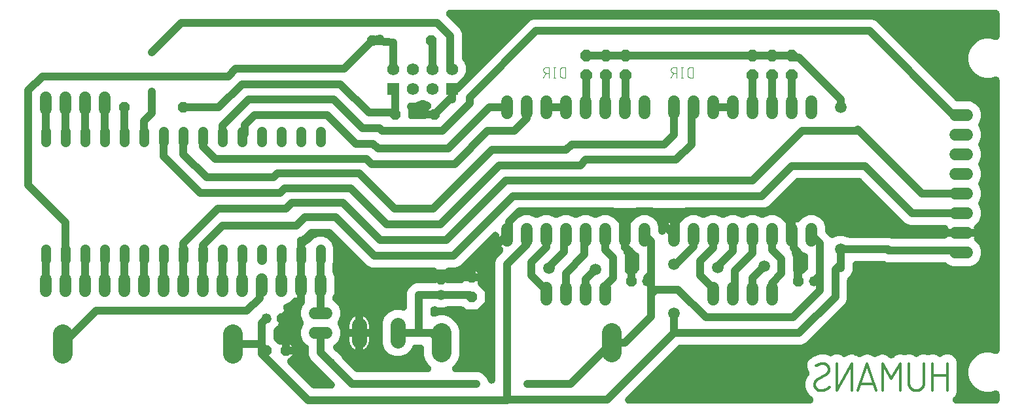
<source format=gbr>
G04 EAGLE Gerber RS-274X export*
G75*
%MOMM*%
%FSLAX34Y34*%
%LPD*%
%INBottom Copper*%
%IPPOS*%
%AMOC8*
5,1,8,0,0,1.08239X$1,22.5*%
G01*
%ADD10C,0.101600*%
%ADD11C,0.304800*%
%ADD12C,1.524000*%
%ADD13C,1.308000*%
%ADD14C,1.981200*%
%ADD15P,1.649562X8X202.500000*%
%ADD16R,1.575000X1.575000*%
%ADD17C,1.575000*%
%ADD18P,1.429621X8X22.500000*%
%ADD19P,1.429621X8X202.500000*%
%ADD20C,1.320800*%
%ADD21P,1.429621X8X112.500000*%
%ADD22C,2.540000*%
%ADD23C,1.000000*%
%ADD24C,1.500000*%
%ADD25C,0.756400*%

G36*
X1039151Y264161D02*
X1039151Y264161D01*
X1039162Y264161D01*
X1039469Y264182D01*
X1039771Y264201D01*
X1039782Y264203D01*
X1039793Y264203D01*
X1040091Y264262D01*
X1040392Y264320D01*
X1040403Y264323D01*
X1040413Y264325D01*
X1040700Y264421D01*
X1040993Y264517D01*
X1041003Y264521D01*
X1041013Y264525D01*
X1041285Y264655D01*
X1041564Y264787D01*
X1041573Y264793D01*
X1041583Y264798D01*
X1041835Y264961D01*
X1042096Y265128D01*
X1042105Y265135D01*
X1042114Y265141D01*
X1042345Y265336D01*
X1042582Y265533D01*
X1042589Y265541D01*
X1042597Y265548D01*
X1042804Y265772D01*
X1043012Y265997D01*
X1043018Y266005D01*
X1043025Y266013D01*
X1043203Y266263D01*
X1043380Y266510D01*
X1043385Y266520D01*
X1043391Y266529D01*
X1043536Y266800D01*
X1043680Y267066D01*
X1043684Y267076D01*
X1043689Y267086D01*
X1043799Y267372D01*
X1043908Y267656D01*
X1043911Y267666D01*
X1043915Y267676D01*
X1043987Y267973D01*
X1044060Y268270D01*
X1044061Y268280D01*
X1044064Y268291D01*
X1044098Y268596D01*
X1044133Y268897D01*
X1044133Y268908D01*
X1044134Y268919D01*
X1044129Y269227D01*
X1044126Y269530D01*
X1044125Y269540D01*
X1044125Y269551D01*
X1044081Y269855D01*
X1044040Y270156D01*
X1044037Y270166D01*
X1044035Y270177D01*
X1043954Y270472D01*
X1043875Y270766D01*
X1043871Y270776D01*
X1043868Y270786D01*
X1043750Y271069D01*
X1043634Y271350D01*
X1043629Y271360D01*
X1043625Y271370D01*
X1043473Y271635D01*
X1043322Y271900D01*
X1043316Y271909D01*
X1043310Y271918D01*
X1043127Y272161D01*
X1042943Y272406D01*
X1042935Y272413D01*
X1042929Y272422D01*
X1042717Y272639D01*
X1042503Y272860D01*
X1042495Y272866D01*
X1042487Y272874D01*
X1042079Y273204D01*
X1039765Y274886D01*
X1036169Y279836D01*
X1034278Y285654D01*
X1034278Y292111D01*
X1036583Y298502D01*
X1038096Y300328D01*
X1038231Y300513D01*
X1038373Y300694D01*
X1038417Y300769D01*
X1038468Y300839D01*
X1038578Y301040D01*
X1038696Y301238D01*
X1038731Y301317D01*
X1038772Y301393D01*
X1038857Y301606D01*
X1038948Y301817D01*
X1038973Y301900D01*
X1039004Y301981D01*
X1039061Y302204D01*
X1039125Y302424D01*
X1039139Y302509D01*
X1039160Y302593D01*
X1039189Y302822D01*
X1039225Y303048D01*
X1039227Y303135D01*
X1039238Y303221D01*
X1039237Y303451D01*
X1039244Y303680D01*
X1039236Y303766D01*
X1039236Y303853D01*
X1039206Y304081D01*
X1039184Y304309D01*
X1039165Y304393D01*
X1039153Y304479D01*
X1039095Y304702D01*
X1039045Y304926D01*
X1039015Y305007D01*
X1038993Y305091D01*
X1038907Y305304D01*
X1038829Y305520D01*
X1038789Y305597D01*
X1038757Y305677D01*
X1038644Y305878D01*
X1038539Y306082D01*
X1038485Y306163D01*
X1038448Y306229D01*
X1038368Y306337D01*
X1038247Y306518D01*
X1037155Y307974D01*
X1036017Y312415D01*
X1036665Y316954D01*
X1039001Y320899D01*
X1040835Y322275D01*
X1044227Y324819D01*
X1052273Y327501D01*
X1059572Y327501D01*
X1064830Y325792D01*
X1065062Y325733D01*
X1065292Y325666D01*
X1065368Y325654D01*
X1065443Y325635D01*
X1065680Y325606D01*
X1065916Y325569D01*
X1065993Y325566D01*
X1066070Y325557D01*
X1066309Y325557D01*
X1066548Y325550D01*
X1066625Y325558D01*
X1066702Y325558D01*
X1066940Y325589D01*
X1067177Y325612D01*
X1067252Y325629D01*
X1067329Y325639D01*
X1067561Y325700D01*
X1067794Y325753D01*
X1067875Y325782D01*
X1067941Y325799D01*
X1068068Y325850D01*
X1068288Y325928D01*
X1072085Y327501D01*
X1076670Y327501D01*
X1080989Y325712D01*
X1081054Y325655D01*
X1081207Y325551D01*
X1081354Y325439D01*
X1081468Y325374D01*
X1081577Y325300D01*
X1081742Y325216D01*
X1081902Y325124D01*
X1082023Y325074D01*
X1082141Y325015D01*
X1082315Y324952D01*
X1082486Y324881D01*
X1082612Y324846D01*
X1082736Y324802D01*
X1082917Y324763D01*
X1083095Y324713D01*
X1083225Y324695D01*
X1083353Y324667D01*
X1083538Y324650D01*
X1083721Y324624D01*
X1083852Y324622D01*
X1083983Y324610D01*
X1084168Y324617D01*
X1084353Y324614D01*
X1084484Y324629D01*
X1084615Y324634D01*
X1084797Y324664D01*
X1084981Y324684D01*
X1085109Y324715D01*
X1085238Y324737D01*
X1085415Y324789D01*
X1085596Y324833D01*
X1085718Y324880D01*
X1085844Y324917D01*
X1086013Y324992D01*
X1086186Y325058D01*
X1086302Y325120D01*
X1086422Y325173D01*
X1086581Y325269D01*
X1086744Y325356D01*
X1086851Y325432D01*
X1086963Y325500D01*
X1087108Y325615D01*
X1087253Y325717D01*
X1087302Y325738D01*
X1087408Y325789D01*
X1087516Y325832D01*
X1087691Y325928D01*
X1087870Y326016D01*
X1087968Y326080D01*
X1088070Y326137D01*
X1088281Y326287D01*
X1088398Y326364D01*
X1088440Y326400D01*
X1088477Y326427D01*
X1089775Y326797D01*
X1089797Y326805D01*
X1089820Y326810D01*
X1090315Y326986D01*
X1091563Y327502D01*
X1091653Y327508D01*
X1091770Y327506D01*
X1091968Y327528D01*
X1092168Y327541D01*
X1092282Y327563D01*
X1092398Y327576D01*
X1092650Y327633D01*
X1092788Y327660D01*
X1092842Y327677D01*
X1092886Y327687D01*
X1094227Y327533D01*
X1094250Y327532D01*
X1094273Y327528D01*
X1094797Y327501D01*
X1096148Y327501D01*
X1096234Y327471D01*
X1096341Y327425D01*
X1096532Y327369D01*
X1096721Y327305D01*
X1096836Y327281D01*
X1096948Y327248D01*
X1097203Y327205D01*
X1097340Y327177D01*
X1097396Y327173D01*
X1097441Y327165D01*
X1098621Y326510D01*
X1098642Y326500D01*
X1098662Y326487D01*
X1099136Y326261D01*
X1100431Y325725D01*
X1100650Y325532D01*
X1100661Y325525D01*
X1100671Y325516D01*
X1100920Y325349D01*
X1101173Y325177D01*
X1101185Y325171D01*
X1101196Y325164D01*
X1101464Y325030D01*
X1101737Y324892D01*
X1101750Y324887D01*
X1101761Y324881D01*
X1102047Y324781D01*
X1102332Y324679D01*
X1102345Y324676D01*
X1102358Y324672D01*
X1102657Y324608D01*
X1102950Y324544D01*
X1102963Y324543D01*
X1102976Y324540D01*
X1103280Y324514D01*
X1103579Y324487D01*
X1103593Y324488D01*
X1103606Y324487D01*
X1103908Y324499D01*
X1104211Y324511D01*
X1104224Y324513D01*
X1104237Y324513D01*
X1104536Y324564D01*
X1104835Y324614D01*
X1104847Y324617D01*
X1104860Y324620D01*
X1105151Y324708D01*
X1105440Y324794D01*
X1105452Y324800D01*
X1105465Y324803D01*
X1105946Y325013D01*
X1106625Y325352D01*
X1106666Y325377D01*
X1106710Y325396D01*
X1106940Y325536D01*
X1107171Y325670D01*
X1107209Y325699D01*
X1107250Y325725D01*
X1107665Y326047D01*
X1107823Y326184D01*
X1108883Y326538D01*
X1108969Y326573D01*
X1109057Y326599D01*
X1109346Y326725D01*
X1109469Y326775D01*
X1109499Y326792D01*
X1109538Y326809D01*
X1110538Y327309D01*
X1110747Y327324D01*
X1110795Y327331D01*
X1110843Y327332D01*
X1111107Y327373D01*
X1111373Y327409D01*
X1111420Y327421D01*
X1111468Y327428D01*
X1111974Y327568D01*
X1112172Y327634D01*
X1113287Y327555D01*
X1113379Y327554D01*
X1113471Y327545D01*
X1113787Y327551D01*
X1113919Y327550D01*
X1113954Y327554D01*
X1113996Y327555D01*
X1115111Y327634D01*
X1115310Y327568D01*
X1115357Y327556D01*
X1115402Y327539D01*
X1115662Y327475D01*
X1115921Y327406D01*
X1115969Y327400D01*
X1116016Y327389D01*
X1116537Y327324D01*
X1116745Y327309D01*
X1117745Y326809D01*
X1117830Y326773D01*
X1117912Y326730D01*
X1118206Y326614D01*
X1118328Y326563D01*
X1118361Y326554D01*
X1118400Y326538D01*
X1119461Y326184D01*
X1119619Y326047D01*
X1119658Y326018D01*
X1119692Y325985D01*
X1119908Y325827D01*
X1120122Y325664D01*
X1120163Y325640D01*
X1120202Y325612D01*
X1120659Y325352D01*
X1121309Y325027D01*
X1121321Y325022D01*
X1121333Y325016D01*
X1121613Y324899D01*
X1121891Y324781D01*
X1121904Y324777D01*
X1121916Y324772D01*
X1122209Y324692D01*
X1122500Y324610D01*
X1122513Y324608D01*
X1122526Y324605D01*
X1122825Y324562D01*
X1123125Y324517D01*
X1123138Y324517D01*
X1123151Y324515D01*
X1123454Y324510D01*
X1123757Y324504D01*
X1123770Y324506D01*
X1123783Y324505D01*
X1124087Y324539D01*
X1124385Y324571D01*
X1124398Y324574D01*
X1124412Y324575D01*
X1124706Y324647D01*
X1125000Y324716D01*
X1125013Y324721D01*
X1125026Y324724D01*
X1125306Y324831D01*
X1125592Y324938D01*
X1125604Y324944D01*
X1125617Y324949D01*
X1125883Y325091D01*
X1126151Y325233D01*
X1126162Y325241D01*
X1126174Y325247D01*
X1126421Y325422D01*
X1126669Y325596D01*
X1126679Y325605D01*
X1126690Y325613D01*
X1126817Y325728D01*
X1127850Y326156D01*
X1127946Y326202D01*
X1128046Y326241D01*
X1128293Y326373D01*
X1128418Y326434D01*
X1128457Y326460D01*
X1128509Y326487D01*
X1129427Y327038D01*
X1129682Y327076D01*
X1129715Y327083D01*
X1129748Y327086D01*
X1130023Y327149D01*
X1130300Y327208D01*
X1130332Y327219D01*
X1130365Y327227D01*
X1130859Y327402D01*
X1131098Y327501D01*
X1132168Y327501D01*
X1132274Y327507D01*
X1132381Y327505D01*
X1132660Y327532D01*
X1132798Y327541D01*
X1132844Y327550D01*
X1132903Y327555D01*
X1133962Y327713D01*
X1134212Y327650D01*
X1134245Y327644D01*
X1134277Y327634D01*
X1134555Y327587D01*
X1134834Y327536D01*
X1134867Y327534D01*
X1134900Y327528D01*
X1135425Y327501D01*
X1135683Y327501D01*
X1136671Y327091D01*
X1136772Y327057D01*
X1136870Y327014D01*
X1137137Y326932D01*
X1137269Y326887D01*
X1137315Y326877D01*
X1137372Y326860D01*
X1138409Y326601D01*
X1138617Y326447D01*
X1138645Y326429D01*
X1138671Y326407D01*
X1138910Y326257D01*
X1139148Y326103D01*
X1139178Y326089D01*
X1139206Y326071D01*
X1139680Y325845D01*
X1139919Y325746D01*
X1140675Y324990D01*
X1140755Y324919D01*
X1140829Y324842D01*
X1141045Y324664D01*
X1141149Y324572D01*
X1141188Y324546D01*
X1141234Y324508D01*
X1142098Y323868D01*
X1142165Y323825D01*
X1142226Y323776D01*
X1142430Y323653D01*
X1142629Y323524D01*
X1142700Y323490D01*
X1142768Y323449D01*
X1142985Y323353D01*
X1143199Y323250D01*
X1143274Y323225D01*
X1143346Y323193D01*
X1143573Y323126D01*
X1143798Y323051D01*
X1143876Y323035D01*
X1143952Y323013D01*
X1144186Y322974D01*
X1144418Y322928D01*
X1144497Y322923D01*
X1144575Y322910D01*
X1144813Y322901D01*
X1145049Y322885D01*
X1145128Y322890D01*
X1145207Y322887D01*
X1145443Y322908D01*
X1145680Y322922D01*
X1145758Y322936D01*
X1145836Y322944D01*
X1146068Y322994D01*
X1146301Y323038D01*
X1146377Y323062D01*
X1146454Y323079D01*
X1146677Y323159D01*
X1146903Y323232D01*
X1146975Y323265D01*
X1147049Y323292D01*
X1147261Y323399D01*
X1147476Y323500D01*
X1147542Y323542D01*
X1147613Y323578D01*
X1147913Y323776D01*
X1148010Y323838D01*
X1148027Y323852D01*
X1148051Y323868D01*
X1148915Y324508D01*
X1148996Y324577D01*
X1149084Y324639D01*
X1149292Y324826D01*
X1149398Y324916D01*
X1149430Y324950D01*
X1149474Y324990D01*
X1150230Y325746D01*
X1150469Y325845D01*
X1150499Y325860D01*
X1150530Y325871D01*
X1150782Y325999D01*
X1151036Y326123D01*
X1151064Y326142D01*
X1151094Y326157D01*
X1151532Y326447D01*
X1151739Y326601D01*
X1152777Y326860D01*
X1152879Y326892D01*
X1152983Y326916D01*
X1153247Y327010D01*
X1153379Y327052D01*
X1153422Y327072D01*
X1153478Y327091D01*
X1154466Y327501D01*
X1154724Y327501D01*
X1154757Y327503D01*
X1154791Y327501D01*
X1155074Y327523D01*
X1155355Y327541D01*
X1155388Y327547D01*
X1155421Y327550D01*
X1155937Y327650D01*
X1156187Y327713D01*
X1157245Y327555D01*
X1157352Y327546D01*
X1157457Y327528D01*
X1157737Y327514D01*
X1157875Y327502D01*
X1157922Y327504D01*
X1157981Y327501D01*
X1159051Y327501D01*
X1159289Y327402D01*
X1159321Y327391D01*
X1159351Y327377D01*
X1159620Y327289D01*
X1159887Y327197D01*
X1159920Y327191D01*
X1159952Y327180D01*
X1160467Y327076D01*
X1161078Y326985D01*
X1161184Y326946D01*
X1161353Y326908D01*
X1161518Y326860D01*
X1161660Y326838D01*
X1161800Y326806D01*
X1161972Y326789D01*
X1162143Y326762D01*
X1162287Y326758D01*
X1162430Y326744D01*
X1162602Y326749D01*
X1162775Y326744D01*
X1162918Y326758D01*
X1163061Y326762D01*
X1163232Y326789D01*
X1163404Y326806D01*
X1163544Y326838D01*
X1163686Y326860D01*
X1163851Y326908D01*
X1164020Y326946D01*
X1164180Y327003D01*
X1164293Y327036D01*
X1164385Y327076D01*
X1164515Y327121D01*
X1165430Y327501D01*
X1170015Y327501D01*
X1174334Y325712D01*
X1174399Y325655D01*
X1174552Y325551D01*
X1174699Y325439D01*
X1174813Y325374D01*
X1174922Y325300D01*
X1175087Y325216D01*
X1175247Y325124D01*
X1175368Y325074D01*
X1175486Y325015D01*
X1175660Y324952D01*
X1175831Y324881D01*
X1175957Y324846D01*
X1176081Y324802D01*
X1176262Y324763D01*
X1176440Y324713D01*
X1176570Y324695D01*
X1176698Y324667D01*
X1176883Y324650D01*
X1177066Y324624D01*
X1177197Y324622D01*
X1177328Y324610D01*
X1177513Y324617D01*
X1177698Y324614D01*
X1177829Y324629D01*
X1177960Y324634D01*
X1178142Y324664D01*
X1178326Y324684D01*
X1178454Y324715D01*
X1178583Y324737D01*
X1178760Y324789D01*
X1178941Y324833D01*
X1179063Y324880D01*
X1179189Y324917D01*
X1179358Y324992D01*
X1179531Y325058D01*
X1179647Y325120D01*
X1179767Y325173D01*
X1179926Y325269D01*
X1180089Y325356D01*
X1180196Y325432D01*
X1180308Y325500D01*
X1180453Y325615D01*
X1180598Y325717D01*
X1184904Y327501D01*
X1189488Y327501D01*
X1190786Y326963D01*
X1190899Y326925D01*
X1191009Y326877D01*
X1191198Y326822D01*
X1191384Y326759D01*
X1191501Y326735D01*
X1191616Y326701D01*
X1191811Y326671D01*
X1192003Y326631D01*
X1192122Y326622D01*
X1192240Y326604D01*
X1192437Y326598D01*
X1192634Y326583D01*
X1192753Y326589D01*
X1192872Y326586D01*
X1193068Y326605D01*
X1193265Y326615D01*
X1193383Y326636D01*
X1193501Y326647D01*
X1193693Y326691D01*
X1193887Y326726D01*
X1194001Y326761D01*
X1194118Y326788D01*
X1194357Y326873D01*
X1194491Y326914D01*
X1194543Y326939D01*
X1194613Y326963D01*
X1195910Y327501D01*
X1200495Y327501D01*
X1204814Y325712D01*
X1204879Y325655D01*
X1205032Y325551D01*
X1205179Y325439D01*
X1205293Y325374D01*
X1205402Y325300D01*
X1205567Y325216D01*
X1205727Y325124D01*
X1205848Y325074D01*
X1205966Y325015D01*
X1206140Y324952D01*
X1206311Y324881D01*
X1206437Y324846D01*
X1206561Y324802D01*
X1206742Y324763D01*
X1206920Y324713D01*
X1207050Y324695D01*
X1207178Y324667D01*
X1207363Y324650D01*
X1207546Y324624D01*
X1207677Y324622D01*
X1207808Y324610D01*
X1207993Y324617D01*
X1208178Y324614D01*
X1208309Y324629D01*
X1208440Y324634D01*
X1208622Y324664D01*
X1208806Y324684D01*
X1208934Y324715D01*
X1209063Y324737D01*
X1209240Y324789D01*
X1209421Y324833D01*
X1209543Y324880D01*
X1209669Y324917D01*
X1209838Y324992D01*
X1210011Y325058D01*
X1210127Y325120D01*
X1210247Y325173D01*
X1210406Y325269D01*
X1210569Y325356D01*
X1210676Y325432D01*
X1210788Y325500D01*
X1210933Y325615D01*
X1211078Y325717D01*
X1215384Y327501D01*
X1219968Y327501D01*
X1224204Y325746D01*
X1227446Y322504D01*
X1229201Y318268D01*
X1229201Y278632D01*
X1227446Y274396D01*
X1225745Y272695D01*
X1225580Y272507D01*
X1225409Y272323D01*
X1225371Y272270D01*
X1225328Y272221D01*
X1225187Y272013D01*
X1225041Y271810D01*
X1225010Y271752D01*
X1224973Y271697D01*
X1224860Y271474D01*
X1224741Y271254D01*
X1224717Y271192D01*
X1224687Y271134D01*
X1224603Y270898D01*
X1224513Y270664D01*
X1224497Y270600D01*
X1224475Y270538D01*
X1224421Y270294D01*
X1224361Y270050D01*
X1224353Y269985D01*
X1224339Y269921D01*
X1224317Y269671D01*
X1224288Y269423D01*
X1224289Y269357D01*
X1224283Y269291D01*
X1224292Y269040D01*
X1224295Y268790D01*
X1224304Y268725D01*
X1224306Y268660D01*
X1224347Y268412D01*
X1224381Y268164D01*
X1224398Y268101D01*
X1224409Y268036D01*
X1224481Y267796D01*
X1224546Y267554D01*
X1224571Y267493D01*
X1224590Y267430D01*
X1224691Y267201D01*
X1224787Y266970D01*
X1224819Y266912D01*
X1224846Y266852D01*
X1224975Y266638D01*
X1225099Y266420D01*
X1225138Y266367D01*
X1225172Y266311D01*
X1225328Y266115D01*
X1225478Y265914D01*
X1225524Y265867D01*
X1225565Y265816D01*
X1225744Y265640D01*
X1225918Y265460D01*
X1225969Y265419D01*
X1226016Y265373D01*
X1226216Y265222D01*
X1226412Y265066D01*
X1226468Y265031D01*
X1226520Y264992D01*
X1226737Y264867D01*
X1226951Y264736D01*
X1227011Y264709D01*
X1227068Y264677D01*
X1227300Y264580D01*
X1227528Y264478D01*
X1227591Y264459D01*
X1227652Y264433D01*
X1227893Y264367D01*
X1228133Y264294D01*
X1228198Y264283D01*
X1228261Y264266D01*
X1228508Y264230D01*
X1228756Y264188D01*
X1228830Y264184D01*
X1228887Y264176D01*
X1229026Y264174D01*
X1229280Y264161D01*
X1280040Y264161D01*
X1280225Y264172D01*
X1280410Y264174D01*
X1280540Y264192D01*
X1280671Y264201D01*
X1280852Y264236D01*
X1281036Y264261D01*
X1281162Y264295D01*
X1281292Y264320D01*
X1281468Y264378D01*
X1281646Y264426D01*
X1281767Y264476D01*
X1281892Y264517D01*
X1282060Y264596D01*
X1282230Y264666D01*
X1282345Y264731D01*
X1282463Y264787D01*
X1282619Y264887D01*
X1282780Y264978D01*
X1282885Y265057D01*
X1282996Y265128D01*
X1283138Y265247D01*
X1283286Y265358D01*
X1283380Y265449D01*
X1283481Y265533D01*
X1283607Y265669D01*
X1283740Y265798D01*
X1283822Y265900D01*
X1283911Y265997D01*
X1284019Y266147D01*
X1284134Y266291D01*
X1284203Y266404D01*
X1284279Y266510D01*
X1284367Y266673D01*
X1284464Y266831D01*
X1284517Y266951D01*
X1284580Y267066D01*
X1284646Y267239D01*
X1284722Y267408D01*
X1284760Y267533D01*
X1284808Y267656D01*
X1284852Y267836D01*
X1284906Y268013D01*
X1284928Y268142D01*
X1284959Y268270D01*
X1284981Y268453D01*
X1285012Y268636D01*
X1285020Y268789D01*
X1285032Y268897D01*
X1285031Y269006D01*
X1285039Y269160D01*
X1285039Y276266D01*
X1285026Y276472D01*
X1285022Y276680D01*
X1285006Y276788D01*
X1284999Y276897D01*
X1284960Y277100D01*
X1284930Y277305D01*
X1284901Y277410D01*
X1284880Y277518D01*
X1284816Y277715D01*
X1284760Y277914D01*
X1284718Y278014D01*
X1284683Y278119D01*
X1284595Y278306D01*
X1284514Y278496D01*
X1284460Y278591D01*
X1284413Y278690D01*
X1284301Y278864D01*
X1284197Y279043D01*
X1284131Y279130D01*
X1284072Y279222D01*
X1283939Y279381D01*
X1283814Y279545D01*
X1283737Y279623D01*
X1283667Y279707D01*
X1283515Y279848D01*
X1283370Y279995D01*
X1283284Y280063D01*
X1283203Y280137D01*
X1283036Y280258D01*
X1282873Y280386D01*
X1282779Y280442D01*
X1282690Y280506D01*
X1282508Y280604D01*
X1282330Y280710D01*
X1282230Y280754D01*
X1282134Y280806D01*
X1281940Y280881D01*
X1281751Y280964D01*
X1281646Y280994D01*
X1281544Y281034D01*
X1281343Y281084D01*
X1281145Y281142D01*
X1281036Y281159D01*
X1280930Y281186D01*
X1280725Y281209D01*
X1280521Y281242D01*
X1280411Y281246D01*
X1280303Y281259D01*
X1280096Y281256D01*
X1279889Y281263D01*
X1279780Y281253D01*
X1279670Y281252D01*
X1279466Y281224D01*
X1279260Y281204D01*
X1279137Y281178D01*
X1279044Y281165D01*
X1278926Y281133D01*
X1278746Y281095D01*
X1273312Y279639D01*
X1266688Y279639D01*
X1260288Y281354D01*
X1254551Y284666D01*
X1249866Y289351D01*
X1246554Y295088D01*
X1244839Y301488D01*
X1244839Y308112D01*
X1246554Y314512D01*
X1249866Y320249D01*
X1254551Y324934D01*
X1260288Y328246D01*
X1266688Y329961D01*
X1273312Y329961D01*
X1278746Y328505D01*
X1278949Y328464D01*
X1279150Y328414D01*
X1279258Y328402D01*
X1279366Y328380D01*
X1279572Y328365D01*
X1279777Y328341D01*
X1279887Y328343D01*
X1279996Y328335D01*
X1280203Y328346D01*
X1280410Y328348D01*
X1280518Y328363D01*
X1280627Y328369D01*
X1280831Y328406D01*
X1281036Y328435D01*
X1281142Y328463D01*
X1281249Y328483D01*
X1281446Y328545D01*
X1281646Y328599D01*
X1281747Y328641D01*
X1281852Y328674D01*
X1282039Y328761D01*
X1282230Y328840D01*
X1282326Y328894D01*
X1282425Y328940D01*
X1282600Y329050D01*
X1282780Y329152D01*
X1282868Y329218D01*
X1282960Y329276D01*
X1283120Y329407D01*
X1283286Y329531D01*
X1283364Y329608D01*
X1283449Y329677D01*
X1283591Y329827D01*
X1283740Y329971D01*
X1283808Y330057D01*
X1283883Y330136D01*
X1284005Y330303D01*
X1284134Y330465D01*
X1284192Y330559D01*
X1284256Y330647D01*
X1284356Y330828D01*
X1284464Y331005D01*
X1284508Y331105D01*
X1284561Y331200D01*
X1284638Y331393D01*
X1284722Y331581D01*
X1284754Y331686D01*
X1284794Y331788D01*
X1284846Y331988D01*
X1284906Y332186D01*
X1284924Y332294D01*
X1284951Y332400D01*
X1284977Y332605D01*
X1285012Y332809D01*
X1285018Y332935D01*
X1285030Y333027D01*
X1285030Y333151D01*
X1285039Y333334D01*
X1285039Y682666D01*
X1285026Y682872D01*
X1285022Y683080D01*
X1285006Y683188D01*
X1284999Y683297D01*
X1284960Y683500D01*
X1284930Y683705D01*
X1284901Y683810D01*
X1284880Y683918D01*
X1284816Y684115D01*
X1284760Y684314D01*
X1284718Y684414D01*
X1284683Y684519D01*
X1284595Y684706D01*
X1284514Y684896D01*
X1284460Y684991D01*
X1284413Y685090D01*
X1284301Y685264D01*
X1284197Y685443D01*
X1284131Y685530D01*
X1284072Y685622D01*
X1283939Y685781D01*
X1283814Y685945D01*
X1283737Y686023D01*
X1283667Y686107D01*
X1283515Y686248D01*
X1283370Y686395D01*
X1283284Y686463D01*
X1283203Y686537D01*
X1283036Y686658D01*
X1282873Y686786D01*
X1282779Y686842D01*
X1282690Y686906D01*
X1282508Y687004D01*
X1282330Y687110D01*
X1282230Y687154D01*
X1282134Y687206D01*
X1281940Y687281D01*
X1281751Y687364D01*
X1281646Y687394D01*
X1281544Y687434D01*
X1281343Y687484D01*
X1281145Y687542D01*
X1281036Y687559D01*
X1280930Y687586D01*
X1280725Y687609D01*
X1280521Y687642D01*
X1280411Y687646D01*
X1280303Y687659D01*
X1280096Y687656D01*
X1279889Y687663D01*
X1279780Y687653D01*
X1279670Y687652D01*
X1279466Y687624D01*
X1279260Y687604D01*
X1279137Y687578D01*
X1279044Y687565D01*
X1278926Y687533D01*
X1278746Y687495D01*
X1273312Y686039D01*
X1266688Y686039D01*
X1260288Y687754D01*
X1254551Y691066D01*
X1249866Y695751D01*
X1246554Y701488D01*
X1244839Y707888D01*
X1244839Y714512D01*
X1246554Y720912D01*
X1249866Y726649D01*
X1254551Y731334D01*
X1260288Y734646D01*
X1266688Y736361D01*
X1273312Y736361D01*
X1278746Y734905D01*
X1278949Y734864D01*
X1279150Y734814D01*
X1279258Y734802D01*
X1279366Y734780D01*
X1279572Y734765D01*
X1279777Y734741D01*
X1279887Y734743D01*
X1279996Y734735D01*
X1280203Y734746D01*
X1280410Y734748D01*
X1280518Y734763D01*
X1280627Y734769D01*
X1280831Y734806D01*
X1281036Y734835D01*
X1281142Y734863D01*
X1281249Y734883D01*
X1281446Y734945D01*
X1281646Y734999D01*
X1281747Y735041D01*
X1281852Y735074D01*
X1282039Y735161D01*
X1282230Y735240D01*
X1282326Y735294D01*
X1282425Y735340D01*
X1282600Y735450D01*
X1282780Y735552D01*
X1282868Y735618D01*
X1282960Y735676D01*
X1283120Y735807D01*
X1283286Y735931D01*
X1283364Y736008D01*
X1283449Y736077D01*
X1283591Y736227D01*
X1283740Y736371D01*
X1283808Y736457D01*
X1283883Y736536D01*
X1284005Y736703D01*
X1284134Y736865D01*
X1284192Y736959D01*
X1284256Y737047D01*
X1284356Y737228D01*
X1284464Y737405D01*
X1284508Y737505D01*
X1284561Y737600D01*
X1284638Y737793D01*
X1284722Y737981D01*
X1284754Y738086D01*
X1284794Y738188D01*
X1284846Y738388D01*
X1284906Y738586D01*
X1284924Y738694D01*
X1284951Y738800D01*
X1284977Y739006D01*
X1285012Y739209D01*
X1285018Y739335D01*
X1285030Y739427D01*
X1285030Y739551D01*
X1285039Y739734D01*
X1285039Y768940D01*
X1285028Y769125D01*
X1285026Y769310D01*
X1285008Y769440D01*
X1284999Y769571D01*
X1284964Y769752D01*
X1284939Y769936D01*
X1284905Y770062D01*
X1284880Y770192D01*
X1284822Y770368D01*
X1284774Y770546D01*
X1284724Y770667D01*
X1284683Y770792D01*
X1284604Y770960D01*
X1284534Y771130D01*
X1284469Y771245D01*
X1284413Y771363D01*
X1284313Y771519D01*
X1284222Y771680D01*
X1284143Y771785D01*
X1284072Y771896D01*
X1283953Y772038D01*
X1283842Y772186D01*
X1283751Y772280D01*
X1283667Y772381D01*
X1283531Y772507D01*
X1283402Y772640D01*
X1283300Y772722D01*
X1283203Y772811D01*
X1283053Y772919D01*
X1282909Y773034D01*
X1282796Y773103D01*
X1282690Y773179D01*
X1282527Y773267D01*
X1282369Y773364D01*
X1282249Y773417D01*
X1282134Y773480D01*
X1281961Y773546D01*
X1281792Y773622D01*
X1281667Y773660D01*
X1281544Y773708D01*
X1281364Y773752D01*
X1281187Y773806D01*
X1281058Y773828D01*
X1280930Y773859D01*
X1280747Y773881D01*
X1280564Y773912D01*
X1280411Y773920D01*
X1280303Y773932D01*
X1280194Y773931D01*
X1280040Y773939D01*
X573867Y773939D01*
X573617Y773923D01*
X573367Y773914D01*
X573302Y773903D01*
X573236Y773899D01*
X572990Y773852D01*
X572743Y773811D01*
X572680Y773792D01*
X572615Y773780D01*
X572377Y773702D01*
X572137Y773630D01*
X572077Y773604D01*
X572015Y773583D01*
X571788Y773476D01*
X571559Y773375D01*
X571503Y773341D01*
X571443Y773313D01*
X571232Y773177D01*
X571018Y773048D01*
X570967Y773007D01*
X570911Y772972D01*
X570719Y772811D01*
X570522Y772656D01*
X570476Y772609D01*
X570426Y772567D01*
X570255Y772383D01*
X570080Y772204D01*
X570041Y772152D01*
X569996Y772103D01*
X569850Y771900D01*
X569699Y771700D01*
X569666Y771643D01*
X569628Y771590D01*
X569509Y771370D01*
X569384Y771152D01*
X569358Y771091D01*
X569327Y771034D01*
X569237Y770800D01*
X569140Y770569D01*
X569123Y770505D01*
X569099Y770444D01*
X569039Y770201D01*
X568973Y769959D01*
X568963Y769894D01*
X568948Y769830D01*
X568919Y769582D01*
X568883Y769334D01*
X568882Y769268D01*
X568875Y769203D01*
X568877Y768953D01*
X568873Y768702D01*
X568881Y768636D01*
X568881Y768570D01*
X568916Y768323D01*
X568943Y768073D01*
X568959Y768009D01*
X568968Y767944D01*
X569033Y767703D01*
X569092Y767459D01*
X569116Y767397D01*
X569133Y767334D01*
X569228Y767103D01*
X569317Y766868D01*
X569348Y766810D01*
X569373Y766750D01*
X569497Y766531D01*
X569615Y766311D01*
X569653Y766257D01*
X569685Y766200D01*
X569836Y765999D01*
X569981Y765795D01*
X570030Y765741D01*
X570065Y765694D01*
X570162Y765594D01*
X570332Y765405D01*
X586772Y748965D01*
X589056Y743452D01*
X589056Y712105D01*
X589063Y711986D01*
X589061Y711867D01*
X589083Y711671D01*
X589096Y711474D01*
X589118Y711357D01*
X589131Y711238D01*
X589178Y711047D01*
X589215Y710854D01*
X589252Y710740D01*
X589280Y710624D01*
X589350Y710440D01*
X589412Y710253D01*
X589463Y710145D01*
X589505Y710033D01*
X589598Y709860D01*
X589682Y709682D01*
X589747Y709581D01*
X589803Y709476D01*
X589917Y709316D01*
X590023Y709149D01*
X590100Y709058D01*
X590169Y708960D01*
X590339Y708772D01*
X590428Y708664D01*
X590471Y708625D01*
X590520Y708570D01*
X591734Y707356D01*
X594456Y700786D01*
X594456Y693674D01*
X592191Y688207D01*
X592099Y687939D01*
X592004Y687672D01*
X591997Y687640D01*
X591986Y687608D01*
X591929Y687331D01*
X591869Y687054D01*
X591866Y687022D01*
X591859Y686989D01*
X591837Y686707D01*
X591812Y686425D01*
X591813Y686392D01*
X591811Y686359D01*
X591825Y686077D01*
X591835Y685793D01*
X591841Y685761D01*
X591842Y685728D01*
X591892Y685449D01*
X591938Y685169D01*
X591948Y685138D01*
X591954Y685106D01*
X592038Y684835D01*
X592119Y684564D01*
X592132Y684534D01*
X592142Y684502D01*
X592261Y684244D01*
X592375Y683986D01*
X592392Y683958D01*
X592406Y683928D01*
X592555Y683688D01*
X592702Y683445D01*
X592722Y683419D01*
X592739Y683391D01*
X592918Y683171D01*
X593094Y682949D01*
X593117Y682926D01*
X593138Y682900D01*
X593343Y682705D01*
X593546Y682507D01*
X593572Y682487D01*
X593596Y682464D01*
X593823Y682296D01*
X594049Y682125D01*
X594078Y682109D01*
X594104Y682089D01*
X594352Y681952D01*
X594598Y681810D01*
X594628Y681798D01*
X594657Y681782D01*
X594919Y681676D01*
X595181Y681567D01*
X595213Y681558D01*
X595243Y681546D01*
X595516Y681475D01*
X595790Y681399D01*
X595823Y681394D01*
X595855Y681386D01*
X596134Y681350D01*
X596416Y681310D01*
X596449Y681309D01*
X596482Y681305D01*
X596764Y681304D01*
X597048Y681300D01*
X597081Y681304D01*
X597114Y681303D01*
X597394Y681338D01*
X597676Y681370D01*
X597708Y681378D01*
X597741Y681382D01*
X598015Y681452D01*
X598291Y681519D01*
X598321Y681530D01*
X598353Y681538D01*
X598616Y681643D01*
X598881Y681744D01*
X598910Y681759D01*
X598941Y681771D01*
X599189Y681908D01*
X599439Y682041D01*
X599466Y682060D01*
X599494Y682076D01*
X599724Y682244D01*
X599954Y682407D01*
X599981Y682431D01*
X600005Y682449D01*
X600098Y682536D01*
X600345Y682758D01*
X676823Y759237D01*
X682337Y761521D01*
X1119554Y761521D01*
X1125067Y759237D01*
X1227679Y656625D01*
X1227769Y656546D01*
X1227852Y656460D01*
X1228006Y656337D01*
X1228154Y656207D01*
X1228252Y656140D01*
X1228346Y656066D01*
X1228514Y655963D01*
X1228677Y655853D01*
X1228783Y655799D01*
X1228885Y655736D01*
X1229065Y655656D01*
X1229241Y655567D01*
X1229353Y655527D01*
X1229462Y655478D01*
X1229651Y655421D01*
X1229836Y655354D01*
X1229952Y655329D01*
X1230067Y655294D01*
X1230261Y655261D01*
X1230453Y655219D01*
X1230572Y655208D01*
X1230690Y655188D01*
X1230944Y655175D01*
X1231083Y655162D01*
X1231141Y655165D01*
X1231214Y655161D01*
X1246835Y655161D01*
X1253311Y652478D01*
X1258268Y647521D01*
X1260951Y641045D01*
X1260951Y634035D01*
X1257934Y626753D01*
X1257896Y626640D01*
X1257848Y626531D01*
X1257794Y626341D01*
X1257730Y626155D01*
X1257706Y626038D01*
X1257673Y625923D01*
X1257642Y625729D01*
X1257603Y625536D01*
X1257594Y625417D01*
X1257575Y625299D01*
X1257569Y625102D01*
X1257554Y624906D01*
X1257560Y624786D01*
X1257557Y624667D01*
X1257576Y624471D01*
X1257586Y624274D01*
X1257607Y624157D01*
X1257619Y624038D01*
X1257662Y623846D01*
X1257697Y623652D01*
X1257733Y623538D01*
X1257759Y623422D01*
X1257844Y623183D01*
X1257886Y623049D01*
X1257910Y622996D01*
X1257934Y622927D01*
X1260951Y615645D01*
X1260951Y608635D01*
X1257934Y601353D01*
X1257896Y601240D01*
X1257848Y601131D01*
X1257794Y600941D01*
X1257730Y600755D01*
X1257706Y600638D01*
X1257673Y600523D01*
X1257642Y600329D01*
X1257603Y600136D01*
X1257594Y600017D01*
X1257575Y599899D01*
X1257569Y599702D01*
X1257554Y599506D01*
X1257560Y599386D01*
X1257557Y599267D01*
X1257576Y599071D01*
X1257586Y598874D01*
X1257607Y598757D01*
X1257619Y598638D01*
X1257662Y598446D01*
X1257697Y598252D01*
X1257733Y598138D01*
X1257759Y598022D01*
X1257844Y597783D01*
X1257886Y597649D01*
X1257910Y597596D01*
X1257934Y597527D01*
X1260951Y590245D01*
X1260951Y583235D01*
X1257934Y575953D01*
X1257896Y575840D01*
X1257848Y575731D01*
X1257794Y575541D01*
X1257730Y575355D01*
X1257706Y575238D01*
X1257673Y575123D01*
X1257642Y574929D01*
X1257603Y574736D01*
X1257594Y574617D01*
X1257575Y574499D01*
X1257569Y574302D01*
X1257554Y574106D01*
X1257560Y573986D01*
X1257557Y573867D01*
X1257576Y573671D01*
X1257586Y573474D01*
X1257607Y573357D01*
X1257619Y573238D01*
X1257662Y573046D01*
X1257697Y572852D01*
X1257733Y572738D01*
X1257759Y572622D01*
X1257844Y572383D01*
X1257886Y572249D01*
X1257910Y572196D01*
X1257934Y572127D01*
X1260951Y564845D01*
X1260951Y557835D01*
X1257934Y550553D01*
X1257896Y550440D01*
X1257848Y550331D01*
X1257794Y550141D01*
X1257730Y549955D01*
X1257706Y549838D01*
X1257673Y549723D01*
X1257642Y549529D01*
X1257603Y549336D01*
X1257594Y549217D01*
X1257575Y549099D01*
X1257569Y548902D01*
X1257554Y548706D01*
X1257560Y548586D01*
X1257557Y548467D01*
X1257576Y548271D01*
X1257586Y548074D01*
X1257607Y547957D01*
X1257619Y547838D01*
X1257662Y547646D01*
X1257697Y547452D01*
X1257733Y547338D01*
X1257759Y547222D01*
X1257844Y546983D01*
X1257886Y546849D01*
X1257910Y546796D01*
X1257934Y546727D01*
X1260951Y539445D01*
X1260951Y532435D01*
X1257934Y525153D01*
X1257896Y525040D01*
X1257848Y524931D01*
X1257794Y524741D01*
X1257730Y524555D01*
X1257706Y524438D01*
X1257673Y524323D01*
X1257642Y524129D01*
X1257603Y523936D01*
X1257594Y523817D01*
X1257575Y523699D01*
X1257569Y523502D01*
X1257554Y523306D01*
X1257560Y523186D01*
X1257557Y523067D01*
X1257576Y522871D01*
X1257586Y522674D01*
X1257607Y522557D01*
X1257619Y522438D01*
X1257662Y522246D01*
X1257697Y522052D01*
X1257733Y521938D01*
X1257759Y521822D01*
X1257844Y521583D01*
X1257886Y521449D01*
X1257910Y521396D01*
X1257934Y521327D01*
X1260951Y514045D01*
X1260951Y507035D01*
X1258268Y500559D01*
X1253291Y495581D01*
X1253269Y495557D01*
X1253245Y495535D01*
X1253060Y495320D01*
X1252873Y495107D01*
X1252855Y495080D01*
X1252834Y495056D01*
X1252677Y494817D01*
X1252518Y494584D01*
X1252504Y494555D01*
X1252486Y494528D01*
X1252360Y494272D01*
X1252232Y494020D01*
X1252222Y493989D01*
X1252207Y493960D01*
X1252116Y493692D01*
X1252020Y493424D01*
X1252013Y493393D01*
X1252003Y493362D01*
X1251945Y493084D01*
X1251885Y492807D01*
X1251882Y492775D01*
X1251875Y492743D01*
X1251853Y492460D01*
X1251828Y492177D01*
X1251829Y492145D01*
X1251827Y492113D01*
X1251841Y491830D01*
X1251851Y491546D01*
X1251857Y491514D01*
X1251858Y491482D01*
X1251908Y491202D01*
X1251954Y490922D01*
X1251964Y490891D01*
X1251969Y490859D01*
X1252054Y490588D01*
X1252135Y490316D01*
X1252148Y490287D01*
X1252158Y490256D01*
X1252210Y490139D01*
X1235710Y490139D01*
X1218882Y490139D01*
X1218894Y490235D01*
X1218894Y490256D01*
X1218897Y490277D01*
X1218894Y490571D01*
X1218893Y490867D01*
X1218890Y490888D01*
X1218890Y490910D01*
X1218850Y491202D01*
X1218812Y491494D01*
X1218807Y491514D01*
X1218804Y491536D01*
X1218727Y491820D01*
X1218652Y492105D01*
X1218644Y492125D01*
X1218639Y492146D01*
X1218527Y492416D01*
X1218417Y492692D01*
X1218406Y492711D01*
X1218398Y492730D01*
X1218253Y492986D01*
X1218109Y493244D01*
X1218097Y493261D01*
X1218086Y493280D01*
X1217910Y493515D01*
X1217735Y493753D01*
X1217720Y493769D01*
X1217707Y493786D01*
X1217502Y493997D01*
X1217299Y494211D01*
X1217282Y494224D01*
X1217267Y494240D01*
X1217035Y494425D01*
X1216808Y494609D01*
X1216790Y494621D01*
X1216773Y494634D01*
X1216520Y494789D01*
X1216272Y494943D01*
X1216252Y494952D01*
X1216234Y494964D01*
X1215964Y495084D01*
X1215697Y495207D01*
X1215676Y495213D01*
X1215657Y495222D01*
X1215374Y495308D01*
X1215094Y495396D01*
X1215073Y495400D01*
X1215052Y495406D01*
X1214761Y495455D01*
X1214472Y495507D01*
X1214450Y495508D01*
X1214429Y495512D01*
X1213904Y495539D01*
X1169226Y495539D01*
X1163713Y497823D01*
X1106501Y555035D01*
X1106411Y555114D01*
X1106328Y555200D01*
X1106174Y555323D01*
X1106026Y555453D01*
X1105928Y555520D01*
X1105834Y555594D01*
X1105666Y555697D01*
X1105503Y555807D01*
X1105397Y555861D01*
X1105295Y555924D01*
X1105115Y556004D01*
X1104939Y556093D01*
X1104827Y556133D01*
X1104718Y556182D01*
X1104529Y556239D01*
X1104344Y556306D01*
X1104228Y556331D01*
X1104113Y556366D01*
X1103919Y556399D01*
X1103727Y556441D01*
X1103608Y556452D01*
X1103490Y556472D01*
X1103236Y556485D01*
X1103097Y556498D01*
X1103039Y556495D01*
X1102966Y556499D01*
X1024284Y556499D01*
X1024165Y556492D01*
X1024046Y556494D01*
X1023850Y556472D01*
X1023653Y556459D01*
X1023536Y556437D01*
X1023418Y556424D01*
X1023226Y556377D01*
X1023033Y556340D01*
X1022919Y556303D01*
X1022803Y556275D01*
X1022619Y556205D01*
X1022432Y556143D01*
X1022324Y556092D01*
X1022213Y556050D01*
X1022039Y555957D01*
X1021861Y555873D01*
X1021760Y555808D01*
X1021655Y555752D01*
X1021495Y555638D01*
X1021328Y555532D01*
X1021237Y555455D01*
X1021140Y555386D01*
X1020951Y555216D01*
X1020843Y555127D01*
X1020804Y555084D01*
X1020749Y555035D01*
X985837Y520123D01*
X980324Y517839D01*
X663730Y517839D01*
X663611Y517832D01*
X663492Y517834D01*
X663296Y517812D01*
X663100Y517799D01*
X662983Y517777D01*
X662864Y517764D01*
X662672Y517717D01*
X662479Y517680D01*
X662365Y517643D01*
X662249Y517615D01*
X662066Y517545D01*
X661878Y517483D01*
X661770Y517432D01*
X661659Y517390D01*
X661485Y517297D01*
X661307Y517213D01*
X661206Y517148D01*
X661101Y517092D01*
X660941Y516978D01*
X660775Y516872D01*
X660683Y516795D01*
X660586Y516726D01*
X660397Y516556D01*
X660289Y516467D01*
X660250Y516424D01*
X660195Y516375D01*
X651071Y507251D01*
X651041Y507216D01*
X651007Y507185D01*
X650832Y506979D01*
X650653Y506776D01*
X650627Y506738D01*
X650598Y506703D01*
X650450Y506477D01*
X650299Y506253D01*
X650278Y506212D01*
X650253Y506174D01*
X650135Y505931D01*
X650013Y505689D01*
X649997Y505646D01*
X649977Y505605D01*
X649891Y505349D01*
X649801Y505094D01*
X649791Y505049D01*
X649776Y505006D01*
X649723Y504740D01*
X649665Y504477D01*
X649661Y504431D01*
X649652Y504386D01*
X649633Y504116D01*
X649608Y503847D01*
X649610Y503801D01*
X649607Y503755D01*
X649622Y503486D01*
X649632Y503215D01*
X649639Y503170D01*
X649642Y503124D01*
X649691Y502859D01*
X649735Y502592D01*
X649748Y502548D01*
X649756Y502502D01*
X649838Y502245D01*
X649916Y501986D01*
X649934Y501944D01*
X649948Y501900D01*
X650062Y501655D01*
X650171Y501408D01*
X650195Y501369D01*
X650214Y501327D01*
X650358Y501098D01*
X650498Y500867D01*
X650526Y500831D01*
X650551Y500792D01*
X650722Y500583D01*
X650890Y500371D01*
X650923Y500339D01*
X650952Y500304D01*
X651149Y500118D01*
X651342Y499929D01*
X651379Y499901D01*
X651412Y499870D01*
X651833Y499556D01*
X651840Y499552D01*
X651846Y499547D01*
X651851Y499545D01*
X652115Y499393D01*
X652380Y499239D01*
X652387Y499236D01*
X652394Y499232D01*
X652678Y499114D01*
X652963Y498994D01*
X652970Y498992D01*
X652977Y498989D01*
X653277Y498907D01*
X653572Y498825D01*
X653579Y498823D01*
X653587Y498821D01*
X653895Y498777D01*
X654197Y498733D01*
X654205Y498733D01*
X654213Y498732D01*
X654521Y498727D01*
X654829Y498721D01*
X654837Y498722D01*
X654845Y498722D01*
X655154Y498757D01*
X655457Y498789D01*
X655465Y498791D01*
X655473Y498792D01*
X655775Y498865D01*
X656072Y498936D01*
X656080Y498939D01*
X656087Y498941D01*
X656372Y499049D01*
X656664Y499159D01*
X656671Y499163D01*
X656678Y499166D01*
X656944Y499308D01*
X657222Y499455D01*
X657229Y499460D01*
X657235Y499464D01*
X657482Y499639D01*
X657739Y499820D01*
X657745Y499825D01*
X657751Y499829D01*
X658141Y500181D01*
X663119Y505158D01*
X669595Y507841D01*
X676605Y507841D01*
X683887Y504824D01*
X684000Y504786D01*
X684109Y504738D01*
X684299Y504684D01*
X684485Y504620D01*
X684602Y504596D01*
X684717Y504563D01*
X684911Y504532D01*
X685104Y504493D01*
X685223Y504484D01*
X685341Y504465D01*
X685538Y504459D01*
X685734Y504444D01*
X685854Y504450D01*
X685973Y504447D01*
X686169Y504466D01*
X686366Y504476D01*
X686483Y504497D01*
X686602Y504509D01*
X686794Y504552D01*
X686988Y504587D01*
X687102Y504623D01*
X687218Y504649D01*
X687457Y504734D01*
X687591Y504776D01*
X687644Y504800D01*
X687713Y504824D01*
X694995Y507841D01*
X702005Y507841D01*
X709287Y504824D01*
X709400Y504786D01*
X709509Y504738D01*
X709699Y504684D01*
X709885Y504620D01*
X710002Y504596D01*
X710117Y504563D01*
X710311Y504532D01*
X710504Y504493D01*
X710623Y504484D01*
X710741Y504465D01*
X710938Y504459D01*
X711134Y504444D01*
X711254Y504450D01*
X711373Y504447D01*
X711569Y504466D01*
X711766Y504476D01*
X711883Y504497D01*
X712002Y504509D01*
X712194Y504552D01*
X712388Y504587D01*
X712502Y504623D01*
X712618Y504649D01*
X712857Y504734D01*
X712991Y504776D01*
X713044Y504800D01*
X713113Y504824D01*
X720395Y507841D01*
X727405Y507841D01*
X734687Y504824D01*
X734800Y504786D01*
X734909Y504738D01*
X735099Y504684D01*
X735285Y504620D01*
X735402Y504596D01*
X735517Y504563D01*
X735711Y504532D01*
X735904Y504493D01*
X736023Y504484D01*
X736141Y504465D01*
X736338Y504459D01*
X736534Y504444D01*
X736654Y504450D01*
X736773Y504447D01*
X736969Y504466D01*
X737166Y504476D01*
X737283Y504497D01*
X737402Y504509D01*
X737594Y504552D01*
X737788Y504587D01*
X737902Y504623D01*
X738018Y504649D01*
X738257Y504734D01*
X738391Y504776D01*
X738444Y504800D01*
X738513Y504824D01*
X745795Y507841D01*
X752805Y507841D01*
X760087Y504824D01*
X760200Y504786D01*
X760309Y504738D01*
X760499Y504684D01*
X760685Y504620D01*
X760802Y504596D01*
X760917Y504563D01*
X761111Y504532D01*
X761304Y504493D01*
X761423Y504484D01*
X761541Y504465D01*
X761738Y504459D01*
X761934Y504444D01*
X762054Y504450D01*
X762173Y504447D01*
X762369Y504466D01*
X762566Y504476D01*
X762683Y504497D01*
X762802Y504509D01*
X762994Y504552D01*
X763188Y504587D01*
X763302Y504623D01*
X763418Y504649D01*
X763657Y504734D01*
X763791Y504776D01*
X763844Y504800D01*
X763913Y504824D01*
X771195Y507841D01*
X778205Y507841D01*
X784681Y505158D01*
X789659Y500181D01*
X789683Y500159D01*
X789705Y500135D01*
X789920Y499950D01*
X790133Y499763D01*
X790160Y499745D01*
X790184Y499724D01*
X790423Y499567D01*
X790656Y499408D01*
X790685Y499394D01*
X790712Y499376D01*
X790968Y499250D01*
X791220Y499122D01*
X791251Y499112D01*
X791280Y499097D01*
X791548Y499006D01*
X791816Y498910D01*
X791847Y498903D01*
X791878Y498893D01*
X792156Y498835D01*
X792433Y498775D01*
X792465Y498772D01*
X792497Y498765D01*
X792780Y498743D01*
X793063Y498718D01*
X793095Y498719D01*
X793127Y498717D01*
X793410Y498731D01*
X793694Y498741D01*
X793726Y498747D01*
X793758Y498748D01*
X794038Y498798D01*
X794318Y498844D01*
X794349Y498854D01*
X794381Y498859D01*
X794652Y498944D01*
X794924Y499025D01*
X794953Y499038D01*
X794984Y499048D01*
X795101Y499100D01*
X795101Y482600D01*
X795101Y466434D01*
X795133Y465919D01*
X795141Y465804D01*
X795141Y465803D01*
X795216Y465412D01*
X795260Y465183D01*
X795260Y465182D01*
X795342Y464932D01*
X795456Y464582D01*
X795457Y464582D01*
X795457Y464581D01*
X795578Y464327D01*
X795727Y464011D01*
X795728Y464010D01*
X795894Y463751D01*
X796068Y463479D01*
X796068Y463478D01*
X796401Y463072D01*
X796401Y463071D01*
X796439Y463034D01*
X796473Y462993D01*
X796474Y462993D01*
X796666Y462815D01*
X796855Y462631D01*
X796898Y462599D01*
X796937Y462563D01*
X797150Y462410D01*
X797361Y462252D01*
X797407Y462226D01*
X797450Y462195D01*
X797682Y462070D01*
X797910Y461940D01*
X797960Y461920D01*
X798007Y461894D01*
X798252Y461799D01*
X798495Y461700D01*
X798546Y461686D01*
X798596Y461666D01*
X798852Y461603D01*
X798891Y461593D01*
X798834Y461415D01*
X798823Y461351D01*
X798805Y461288D01*
X798766Y461040D01*
X798721Y460793D01*
X798717Y460728D01*
X798707Y460664D01*
X798700Y460413D01*
X798686Y460162D01*
X798691Y460097D01*
X798689Y460032D01*
X798713Y459782D01*
X798731Y459531D01*
X798744Y459467D01*
X798751Y459403D01*
X798806Y459158D01*
X798856Y458912D01*
X798877Y458850D01*
X798891Y458787D01*
X799034Y458383D01*
X799058Y458313D01*
X799062Y458303D01*
X799066Y458292D01*
X799861Y456374D01*
X799861Y437054D01*
X799872Y436869D01*
X799874Y436684D01*
X799892Y436554D01*
X799901Y436423D01*
X799936Y436242D01*
X799961Y436058D01*
X799995Y435932D01*
X800020Y435802D01*
X800078Y435626D01*
X800126Y435448D01*
X800176Y435327D01*
X800217Y435202D01*
X800296Y435034D01*
X800366Y434864D01*
X800431Y434749D01*
X800487Y434631D01*
X800587Y434475D01*
X800678Y434314D01*
X800757Y434209D01*
X800828Y434098D01*
X800947Y433956D01*
X801058Y433808D01*
X801149Y433714D01*
X801233Y433613D01*
X801369Y433487D01*
X801498Y433354D01*
X801600Y433272D01*
X801697Y433183D01*
X801847Y433075D01*
X801991Y432960D01*
X802104Y432891D01*
X802210Y432815D01*
X802373Y432727D01*
X802531Y432630D01*
X802651Y432577D01*
X802766Y432514D01*
X802939Y432448D01*
X803108Y432372D01*
X803233Y432334D01*
X803356Y432286D01*
X803536Y432242D01*
X803713Y432188D01*
X803842Y432166D01*
X803970Y432135D01*
X803991Y432132D01*
X803991Y430307D01*
X804012Y429970D01*
X804030Y429680D01*
X804030Y429678D01*
X804031Y429676D01*
X804091Y429359D01*
X804149Y429060D01*
X804149Y429058D01*
X804150Y429055D01*
X804252Y428742D01*
X804345Y428459D01*
X804346Y428457D01*
X804346Y428454D01*
X804488Y428157D01*
X804615Y427887D01*
X804616Y427885D01*
X804617Y427883D01*
X804799Y427600D01*
X804955Y427355D01*
X804957Y427353D01*
X804958Y427351D01*
X805157Y427112D01*
X805360Y426869D01*
X805362Y426867D01*
X805363Y426866D01*
X805589Y426656D01*
X805823Y426439D01*
X805825Y426437D01*
X805826Y426436D01*
X806073Y426259D01*
X806336Y426070D01*
X806338Y426069D01*
X806340Y426067D01*
X806605Y425924D01*
X806892Y425769D01*
X806894Y425768D01*
X806896Y425767D01*
X807198Y425650D01*
X807481Y425540D01*
X807484Y425540D01*
X807486Y425539D01*
X807801Y425461D01*
X808095Y425388D01*
X808097Y425388D01*
X808099Y425387D01*
X808414Y425351D01*
X808723Y425315D01*
X808725Y425315D01*
X808727Y425314D01*
X809042Y425318D01*
X809355Y425321D01*
X809357Y425321D01*
X809359Y425321D01*
X809670Y425364D01*
X809981Y425407D01*
X809983Y425407D01*
X809986Y425408D01*
X810276Y425486D01*
X810591Y425571D01*
X810594Y425572D01*
X810596Y425572D01*
X810868Y425684D01*
X811176Y425811D01*
X811178Y425812D01*
X811180Y425813D01*
X811455Y425969D01*
X811726Y426123D01*
X811728Y426124D01*
X811730Y426125D01*
X811983Y426315D01*
X812232Y426501D01*
X812234Y426503D01*
X812236Y426504D01*
X812462Y426724D01*
X812686Y426941D01*
X812688Y426943D01*
X812689Y426944D01*
X812879Y427182D01*
X813081Y427434D01*
X813083Y427436D01*
X813084Y427438D01*
X813252Y427713D01*
X813411Y427973D01*
X813412Y427976D01*
X813413Y427978D01*
X813422Y427996D01*
X813632Y428450D01*
X813632Y428451D01*
X813649Y428504D01*
X813672Y428554D01*
X813672Y428555D01*
X813748Y428804D01*
X813829Y429051D01*
X813840Y429106D01*
X813856Y429160D01*
X813900Y429417D01*
X813949Y429672D01*
X813952Y429728D01*
X813962Y429783D01*
X813988Y430282D01*
X813989Y430303D01*
X813989Y430305D01*
X813989Y430307D01*
X813989Y432540D01*
X814118Y432611D01*
X814267Y432681D01*
X814395Y432764D01*
X814528Y432837D01*
X814661Y432934D01*
X814799Y433022D01*
X814916Y433120D01*
X815039Y433209D01*
X815158Y433322D01*
X815284Y433427D01*
X815388Y433539D01*
X815498Y433643D01*
X815603Y433770D01*
X815714Y433891D01*
X815803Y434014D01*
X815900Y434132D01*
X815987Y434271D01*
X816083Y434404D01*
X816155Y434538D01*
X816236Y434667D01*
X816322Y434847D01*
X816383Y434960D01*
X816414Y435039D01*
X816462Y435141D01*
X816593Y435457D01*
X817685Y436549D01*
X817764Y436639D01*
X817850Y436722D01*
X817973Y436876D01*
X818103Y437024D01*
X818170Y437122D01*
X818244Y437216D01*
X818347Y437384D01*
X818457Y437547D01*
X818511Y437653D01*
X818574Y437755D01*
X818654Y437935D01*
X818743Y438111D01*
X818783Y438223D01*
X818832Y438332D01*
X818889Y438520D01*
X818956Y438706D01*
X818981Y438823D01*
X819016Y438937D01*
X819049Y439131D01*
X819091Y439323D01*
X819102Y439442D01*
X819122Y439560D01*
X819135Y439814D01*
X819148Y439953D01*
X819145Y440011D01*
X819149Y440084D01*
X819149Y455198D01*
X819140Y455349D01*
X819140Y455502D01*
X819120Y455665D01*
X819109Y455828D01*
X819081Y455978D01*
X819062Y456129D01*
X819021Y456288D01*
X818990Y456449D01*
X818943Y456594D01*
X818905Y456741D01*
X818845Y456894D01*
X818793Y457050D01*
X818728Y457188D01*
X818672Y457329D01*
X818593Y457472D01*
X818523Y457621D01*
X818440Y457749D01*
X818367Y457882D01*
X818270Y458015D01*
X818182Y458153D01*
X818084Y458270D01*
X817995Y458393D01*
X817882Y458512D01*
X817777Y458639D01*
X817665Y458742D01*
X817561Y458853D01*
X817434Y458957D01*
X817313Y459069D01*
X817190Y459157D01*
X817072Y459254D01*
X816933Y459341D01*
X816800Y459437D01*
X816666Y459509D01*
X816537Y459590D01*
X816357Y459676D01*
X816244Y459737D01*
X816165Y459768D01*
X816063Y459816D01*
X815519Y460042D01*
X810541Y465019D01*
X810517Y465041D01*
X810495Y465065D01*
X810280Y465250D01*
X810067Y465437D01*
X810040Y465455D01*
X810016Y465476D01*
X809779Y465632D01*
X809544Y465792D01*
X809515Y465806D01*
X809488Y465824D01*
X809233Y465949D01*
X808980Y466078D01*
X808949Y466088D01*
X808920Y466103D01*
X808651Y466195D01*
X808384Y466290D01*
X808353Y466297D01*
X808322Y466307D01*
X808044Y466365D01*
X807767Y466425D01*
X807735Y466428D01*
X807703Y466435D01*
X807420Y466457D01*
X807137Y466482D01*
X807105Y466481D01*
X807073Y466483D01*
X806789Y466469D01*
X806506Y466459D01*
X806474Y466453D01*
X806442Y466452D01*
X806162Y466402D01*
X805882Y466356D01*
X805851Y466346D01*
X805820Y466341D01*
X805548Y466256D01*
X805276Y466175D01*
X805247Y466162D01*
X805216Y466152D01*
X805081Y466092D01*
X805099Y466434D01*
X805099Y482600D01*
X805099Y499104D01*
X805317Y499010D01*
X805348Y499002D01*
X805377Y498989D01*
X805652Y498914D01*
X805924Y498835D01*
X805956Y498830D01*
X805987Y498821D01*
X806270Y498781D01*
X806548Y498737D01*
X806580Y498736D01*
X806613Y498732D01*
X806897Y498727D01*
X807180Y498719D01*
X807212Y498723D01*
X807245Y498722D01*
X807528Y498754D01*
X807809Y498781D01*
X807841Y498788D01*
X807873Y498792D01*
X808149Y498859D01*
X808426Y498922D01*
X808456Y498933D01*
X808487Y498941D01*
X808752Y499042D01*
X809019Y499140D01*
X809048Y499154D01*
X809078Y499166D01*
X809328Y499300D01*
X809580Y499430D01*
X809607Y499448D01*
X809635Y499464D01*
X809868Y499628D01*
X810101Y499789D01*
X810125Y499811D01*
X810151Y499829D01*
X810541Y500181D01*
X815519Y505158D01*
X821995Y507841D01*
X829005Y507841D01*
X835481Y505158D01*
X840438Y500201D01*
X843121Y493725D01*
X843121Y488264D01*
X843128Y488145D01*
X843126Y488026D01*
X843148Y487830D01*
X843161Y487633D01*
X843183Y487516D01*
X843196Y487398D01*
X843243Y487206D01*
X843280Y487013D01*
X843317Y486899D01*
X843345Y486783D01*
X843415Y486599D01*
X843477Y486412D01*
X843528Y486304D01*
X843570Y486193D01*
X843663Y486019D01*
X843747Y485841D01*
X843812Y485740D01*
X843868Y485635D01*
X843982Y485475D01*
X844088Y485308D01*
X844165Y485217D01*
X844234Y485120D01*
X844404Y484931D01*
X844493Y484823D01*
X844536Y484784D01*
X844585Y484729D01*
X844905Y484409D01*
X845093Y484243D01*
X845277Y484073D01*
X845330Y484035D01*
X845379Y483992D01*
X845587Y483851D01*
X845790Y483705D01*
X845848Y483674D01*
X845902Y483637D01*
X846127Y483523D01*
X846346Y483404D01*
X846408Y483381D01*
X846466Y483351D01*
X846702Y483267D01*
X846936Y483177D01*
X847000Y483161D01*
X847062Y483139D01*
X847306Y483085D01*
X847550Y483025D01*
X847615Y483017D01*
X847679Y483003D01*
X847929Y482981D01*
X848177Y482952D01*
X848243Y482953D01*
X848308Y482947D01*
X848560Y482956D01*
X848810Y482959D01*
X848874Y482968D01*
X848940Y482970D01*
X849188Y483011D01*
X849436Y483045D01*
X849499Y483062D01*
X849564Y483073D01*
X849804Y483145D01*
X850046Y483210D01*
X850107Y483235D01*
X850169Y483254D01*
X850399Y483355D01*
X850630Y483450D01*
X850688Y483483D01*
X850748Y483509D01*
X850962Y483639D01*
X851180Y483763D01*
X851233Y483802D01*
X851289Y483836D01*
X851485Y483991D01*
X851686Y484142D01*
X851733Y484188D01*
X851784Y484228D01*
X851959Y484407D01*
X852140Y484582D01*
X852181Y484633D01*
X852226Y484680D01*
X852378Y484880D01*
X852534Y485076D01*
X852569Y485132D01*
X852608Y485184D01*
X852733Y485401D01*
X852864Y485615D01*
X852890Y485675D01*
X852923Y485732D01*
X853019Y485963D01*
X853122Y486192D01*
X853141Y486255D01*
X853166Y486315D01*
X853233Y486557D01*
X853306Y486797D01*
X853317Y486861D01*
X853334Y486925D01*
X853370Y487173D01*
X853412Y487420D01*
X853416Y487493D01*
X853424Y487550D01*
X853426Y487690D01*
X853439Y487944D01*
X853439Y491020D01*
X853689Y492599D01*
X854184Y494120D01*
X854910Y495545D01*
X855850Y496839D01*
X856981Y497970D01*
X858275Y498910D01*
X858601Y499076D01*
X858601Y482600D01*
X858612Y482416D01*
X858614Y482231D01*
X858632Y482101D01*
X858641Y481970D01*
X858675Y481788D01*
X858701Y481605D01*
X858735Y481478D01*
X858760Y481349D01*
X858817Y481173D01*
X858866Y480994D01*
X858915Y480873D01*
X858956Y480748D01*
X859036Y480581D01*
X859106Y480410D01*
X859171Y480296D01*
X859227Y480177D01*
X859327Y480021D01*
X859418Y479860D01*
X859497Y479755D01*
X859568Y479645D01*
X859687Y479502D01*
X859798Y479355D01*
X859889Y479260D01*
X859973Y479159D01*
X860109Y479034D01*
X860237Y478901D01*
X860340Y478819D01*
X860436Y478729D01*
X860586Y478622D01*
X860731Y478506D01*
X860844Y478437D01*
X860950Y478361D01*
X861113Y478273D01*
X861271Y478177D01*
X861391Y478123D01*
X861506Y478061D01*
X861679Y477994D01*
X861848Y477918D01*
X861973Y477880D01*
X862096Y477833D01*
X862275Y477788D01*
X862452Y477735D01*
X862582Y477713D01*
X862709Y477681D01*
X862893Y477660D01*
X863076Y477629D01*
X863229Y477621D01*
X863337Y477608D01*
X863338Y477608D01*
X863446Y477609D01*
X863600Y477601D01*
X863785Y477613D01*
X863970Y477615D01*
X864100Y477633D01*
X864231Y477641D01*
X864413Y477676D01*
X864596Y477701D01*
X864723Y477735D01*
X864852Y477760D01*
X865028Y477818D01*
X865206Y477866D01*
X865327Y477916D01*
X865452Y477957D01*
X865620Y478036D01*
X865791Y478107D01*
X865905Y478171D01*
X866024Y478228D01*
X866179Y478328D01*
X866340Y478419D01*
X866445Y478498D01*
X866556Y478568D01*
X866698Y478687D01*
X866846Y478798D01*
X866940Y478889D01*
X867041Y478974D01*
X867167Y479109D01*
X867300Y479238D01*
X867382Y479341D01*
X867471Y479437D01*
X867579Y479587D01*
X867694Y479732D01*
X867763Y479844D01*
X867839Y479951D01*
X867927Y480113D01*
X868024Y480271D01*
X868078Y480391D01*
X868140Y480507D01*
X868207Y480679D01*
X868282Y480848D01*
X868320Y480974D01*
X868368Y481096D01*
X868412Y481276D01*
X868466Y481453D01*
X868488Y481583D01*
X868519Y481710D01*
X868541Y481893D01*
X868572Y482076D01*
X868580Y482230D01*
X868592Y482338D01*
X868591Y482447D01*
X868599Y482600D01*
X868599Y499104D01*
X868817Y499010D01*
X868848Y499001D01*
X868877Y498989D01*
X869151Y498914D01*
X869424Y498835D01*
X869456Y498830D01*
X869487Y498821D01*
X869769Y498781D01*
X870048Y498737D01*
X870081Y498736D01*
X870113Y498732D01*
X870397Y498727D01*
X870680Y498719D01*
X870712Y498723D01*
X870745Y498722D01*
X871027Y498754D01*
X871309Y498781D01*
X871341Y498788D01*
X871373Y498792D01*
X871650Y498859D01*
X871925Y498922D01*
X871956Y498933D01*
X871987Y498941D01*
X872252Y499042D01*
X872519Y499139D01*
X872548Y499154D01*
X872578Y499166D01*
X872828Y499299D01*
X873080Y499430D01*
X873107Y499448D01*
X873135Y499464D01*
X873367Y499628D01*
X873601Y499789D01*
X873625Y499811D01*
X873651Y499829D01*
X874041Y500181D01*
X879019Y505158D01*
X885495Y507841D01*
X892505Y507841D01*
X899787Y504824D01*
X899900Y504786D01*
X900009Y504738D01*
X900199Y504684D01*
X900385Y504620D01*
X900502Y504596D01*
X900617Y504563D01*
X900811Y504532D01*
X901004Y504493D01*
X901123Y504484D01*
X901241Y504465D01*
X901438Y504459D01*
X901634Y504444D01*
X901754Y504450D01*
X901873Y504447D01*
X902069Y504466D01*
X902266Y504476D01*
X902383Y504497D01*
X902502Y504509D01*
X902694Y504552D01*
X902888Y504587D01*
X903002Y504623D01*
X903118Y504649D01*
X903357Y504734D01*
X903491Y504776D01*
X903544Y504800D01*
X903613Y504824D01*
X910895Y507841D01*
X917905Y507841D01*
X925187Y504824D01*
X925300Y504786D01*
X925409Y504738D01*
X925599Y504684D01*
X925785Y504620D01*
X925902Y504596D01*
X926017Y504563D01*
X926211Y504532D01*
X926404Y504493D01*
X926523Y504484D01*
X926641Y504465D01*
X926838Y504459D01*
X927034Y504444D01*
X927154Y504450D01*
X927273Y504447D01*
X927469Y504466D01*
X927666Y504476D01*
X927783Y504497D01*
X927902Y504509D01*
X928094Y504552D01*
X928288Y504587D01*
X928402Y504623D01*
X928518Y504649D01*
X928757Y504734D01*
X928891Y504776D01*
X928944Y504800D01*
X929013Y504824D01*
X936295Y507841D01*
X943305Y507841D01*
X950587Y504824D01*
X950700Y504786D01*
X950809Y504738D01*
X950999Y504684D01*
X951185Y504620D01*
X951302Y504596D01*
X951417Y504563D01*
X951611Y504532D01*
X951804Y504493D01*
X951923Y504484D01*
X952041Y504465D01*
X952238Y504459D01*
X952434Y504444D01*
X952554Y504450D01*
X952673Y504447D01*
X952869Y504466D01*
X953066Y504476D01*
X953183Y504497D01*
X953302Y504509D01*
X953494Y504552D01*
X953688Y504587D01*
X953802Y504623D01*
X953918Y504649D01*
X954157Y504734D01*
X954291Y504776D01*
X954344Y504800D01*
X954413Y504824D01*
X961695Y507841D01*
X968705Y507841D01*
X975987Y504824D01*
X976100Y504786D01*
X976209Y504738D01*
X976399Y504684D01*
X976585Y504620D01*
X976702Y504596D01*
X976817Y504563D01*
X977011Y504532D01*
X977204Y504493D01*
X977323Y504484D01*
X977441Y504465D01*
X977638Y504459D01*
X977834Y504444D01*
X977954Y504450D01*
X978073Y504447D01*
X978269Y504466D01*
X978466Y504476D01*
X978583Y504497D01*
X978702Y504509D01*
X978894Y504552D01*
X979088Y504587D01*
X979202Y504623D01*
X979318Y504649D01*
X979557Y504734D01*
X979691Y504776D01*
X979744Y504800D01*
X979813Y504824D01*
X987095Y507841D01*
X994105Y507841D01*
X1000581Y505158D01*
X1005559Y500181D01*
X1005583Y500159D01*
X1005605Y500135D01*
X1005820Y499950D01*
X1006033Y499763D01*
X1006060Y499745D01*
X1006084Y499724D01*
X1006321Y499568D01*
X1006556Y499408D01*
X1006585Y499394D01*
X1006612Y499376D01*
X1006867Y499251D01*
X1007120Y499122D01*
X1007151Y499112D01*
X1007180Y499097D01*
X1007449Y499005D01*
X1007716Y498910D01*
X1007747Y498903D01*
X1007778Y498893D01*
X1008056Y498835D01*
X1008333Y498775D01*
X1008365Y498772D01*
X1008397Y498765D01*
X1008680Y498743D01*
X1008963Y498718D01*
X1008995Y498719D01*
X1009027Y498717D01*
X1009311Y498731D01*
X1009594Y498741D01*
X1009626Y498747D01*
X1009658Y498748D01*
X1009938Y498798D01*
X1010218Y498844D01*
X1010249Y498854D01*
X1010280Y498859D01*
X1010552Y498944D01*
X1010824Y499025D01*
X1010853Y499038D01*
X1010884Y499048D01*
X1011001Y499100D01*
X1011001Y482600D01*
X1011012Y482416D01*
X1011014Y482231D01*
X1011032Y482101D01*
X1011041Y481970D01*
X1011075Y481788D01*
X1011101Y481605D01*
X1011135Y481478D01*
X1011160Y481349D01*
X1011217Y481173D01*
X1011266Y480994D01*
X1011315Y480873D01*
X1011356Y480748D01*
X1011436Y480581D01*
X1011506Y480410D01*
X1011571Y480296D01*
X1011627Y480177D01*
X1011727Y480021D01*
X1011818Y479860D01*
X1011897Y479755D01*
X1011968Y479645D01*
X1012087Y479502D01*
X1012198Y479355D01*
X1012289Y479260D01*
X1012373Y479159D01*
X1012509Y479034D01*
X1012637Y478901D01*
X1012740Y478819D01*
X1012836Y478729D01*
X1012986Y478622D01*
X1013131Y478506D01*
X1013244Y478437D01*
X1013350Y478361D01*
X1013513Y478273D01*
X1013671Y478177D01*
X1013791Y478123D01*
X1013906Y478061D01*
X1014079Y477994D01*
X1014248Y477918D01*
X1014373Y477880D01*
X1014496Y477833D01*
X1014675Y477788D01*
X1014852Y477735D01*
X1014982Y477713D01*
X1015109Y477681D01*
X1015293Y477660D01*
X1015476Y477629D01*
X1015629Y477621D01*
X1015737Y477608D01*
X1015738Y477608D01*
X1015846Y477609D01*
X1016000Y477601D01*
X1016185Y477613D01*
X1016370Y477615D01*
X1016500Y477633D01*
X1016631Y477641D01*
X1016813Y477676D01*
X1016996Y477701D01*
X1017123Y477735D01*
X1017252Y477760D01*
X1017428Y477818D01*
X1017606Y477866D01*
X1017727Y477916D01*
X1017852Y477957D01*
X1018020Y478036D01*
X1018191Y478107D01*
X1018305Y478171D01*
X1018424Y478228D01*
X1018579Y478328D01*
X1018740Y478419D01*
X1018845Y478498D01*
X1018956Y478568D01*
X1019098Y478687D01*
X1019246Y478798D01*
X1019340Y478889D01*
X1019441Y478974D01*
X1019567Y479109D01*
X1019700Y479238D01*
X1019782Y479341D01*
X1019871Y479437D01*
X1019979Y479587D01*
X1020094Y479732D01*
X1020163Y479844D01*
X1020239Y479951D01*
X1020327Y480113D01*
X1020424Y480271D01*
X1020478Y480391D01*
X1020540Y480507D01*
X1020607Y480679D01*
X1020682Y480848D01*
X1020720Y480974D01*
X1020768Y481096D01*
X1020812Y481276D01*
X1020866Y481453D01*
X1020888Y481583D01*
X1020919Y481710D01*
X1020941Y481893D01*
X1020972Y482076D01*
X1020980Y482230D01*
X1020992Y482338D01*
X1020991Y482447D01*
X1020999Y482600D01*
X1020999Y499104D01*
X1021217Y499010D01*
X1021248Y499002D01*
X1021277Y498989D01*
X1021552Y498914D01*
X1021824Y498835D01*
X1021856Y498830D01*
X1021887Y498821D01*
X1022170Y498781D01*
X1022448Y498737D01*
X1022480Y498736D01*
X1022513Y498732D01*
X1022797Y498727D01*
X1023080Y498719D01*
X1023112Y498723D01*
X1023145Y498722D01*
X1023428Y498754D01*
X1023709Y498781D01*
X1023741Y498788D01*
X1023773Y498792D01*
X1024049Y498859D01*
X1024326Y498922D01*
X1024356Y498933D01*
X1024387Y498941D01*
X1024652Y499042D01*
X1024919Y499140D01*
X1024948Y499154D01*
X1024978Y499166D01*
X1025228Y499300D01*
X1025480Y499430D01*
X1025507Y499448D01*
X1025535Y499464D01*
X1025768Y499628D01*
X1026001Y499789D01*
X1026025Y499811D01*
X1026051Y499829D01*
X1026441Y500181D01*
X1031419Y505158D01*
X1037895Y507841D01*
X1044905Y507841D01*
X1051381Y505158D01*
X1056338Y500201D01*
X1059021Y493725D01*
X1059021Y488264D01*
X1059028Y488145D01*
X1059026Y488026D01*
X1059048Y487830D01*
X1059061Y487633D01*
X1059083Y487516D01*
X1059096Y487398D01*
X1059143Y487206D01*
X1059180Y487013D01*
X1059217Y486899D01*
X1059245Y486783D01*
X1059315Y486599D01*
X1059377Y486412D01*
X1059428Y486304D01*
X1059470Y486193D01*
X1059563Y486019D01*
X1059647Y485841D01*
X1059712Y485740D01*
X1059768Y485635D01*
X1059882Y485475D01*
X1059988Y485308D01*
X1060065Y485217D01*
X1060134Y485120D01*
X1060304Y484931D01*
X1060393Y484823D01*
X1060436Y484784D01*
X1060485Y484729D01*
X1065019Y480195D01*
X1065134Y480094D01*
X1065241Y479987D01*
X1065370Y479886D01*
X1065494Y479777D01*
X1065620Y479692D01*
X1065740Y479598D01*
X1065881Y479515D01*
X1066017Y479423D01*
X1066153Y479354D01*
X1066284Y479276D01*
X1066434Y479211D01*
X1066581Y479137D01*
X1066724Y479086D01*
X1066864Y479025D01*
X1067022Y478980D01*
X1067176Y478924D01*
X1067324Y478892D01*
X1067471Y478850D01*
X1067633Y478824D01*
X1067793Y478789D01*
X1067945Y478775D01*
X1068095Y478752D01*
X1068259Y478747D01*
X1068423Y478732D01*
X1068575Y478738D01*
X1068727Y478734D01*
X1068890Y478750D01*
X1069055Y478756D01*
X1069205Y478781D01*
X1069356Y478795D01*
X1069516Y478832D01*
X1069678Y478859D01*
X1069824Y478902D01*
X1069972Y478936D01*
X1070161Y479003D01*
X1070284Y479039D01*
X1070361Y479074D01*
X1070467Y479111D01*
X1076019Y481411D01*
X1082981Y481411D01*
X1088098Y479291D01*
X1088180Y479263D01*
X1088259Y479228D01*
X1088479Y479161D01*
X1088696Y479087D01*
X1088781Y479069D01*
X1088864Y479044D01*
X1089091Y479006D01*
X1089315Y478959D01*
X1089401Y478953D01*
X1089487Y478938D01*
X1089820Y478921D01*
X1089945Y478911D01*
X1089975Y478913D01*
X1090011Y478911D01*
X1143204Y478911D01*
X1145641Y477901D01*
X1145723Y477873D01*
X1145802Y477838D01*
X1146022Y477771D01*
X1146239Y477697D01*
X1146324Y477679D01*
X1146407Y477654D01*
X1146633Y477616D01*
X1146858Y477569D01*
X1146944Y477563D01*
X1147030Y477548D01*
X1147363Y477531D01*
X1147488Y477521D01*
X1147518Y477523D01*
X1147554Y477521D01*
X1213156Y477521D01*
X1213416Y477537D01*
X1213678Y477548D01*
X1213732Y477557D01*
X1213787Y477561D01*
X1214043Y477610D01*
X1214301Y477654D01*
X1214353Y477670D01*
X1214408Y477680D01*
X1214657Y477761D01*
X1214906Y477837D01*
X1214956Y477859D01*
X1215008Y477877D01*
X1215245Y477989D01*
X1215483Y478095D01*
X1215530Y478124D01*
X1215579Y478147D01*
X1215800Y478289D01*
X1216023Y478424D01*
X1216065Y478458D01*
X1216112Y478488D01*
X1216312Y478656D01*
X1216516Y478819D01*
X1216555Y478858D01*
X1216597Y478893D01*
X1216774Y479084D01*
X1216957Y479272D01*
X1216990Y479316D01*
X1217027Y479357D01*
X1217179Y479568D01*
X1217336Y479778D01*
X1217363Y479826D01*
X1217395Y479870D01*
X1217519Y480099D01*
X1217543Y480141D01*
X1235710Y480141D01*
X1252214Y480141D01*
X1252120Y479923D01*
X1252111Y479892D01*
X1252099Y479863D01*
X1252024Y479589D01*
X1251945Y479316D01*
X1251940Y479284D01*
X1251931Y479253D01*
X1251891Y478970D01*
X1251847Y478692D01*
X1251846Y478659D01*
X1251842Y478627D01*
X1251837Y478343D01*
X1251829Y478060D01*
X1251833Y478028D01*
X1251832Y477995D01*
X1251864Y477713D01*
X1251891Y477431D01*
X1251898Y477399D01*
X1251902Y477367D01*
X1251969Y477090D01*
X1252032Y476815D01*
X1252043Y476784D01*
X1252051Y476753D01*
X1252152Y476488D01*
X1252249Y476221D01*
X1252264Y476192D01*
X1252276Y476162D01*
X1252409Y475912D01*
X1252540Y475660D01*
X1252558Y475633D01*
X1252574Y475605D01*
X1252738Y475373D01*
X1252899Y475139D01*
X1252921Y475115D01*
X1252939Y475089D01*
X1253291Y474699D01*
X1258268Y469721D01*
X1260951Y463245D01*
X1260951Y456235D01*
X1258268Y449759D01*
X1253311Y444802D01*
X1246835Y442119D01*
X1224585Y442119D01*
X1218109Y444802D01*
X1216855Y446055D01*
X1216766Y446134D01*
X1216683Y446220D01*
X1216529Y446343D01*
X1216381Y446473D01*
X1216282Y446540D01*
X1216189Y446614D01*
X1216021Y446717D01*
X1215858Y446827D01*
X1215751Y446881D01*
X1215650Y446944D01*
X1215470Y447024D01*
X1215294Y447113D01*
X1215182Y447153D01*
X1215073Y447202D01*
X1214884Y447259D01*
X1214699Y447326D01*
X1214582Y447351D01*
X1214468Y447386D01*
X1214274Y447419D01*
X1214081Y447461D01*
X1213963Y447472D01*
X1213845Y447492D01*
X1213591Y447505D01*
X1213452Y447518D01*
X1213394Y447515D01*
X1213320Y447519D01*
X1138626Y447519D01*
X1136189Y448529D01*
X1136107Y448557D01*
X1136028Y448592D01*
X1135808Y448659D01*
X1135591Y448733D01*
X1135506Y448751D01*
X1135423Y448776D01*
X1135197Y448814D01*
X1134972Y448861D01*
X1134886Y448867D01*
X1134800Y448882D01*
X1134467Y448899D01*
X1134342Y448909D01*
X1134312Y448907D01*
X1134276Y448909D01*
X1099500Y448909D01*
X1099315Y448898D01*
X1099130Y448896D01*
X1099000Y448878D01*
X1098869Y448869D01*
X1098688Y448834D01*
X1098504Y448809D01*
X1098378Y448775D01*
X1098248Y448750D01*
X1098072Y448692D01*
X1097894Y448644D01*
X1097773Y448594D01*
X1097648Y448553D01*
X1097480Y448474D01*
X1097310Y448404D01*
X1097195Y448339D01*
X1097077Y448283D01*
X1096921Y448183D01*
X1096760Y448092D01*
X1096655Y448013D01*
X1096544Y447942D01*
X1096402Y447823D01*
X1096254Y447712D01*
X1096160Y447621D01*
X1096059Y447537D01*
X1095933Y447401D01*
X1095800Y447272D01*
X1095718Y447170D01*
X1095629Y447073D01*
X1095521Y446923D01*
X1095406Y446779D01*
X1095337Y446666D01*
X1095261Y446560D01*
X1095173Y446397D01*
X1095076Y446239D01*
X1095023Y446119D01*
X1094960Y446004D01*
X1094894Y445831D01*
X1094818Y445662D01*
X1094780Y445537D01*
X1094732Y445414D01*
X1094688Y445234D01*
X1094634Y445057D01*
X1094612Y444928D01*
X1094581Y444800D01*
X1094559Y444617D01*
X1094528Y444434D01*
X1094520Y444281D01*
X1094508Y444173D01*
X1094509Y444064D01*
X1094501Y443910D01*
X1094501Y436436D01*
X1092217Y430923D01*
X1089055Y427761D01*
X1088976Y427671D01*
X1088890Y427588D01*
X1088767Y427434D01*
X1088637Y427286D01*
X1088570Y427188D01*
X1088496Y427094D01*
X1088393Y426926D01*
X1088283Y426763D01*
X1088229Y426657D01*
X1088166Y426555D01*
X1088086Y426375D01*
X1087997Y426199D01*
X1087957Y426087D01*
X1087908Y425978D01*
X1087851Y425789D01*
X1087784Y425604D01*
X1087759Y425488D01*
X1087724Y425373D01*
X1087691Y425179D01*
X1087649Y424987D01*
X1087638Y424868D01*
X1087618Y424750D01*
X1087605Y424496D01*
X1087592Y424357D01*
X1087595Y424299D01*
X1087591Y424226D01*
X1087591Y399732D01*
X1085307Y394219D01*
X1033971Y342883D01*
X1028458Y340599D01*
X871884Y340599D01*
X871765Y340592D01*
X871646Y340594D01*
X871450Y340572D01*
X871253Y340559D01*
X871136Y340537D01*
X871018Y340524D01*
X870826Y340477D01*
X870633Y340440D01*
X870519Y340403D01*
X870403Y340375D01*
X870219Y340305D01*
X870032Y340243D01*
X869924Y340192D01*
X869813Y340150D01*
X869639Y340057D01*
X869461Y339973D01*
X869360Y339908D01*
X869255Y339852D01*
X869095Y339738D01*
X868928Y339632D01*
X868837Y339555D01*
X868740Y339486D01*
X868551Y339316D01*
X868443Y339227D01*
X868404Y339184D01*
X868349Y339135D01*
X801909Y272695D01*
X801743Y272507D01*
X801573Y272323D01*
X801535Y272270D01*
X801491Y272221D01*
X801350Y272013D01*
X801205Y271810D01*
X801174Y271752D01*
X801137Y271697D01*
X801023Y271473D01*
X800904Y271254D01*
X800881Y271192D01*
X800851Y271134D01*
X800767Y270898D01*
X800677Y270664D01*
X800661Y270600D01*
X800639Y270538D01*
X800585Y270294D01*
X800525Y270050D01*
X800517Y269985D01*
X800503Y269921D01*
X800481Y269671D01*
X800452Y269423D01*
X800453Y269357D01*
X800447Y269291D01*
X800456Y269040D01*
X800459Y268790D01*
X800468Y268726D01*
X800470Y268660D01*
X800511Y268412D01*
X800545Y268164D01*
X800562Y268101D01*
X800573Y268036D01*
X800645Y267796D01*
X800710Y267554D01*
X800735Y267493D01*
X800754Y267430D01*
X800855Y267201D01*
X800950Y266970D01*
X800983Y266912D01*
X801009Y266852D01*
X801139Y266638D01*
X801263Y266420D01*
X801302Y266367D01*
X801336Y266311D01*
X801492Y266114D01*
X801642Y265914D01*
X801688Y265867D01*
X801728Y265815D01*
X801907Y265640D01*
X802082Y265460D01*
X802133Y265419D01*
X802180Y265373D01*
X802380Y265222D01*
X802576Y265066D01*
X802632Y265031D01*
X802684Y264992D01*
X802901Y264867D01*
X803115Y264736D01*
X803175Y264710D01*
X803232Y264677D01*
X803464Y264580D01*
X803692Y264478D01*
X803755Y264459D01*
X803815Y264433D01*
X804057Y264367D01*
X804297Y264294D01*
X804361Y264283D01*
X804425Y264266D01*
X804673Y264230D01*
X804920Y264188D01*
X804993Y264184D01*
X805051Y264176D01*
X805191Y264174D01*
X805444Y264161D01*
X1039141Y264161D01*
X1039151Y264161D01*
G37*
G36*
X420035Y283547D02*
X420035Y283547D01*
X420286Y283556D01*
X420351Y283567D01*
X420417Y283571D01*
X420663Y283618D01*
X420910Y283659D01*
X420973Y283677D01*
X421037Y283690D01*
X421276Y283768D01*
X421516Y283840D01*
X421575Y283866D01*
X421638Y283887D01*
X421865Y283994D01*
X422094Y284095D01*
X422150Y284129D01*
X422209Y284157D01*
X422420Y284292D01*
X422635Y284422D01*
X422686Y284463D01*
X422742Y284498D01*
X422934Y284659D01*
X423130Y284814D01*
X423176Y284861D01*
X423227Y284903D01*
X423397Y285087D01*
X423572Y285266D01*
X423612Y285318D01*
X423657Y285367D01*
X423803Y285570D01*
X423954Y285770D01*
X423987Y285827D01*
X424025Y285880D01*
X424144Y286100D01*
X424269Y286318D01*
X424294Y286379D01*
X424326Y286436D01*
X424416Y286670D01*
X424512Y286901D01*
X424530Y286965D01*
X424553Y287026D01*
X424613Y287269D01*
X424680Y287511D01*
X424689Y287576D01*
X424705Y287640D01*
X424734Y287888D01*
X424770Y288136D01*
X424771Y288202D01*
X424778Y288267D01*
X424775Y288517D01*
X424779Y288768D01*
X424772Y288834D01*
X424771Y288900D01*
X424737Y289147D01*
X424709Y289397D01*
X424694Y289461D01*
X424685Y289526D01*
X424620Y289767D01*
X424561Y290011D01*
X424537Y290073D01*
X424520Y290136D01*
X424425Y290368D01*
X424336Y290602D01*
X424305Y290660D01*
X424280Y290720D01*
X424156Y290939D01*
X424038Y291159D01*
X424000Y291213D01*
X423967Y291270D01*
X423817Y291471D01*
X423672Y291675D01*
X423623Y291729D01*
X423588Y291776D01*
X423491Y291876D01*
X423321Y292065D01*
X411306Y304080D01*
X405680Y309706D01*
X393683Y321703D01*
X391399Y327216D01*
X391399Y336244D01*
X391390Y336396D01*
X391390Y336548D01*
X391370Y336711D01*
X391359Y336875D01*
X391331Y337025D01*
X391312Y337176D01*
X391271Y337334D01*
X391240Y337496D01*
X391193Y337641D01*
X391155Y337788D01*
X391095Y337941D01*
X391043Y338097D01*
X390978Y338234D01*
X390922Y338376D01*
X390843Y338519D01*
X390773Y338668D01*
X390690Y338796D01*
X390617Y338929D01*
X390521Y339061D01*
X390432Y339200D01*
X390334Y339317D01*
X390245Y339440D01*
X390132Y339559D01*
X390027Y339685D01*
X389915Y339789D01*
X389811Y339899D01*
X389684Y340004D01*
X389563Y340115D01*
X389440Y340204D01*
X389322Y340301D01*
X389183Y340388D01*
X389050Y340484D01*
X388916Y340556D01*
X388886Y340575D01*
X383842Y345619D01*
X381159Y352095D01*
X381159Y359105D01*
X384176Y366387D01*
X384214Y366500D01*
X384262Y366609D01*
X384316Y366799D01*
X384380Y366985D01*
X384404Y367102D01*
X384437Y367217D01*
X384468Y367411D01*
X384507Y367604D01*
X384516Y367723D01*
X384535Y367841D01*
X384541Y368038D01*
X384556Y368234D01*
X384550Y368354D01*
X384553Y368473D01*
X384534Y368669D01*
X384524Y368866D01*
X384503Y368983D01*
X384491Y369102D01*
X384448Y369294D01*
X384413Y369488D01*
X384377Y369602D01*
X384351Y369718D01*
X384266Y369957D01*
X384224Y370091D01*
X384200Y370144D01*
X384176Y370213D01*
X381159Y377495D01*
X381159Y384505D01*
X383842Y390981D01*
X384375Y391515D01*
X384453Y391603D01*
X384699Y391846D01*
X384699Y391847D01*
X384700Y391847D01*
X384803Y391977D01*
X385094Y392340D01*
X385094Y392341D01*
X385275Y392637D01*
X385423Y392880D01*
X385424Y392880D01*
X385424Y392881D01*
X385543Y393147D01*
X385682Y393457D01*
X385770Y393748D01*
X385866Y394062D01*
X385931Y394444D01*
X385972Y394685D01*
X385999Y395210D01*
X385999Y417830D01*
X385999Y457200D01*
X385999Y471389D01*
X386207Y471305D01*
X386437Y471206D01*
X386500Y471188D01*
X386561Y471163D01*
X386803Y471100D01*
X387044Y471030D01*
X387109Y471020D01*
X387173Y471004D01*
X387421Y470972D01*
X387669Y470933D01*
X387734Y470931D01*
X387800Y470923D01*
X388050Y470922D01*
X388301Y470915D01*
X388366Y470921D01*
X388432Y470921D01*
X388680Y470952D01*
X388930Y470977D01*
X388994Y470991D01*
X389059Y470999D01*
X389302Y471062D01*
X389546Y471118D01*
X389608Y471140D01*
X389671Y471156D01*
X389904Y471249D01*
X390140Y471335D01*
X390198Y471365D01*
X390259Y471389D01*
X390478Y471510D01*
X390701Y471626D01*
X390755Y471663D01*
X390812Y471694D01*
X391015Y471842D01*
X391221Y471985D01*
X391270Y472028D01*
X391323Y472067D01*
X391506Y472240D01*
X391692Y472407D01*
X391735Y472456D01*
X391782Y472501D01*
X391844Y472576D01*
X397030Y477763D01*
X403110Y480281D01*
X409690Y480281D01*
X415770Y477763D01*
X420423Y473110D01*
X422941Y467030D01*
X422941Y447370D01*
X421781Y444571D01*
X421753Y444489D01*
X421718Y444410D01*
X421651Y444190D01*
X421577Y443973D01*
X421559Y443888D01*
X421534Y443805D01*
X421496Y443578D01*
X421449Y443353D01*
X421443Y443267D01*
X421428Y443182D01*
X421411Y442849D01*
X421401Y442723D01*
X421403Y442694D01*
X421401Y442658D01*
X421401Y436275D01*
X421406Y436188D01*
X421404Y436102D01*
X421426Y435873D01*
X421441Y435644D01*
X421457Y435559D01*
X421465Y435473D01*
X421517Y435249D01*
X421560Y435023D01*
X421587Y434941D01*
X421606Y434856D01*
X421717Y434543D01*
X421757Y434422D01*
X421769Y434396D01*
X421781Y434362D01*
X424021Y428955D01*
X424021Y406705D01*
X422124Y402127D01*
X422064Y401951D01*
X421995Y401779D01*
X421962Y401652D01*
X421920Y401529D01*
X421882Y401347D01*
X421836Y401167D01*
X421819Y401037D01*
X421792Y400910D01*
X421778Y400725D01*
X421754Y400540D01*
X421754Y400410D01*
X421744Y400279D01*
X421754Y400094D01*
X421753Y399908D01*
X421769Y399779D01*
X421776Y399648D01*
X421809Y399465D01*
X421832Y399281D01*
X421864Y399154D01*
X421887Y399026D01*
X421942Y398849D01*
X421989Y398669D01*
X422037Y398547D01*
X422076Y398422D01*
X422153Y398254D01*
X422221Y398081D01*
X422285Y397967D01*
X422339Y397848D01*
X422437Y397690D01*
X422527Y397527D01*
X422604Y397422D01*
X422673Y397311D01*
X422790Y397167D01*
X422899Y397017D01*
X422989Y396922D01*
X423072Y396821D01*
X423206Y396692D01*
X423333Y396557D01*
X423434Y396475D01*
X423529Y396384D01*
X423628Y396312D01*
X428958Y390981D01*
X431641Y384505D01*
X431641Y377495D01*
X428624Y370213D01*
X428586Y370100D01*
X428538Y369991D01*
X428484Y369801D01*
X428420Y369615D01*
X428396Y369498D01*
X428363Y369383D01*
X428332Y369189D01*
X428293Y368996D01*
X428284Y368877D01*
X428265Y368759D01*
X428259Y368562D01*
X428244Y368366D01*
X428250Y368246D01*
X428247Y368127D01*
X428266Y367931D01*
X428276Y367734D01*
X428297Y367617D01*
X428309Y367498D01*
X428352Y367306D01*
X428387Y367112D01*
X428423Y366998D01*
X428449Y366882D01*
X428534Y366643D01*
X428576Y366509D01*
X428600Y366456D01*
X428624Y366387D01*
X431641Y359105D01*
X431641Y352095D01*
X428958Y345619D01*
X424112Y340772D01*
X423990Y340634D01*
X423860Y340501D01*
X423781Y340397D01*
X423694Y340298D01*
X423590Y340145D01*
X423479Y339997D01*
X423413Y339884D01*
X423339Y339775D01*
X423256Y339610D01*
X423164Y339449D01*
X423113Y339328D01*
X423054Y339211D01*
X422992Y339037D01*
X422920Y338866D01*
X422885Y338739D01*
X422841Y338616D01*
X422802Y338435D01*
X422753Y338257D01*
X422734Y338126D01*
X422706Y337998D01*
X422689Y337814D01*
X422663Y337631D01*
X422661Y337499D01*
X422649Y337369D01*
X422656Y337184D01*
X422653Y336999D01*
X422668Y336868D01*
X422673Y336737D01*
X422703Y336555D01*
X422723Y336371D01*
X422754Y336243D01*
X422776Y336113D01*
X422828Y335936D01*
X422872Y335756D01*
X422919Y335634D01*
X422956Y335508D01*
X423031Y335338D01*
X423097Y335166D01*
X423159Y335050D01*
X423212Y334930D01*
X423308Y334771D01*
X423395Y334608D01*
X423471Y334501D01*
X423539Y334388D01*
X423654Y334243D01*
X423761Y334093D01*
X423863Y333979D01*
X423931Y333893D01*
X424009Y333817D01*
X424112Y333702D01*
X425996Y331818D01*
X426061Y331761D01*
X426120Y331698D01*
X426298Y331552D01*
X426470Y331400D01*
X426542Y331352D01*
X426609Y331297D01*
X426803Y331175D01*
X426994Y331046D01*
X427071Y331007D01*
X427144Y330961D01*
X427445Y330817D01*
X427557Y330760D01*
X427585Y330750D01*
X427618Y330734D01*
X428867Y330217D01*
X433087Y325997D01*
X433604Y324748D01*
X433643Y324670D01*
X433673Y324589D01*
X433782Y324387D01*
X433883Y324180D01*
X433930Y324108D01*
X433971Y324032D01*
X434104Y323845D01*
X434231Y323653D01*
X434287Y323587D01*
X434337Y323516D01*
X434560Y323269D01*
X434642Y323173D01*
X434664Y323153D01*
X434688Y323126D01*
X451789Y306025D01*
X451879Y305946D01*
X451962Y305860D01*
X452116Y305737D01*
X452264Y305607D01*
X452363Y305540D01*
X452456Y305466D01*
X452624Y305363D01*
X452787Y305253D01*
X452893Y305199D01*
X452995Y305136D01*
X453175Y305056D01*
X453351Y304967D01*
X453463Y304927D01*
X453572Y304878D01*
X453761Y304821D01*
X453946Y304754D01*
X454062Y304729D01*
X454177Y304694D01*
X454371Y304661D01*
X454563Y304619D01*
X454682Y304608D01*
X454800Y304588D01*
X455054Y304575D01*
X455193Y304562D01*
X455251Y304565D01*
X455324Y304561D01*
X544584Y304561D01*
X544834Y304577D01*
X545085Y304586D01*
X545150Y304597D01*
X545215Y304601D01*
X545461Y304648D01*
X545708Y304689D01*
X545771Y304708D01*
X545836Y304720D01*
X546074Y304798D01*
X546314Y304870D01*
X546374Y304896D01*
X546437Y304917D01*
X546664Y305024D01*
X546892Y305125D01*
X546948Y305159D01*
X547008Y305187D01*
X547219Y305323D01*
X547433Y305452D01*
X547485Y305493D01*
X547540Y305528D01*
X547733Y305689D01*
X547929Y305844D01*
X547975Y305891D01*
X548025Y305933D01*
X548196Y306117D01*
X548371Y306296D01*
X548411Y306348D01*
X548455Y306397D01*
X548601Y306600D01*
X548753Y306800D01*
X548785Y306857D01*
X548824Y306910D01*
X548942Y307130D01*
X549068Y307348D01*
X549093Y307409D01*
X549124Y307466D01*
X549214Y307700D01*
X549311Y307931D01*
X549328Y307995D01*
X549352Y308056D01*
X549412Y308299D01*
X549479Y308541D01*
X549488Y308606D01*
X549504Y308670D01*
X549533Y308918D01*
X549568Y309166D01*
X549569Y309232D01*
X549577Y309297D01*
X549574Y309547D01*
X549578Y309798D01*
X549571Y309864D01*
X549570Y309930D01*
X549536Y310177D01*
X549508Y310427D01*
X549492Y310491D01*
X549483Y310556D01*
X549418Y310797D01*
X549359Y311041D01*
X549336Y311103D01*
X549319Y311166D01*
X549223Y311397D01*
X549134Y311632D01*
X549103Y311690D01*
X549078Y311750D01*
X548954Y311968D01*
X548836Y312189D01*
X548798Y312243D01*
X548766Y312300D01*
X548616Y312500D01*
X548471Y312705D01*
X548421Y312760D01*
X548387Y312806D01*
X548290Y312906D01*
X548119Y313095D01*
X544953Y316261D01*
X541964Y321438D01*
X540417Y327211D01*
X540417Y335600D01*
X540406Y335785D01*
X540404Y335970D01*
X540386Y336100D01*
X540377Y336231D01*
X540342Y336412D01*
X540317Y336596D01*
X540283Y336722D01*
X540258Y336852D01*
X540200Y337028D01*
X540152Y337206D01*
X540102Y337327D01*
X540061Y337452D01*
X539982Y337620D01*
X539912Y337790D01*
X539847Y337905D01*
X539791Y338023D01*
X539691Y338179D01*
X539600Y338340D01*
X539521Y338445D01*
X539450Y338556D01*
X539331Y338698D01*
X539220Y338846D01*
X539129Y338940D01*
X539045Y339041D01*
X538909Y339167D01*
X538780Y339300D01*
X538678Y339382D01*
X538581Y339471D01*
X538431Y339579D01*
X538287Y339694D01*
X538174Y339763D01*
X538068Y339839D01*
X537905Y339927D01*
X537747Y340024D01*
X537627Y340077D01*
X537512Y340140D01*
X537339Y340206D01*
X537170Y340282D01*
X537045Y340320D01*
X536922Y340368D01*
X536742Y340412D01*
X536565Y340466D01*
X536436Y340488D01*
X536308Y340519D01*
X536125Y340541D01*
X535942Y340572D01*
X535789Y340580D01*
X535681Y340592D01*
X535572Y340591D01*
X535418Y340599D01*
X529253Y340599D01*
X529101Y340590D01*
X528949Y340590D01*
X528786Y340570D01*
X528622Y340559D01*
X528473Y340531D01*
X528322Y340512D01*
X528163Y340471D01*
X528001Y340440D01*
X527857Y340393D01*
X527709Y340355D01*
X527557Y340295D01*
X527401Y340243D01*
X527263Y340178D01*
X527122Y340122D01*
X526978Y340043D01*
X526830Y339973D01*
X526701Y339890D01*
X526568Y339817D01*
X526436Y339721D01*
X526297Y339632D01*
X526180Y339534D01*
X526057Y339445D01*
X525938Y339332D01*
X525812Y339227D01*
X525708Y339115D01*
X525598Y339011D01*
X525494Y338884D01*
X525382Y338763D01*
X525293Y338640D01*
X525197Y338522D01*
X525109Y338383D01*
X525014Y338250D01*
X524941Y338116D01*
X524860Y337987D01*
X524774Y337807D01*
X524713Y337694D01*
X524683Y337615D01*
X524634Y337513D01*
X523352Y334418D01*
X517752Y328818D01*
X510436Y325787D01*
X502516Y325787D01*
X495200Y328818D01*
X489600Y334418D01*
X486569Y341734D01*
X486569Y369466D01*
X489600Y376782D01*
X495200Y382382D01*
X502516Y385413D01*
X510436Y385413D01*
X511487Y384977D01*
X511693Y384907D01*
X511896Y384828D01*
X511992Y384805D01*
X512085Y384773D01*
X512298Y384729D01*
X512510Y384677D01*
X512608Y384665D01*
X512704Y384645D01*
X512921Y384629D01*
X513137Y384604D01*
X513236Y384605D01*
X513334Y384597D01*
X513552Y384608D01*
X513770Y384610D01*
X513867Y384624D01*
X513966Y384629D01*
X514180Y384667D01*
X514396Y384697D01*
X514491Y384723D01*
X514588Y384740D01*
X514796Y384805D01*
X515006Y384862D01*
X515097Y384899D01*
X515191Y384929D01*
X515389Y385019D01*
X515590Y385102D01*
X515676Y385151D01*
X515766Y385192D01*
X515951Y385307D01*
X516140Y385415D01*
X516219Y385474D01*
X516303Y385526D01*
X516472Y385663D01*
X516646Y385794D01*
X516716Y385862D01*
X516793Y385924D01*
X516943Y386082D01*
X517100Y386234D01*
X517161Y386311D01*
X517229Y386382D01*
X517358Y386557D01*
X517494Y386727D01*
X517546Y386812D01*
X517604Y386891D01*
X517710Y387081D01*
X517824Y387267D01*
X517864Y387357D01*
X517912Y387443D01*
X517993Y387645D01*
X518082Y387844D01*
X518111Y387938D01*
X518147Y388030D01*
X518202Y388240D01*
X518266Y388449D01*
X518282Y388546D01*
X518307Y388641D01*
X518335Y388857D01*
X518372Y389072D01*
X518378Y389184D01*
X518388Y389268D01*
X518389Y389397D01*
X518399Y389596D01*
X518399Y408114D01*
X520683Y413627D01*
X524903Y417847D01*
X530416Y420131D01*
X548466Y420131D01*
X548651Y420142D01*
X548836Y420144D01*
X548966Y420162D01*
X549097Y420171D01*
X549278Y420206D01*
X549462Y420231D01*
X549588Y420265D01*
X549718Y420290D01*
X549894Y420348D01*
X550072Y420396D01*
X550193Y420446D01*
X550208Y420451D01*
X555212Y420451D01*
X555235Y420452D01*
X555258Y420451D01*
X555550Y420472D01*
X555843Y420491D01*
X555865Y420495D01*
X555888Y420496D01*
X556175Y420554D01*
X556464Y420610D01*
X556486Y420617D01*
X556508Y420621D01*
X557007Y420784D01*
X557008Y420784D01*
X557036Y420797D01*
X557065Y420806D01*
X557065Y420807D01*
X557066Y420807D01*
X557324Y420929D01*
X557582Y421048D01*
X557609Y421064D01*
X557637Y421078D01*
X557877Y421232D01*
X558119Y421382D01*
X558143Y421402D01*
X558169Y421418D01*
X558387Y421601D01*
X558609Y421781D01*
X558631Y421804D01*
X558654Y421824D01*
X558847Y422031D01*
X559045Y422239D01*
X559063Y422264D01*
X559084Y422287D01*
X559250Y422518D01*
X559419Y422748D01*
X559435Y422775D01*
X559453Y422800D01*
X559588Y423051D01*
X559727Y423300D01*
X559738Y423329D01*
X559753Y423357D01*
X559856Y423622D01*
X559962Y423887D01*
X559970Y423917D01*
X559981Y423946D01*
X560049Y424223D01*
X560121Y424499D01*
X560125Y424530D01*
X560133Y424560D01*
X560165Y424842D01*
X560202Y425126D01*
X560202Y425157D01*
X560206Y425188D01*
X560203Y425471D01*
X560203Y425758D01*
X560199Y425789D01*
X560199Y425820D01*
X560160Y426101D01*
X560124Y426385D01*
X560117Y426415D01*
X560112Y426446D01*
X560038Y426720D01*
X559967Y426997D01*
X559956Y427026D01*
X559948Y427056D01*
X559839Y427319D01*
X559734Y427585D01*
X559719Y427612D01*
X559707Y427641D01*
X559566Y427889D01*
X559428Y428138D01*
X559410Y428163D01*
X559395Y428190D01*
X559224Y428418D01*
X559056Y428649D01*
X559034Y428671D01*
X559016Y428696D01*
X558817Y428901D01*
X558621Y429108D01*
X558597Y429127D01*
X558576Y429150D01*
X558352Y429328D01*
X558132Y429509D01*
X558106Y429525D01*
X558082Y429544D01*
X557837Y429694D01*
X557597Y429844D01*
X557569Y429857D01*
X557542Y429874D01*
X557282Y429991D01*
X557023Y430110D01*
X556994Y430120D01*
X556966Y430132D01*
X556693Y430215D01*
X556421Y430301D01*
X556390Y430307D01*
X556361Y430316D01*
X556080Y430364D01*
X555799Y430415D01*
X555768Y430417D01*
X555738Y430422D01*
X555213Y430449D01*
X554677Y430449D01*
X556160Y431932D01*
X556326Y432121D01*
X556496Y432304D01*
X556534Y432357D01*
X556577Y432406D01*
X556718Y432614D01*
X556864Y432817D01*
X556895Y432875D01*
X556932Y432930D01*
X557046Y433154D01*
X557164Y433374D01*
X557188Y433435D01*
X557218Y433494D01*
X557302Y433730D01*
X557392Y433963D01*
X557408Y434027D01*
X557430Y434089D01*
X557484Y434334D01*
X557544Y434577D01*
X557552Y434642D01*
X557566Y434706D01*
X557588Y434956D01*
X557617Y435205D01*
X557616Y435270D01*
X557622Y435336D01*
X557613Y435587D01*
X557610Y435837D01*
X557601Y435902D01*
X557599Y435968D01*
X557558Y436215D01*
X557524Y436463D01*
X557507Y436526D01*
X557496Y436591D01*
X557424Y436832D01*
X557359Y437073D01*
X557334Y437134D01*
X557315Y437197D01*
X557214Y437426D01*
X557118Y437658D01*
X557086Y437715D01*
X557059Y437775D01*
X556930Y437989D01*
X556806Y438207D01*
X556767Y438260D01*
X556733Y438316D01*
X556577Y438513D01*
X556427Y438713D01*
X556381Y438760D01*
X556340Y438812D01*
X556162Y438987D01*
X555987Y439167D01*
X555936Y439208D01*
X555889Y439254D01*
X555689Y439405D01*
X555493Y439561D01*
X555437Y439596D01*
X555385Y439635D01*
X555168Y439760D01*
X554954Y439891D01*
X554894Y439918D01*
X554837Y439950D01*
X554606Y440047D01*
X554377Y440149D01*
X554314Y440168D01*
X554253Y440194D01*
X554012Y440260D01*
X553772Y440333D01*
X553707Y440344D01*
X553644Y440361D01*
X553396Y440397D01*
X553149Y440439D01*
X553075Y440443D01*
X553018Y440451D01*
X552879Y440453D01*
X552625Y440466D01*
X472803Y440466D01*
X467290Y442750D01*
X421225Y488815D01*
X421136Y488894D01*
X421052Y488980D01*
X420898Y489103D01*
X420751Y489233D01*
X420652Y489300D01*
X420559Y489374D01*
X420391Y489477D01*
X420227Y489587D01*
X420121Y489641D01*
X420019Y489704D01*
X419839Y489784D01*
X419664Y489873D01*
X419551Y489913D01*
X419442Y489962D01*
X419254Y490019D01*
X419068Y490086D01*
X418952Y490111D01*
X418838Y490146D01*
X418643Y490179D01*
X418451Y490221D01*
X418332Y490232D01*
X418214Y490252D01*
X417961Y490265D01*
X417821Y490278D01*
X417763Y490275D01*
X417690Y490279D01*
X394304Y490279D01*
X394185Y490272D01*
X394066Y490274D01*
X393870Y490252D01*
X393674Y490239D01*
X393557Y490217D01*
X393438Y490204D01*
X393246Y490157D01*
X393053Y490120D01*
X392939Y490083D01*
X392823Y490055D01*
X392640Y489985D01*
X392452Y489923D01*
X392344Y489872D01*
X392233Y489830D01*
X392059Y489737D01*
X391881Y489653D01*
X391780Y489588D01*
X391675Y489532D01*
X391515Y489418D01*
X391349Y489312D01*
X391257Y489235D01*
X391160Y489166D01*
X390971Y488996D01*
X390863Y488907D01*
X390824Y488864D01*
X390769Y488815D01*
X383897Y481943D01*
X383434Y481751D01*
X383316Y481693D01*
X383195Y481645D01*
X383033Y481554D01*
X382866Y481473D01*
X382757Y481401D01*
X382643Y481337D01*
X382493Y481227D01*
X382338Y481125D01*
X382239Y481040D01*
X382134Y480962D01*
X381999Y480834D01*
X381859Y480713D01*
X381771Y480616D01*
X381676Y480526D01*
X381559Y480382D01*
X381489Y480305D01*
X381391Y480309D01*
X381263Y480324D01*
X381076Y480322D01*
X380888Y480330D01*
X380759Y480319D01*
X380631Y480317D01*
X380445Y480292D01*
X380258Y480276D01*
X380132Y480248D01*
X380004Y480231D01*
X379824Y480182D01*
X379641Y480143D01*
X379498Y480094D01*
X379394Y480066D01*
X379292Y480024D01*
X379143Y479973D01*
X378978Y479895D01*
X378809Y479825D01*
X378693Y479759D01*
X378572Y479702D01*
X378419Y479603D01*
X378260Y479513D01*
X378153Y479433D01*
X378040Y479361D01*
X377900Y479244D01*
X377754Y479134D01*
X377658Y479041D01*
X377555Y478955D01*
X377432Y478821D01*
X377300Y478694D01*
X377217Y478589D01*
X377126Y478491D01*
X377020Y478343D01*
X376906Y478200D01*
X376836Y478086D01*
X376758Y477977D01*
X376671Y477817D01*
X376576Y477661D01*
X376522Y477539D01*
X376458Y477421D01*
X376392Y477251D01*
X376318Y477084D01*
X376279Y476956D01*
X376231Y476831D01*
X376187Y476654D01*
X376134Y476479D01*
X376112Y476347D01*
X376080Y476217D01*
X376059Y476036D01*
X376028Y475856D01*
X376020Y475699D01*
X376007Y475589D01*
X376008Y475482D01*
X376001Y475332D01*
X376001Y457200D01*
X376001Y417830D01*
X376001Y401326D01*
X375783Y401420D01*
X375752Y401428D01*
X375723Y401441D01*
X375448Y401516D01*
X375176Y401595D01*
X375144Y401600D01*
X375113Y401609D01*
X374830Y401649D01*
X374552Y401693D01*
X374520Y401694D01*
X374487Y401698D01*
X374203Y401703D01*
X373920Y401711D01*
X373888Y401707D01*
X373855Y401708D01*
X373572Y401676D01*
X373291Y401649D01*
X373259Y401642D01*
X373227Y401638D01*
X372951Y401571D01*
X372674Y401508D01*
X372644Y401497D01*
X372613Y401489D01*
X372348Y401388D01*
X372081Y401290D01*
X372052Y401276D01*
X372022Y401264D01*
X371772Y401130D01*
X371520Y401000D01*
X371493Y400982D01*
X371465Y400966D01*
X371232Y400802D01*
X370999Y400641D01*
X370975Y400619D01*
X370949Y400601D01*
X370559Y400249D01*
X365581Y395272D01*
X360897Y393331D01*
X360701Y393235D01*
X360502Y393147D01*
X360418Y393096D01*
X360329Y393053D01*
X360148Y392934D01*
X359961Y392821D01*
X359884Y392760D01*
X359801Y392705D01*
X359636Y392564D01*
X359465Y392428D01*
X359396Y392358D01*
X359322Y392294D01*
X359176Y392133D01*
X359023Y391977D01*
X358964Y391898D01*
X358898Y391825D01*
X358773Y391647D01*
X358642Y391473D01*
X358592Y391387D01*
X358536Y391307D01*
X358435Y391114D01*
X358327Y390925D01*
X358289Y390834D01*
X358243Y390747D01*
X358167Y390543D01*
X358083Y390341D01*
X358057Y390246D01*
X358023Y390154D01*
X357973Y389942D01*
X357916Y389732D01*
X357902Y389634D01*
X357879Y389538D01*
X357857Y389322D01*
X357826Y389106D01*
X357825Y389008D01*
X357814Y388910D01*
X357820Y388692D01*
X357816Y388474D01*
X357827Y388376D01*
X357830Y388278D01*
X357862Y388063D01*
X357886Y387846D01*
X357910Y387750D01*
X357924Y387653D01*
X357984Y387443D01*
X358035Y387232D01*
X358070Y387140D01*
X358097Y387045D01*
X358183Y386844D01*
X358260Y386641D01*
X358306Y386554D01*
X358345Y386463D01*
X358455Y386275D01*
X358558Y386083D01*
X358615Y386003D01*
X358665Y385918D01*
X358798Y385745D01*
X358924Y385568D01*
X358999Y385485D01*
X359050Y385417D01*
X359142Y385326D01*
X359275Y385178D01*
X364803Y379649D01*
X358154Y379649D01*
X357969Y379638D01*
X357784Y379636D01*
X357654Y379618D01*
X357523Y379609D01*
X357342Y379575D01*
X357158Y379549D01*
X357032Y379515D01*
X356902Y379490D01*
X356726Y379433D01*
X356548Y379384D01*
X356427Y379335D01*
X356302Y379294D01*
X356134Y379214D01*
X355964Y379144D01*
X355849Y379079D01*
X355731Y379023D01*
X355575Y378923D01*
X355414Y378832D01*
X355309Y378753D01*
X355198Y378682D01*
X355056Y378563D01*
X354908Y378452D01*
X354814Y378361D01*
X354713Y378277D01*
X354587Y378141D01*
X354454Y378013D01*
X354372Y377910D01*
X354283Y377814D01*
X354175Y377663D01*
X354060Y377519D01*
X353991Y377406D01*
X353915Y377300D01*
X353827Y377137D01*
X353730Y376979D01*
X353677Y376859D01*
X353614Y376744D01*
X353548Y376571D01*
X353472Y376402D01*
X353434Y376277D01*
X353386Y376154D01*
X353342Y375975D01*
X353288Y375798D01*
X353266Y375668D01*
X353235Y375541D01*
X353213Y375357D01*
X353182Y375174D01*
X353174Y375021D01*
X353162Y374913D01*
X353162Y374900D01*
X353163Y374804D01*
X353155Y374650D01*
X353166Y374465D01*
X353168Y374280D01*
X353186Y374150D01*
X353195Y374019D01*
X353230Y373837D01*
X353255Y373654D01*
X353289Y373527D01*
X353314Y373398D01*
X353372Y373222D01*
X353420Y373044D01*
X353470Y372923D01*
X353511Y372798D01*
X353590Y372630D01*
X353660Y372459D01*
X353725Y372345D01*
X353781Y372226D01*
X353881Y372070D01*
X353972Y371910D01*
X354051Y371805D01*
X354122Y371694D01*
X354241Y371552D01*
X354269Y371514D01*
X354134Y371437D01*
X354132Y371436D01*
X354130Y371435D01*
X353874Y371243D01*
X353628Y371059D01*
X353626Y371057D01*
X353624Y371056D01*
X353393Y370831D01*
X353174Y370619D01*
X353172Y370617D01*
X353171Y370616D01*
X352961Y370354D01*
X352779Y370126D01*
X352777Y370124D01*
X352776Y370122D01*
X352608Y369847D01*
X352449Y369587D01*
X352448Y369584D01*
X352447Y369582D01*
X352438Y369563D01*
X352228Y369110D01*
X352228Y369109D01*
X352211Y369056D01*
X352188Y369006D01*
X352188Y369005D01*
X352112Y368756D01*
X352031Y368509D01*
X352020Y368454D01*
X352004Y368400D01*
X351960Y368143D01*
X351911Y367888D01*
X351908Y367832D01*
X351898Y367777D01*
X351872Y367278D01*
X351871Y367257D01*
X351871Y367255D01*
X351871Y367252D01*
X351871Y365377D01*
X351707Y365346D01*
X351594Y365309D01*
X351478Y365281D01*
X351294Y365211D01*
X351106Y365149D01*
X350998Y365098D01*
X350887Y365056D01*
X350714Y364963D01*
X350535Y364879D01*
X350435Y364814D01*
X350329Y364758D01*
X350169Y364644D01*
X350003Y364538D01*
X349911Y364461D01*
X349814Y364392D01*
X349625Y364222D01*
X349518Y364133D01*
X349478Y364090D01*
X349424Y364041D01*
X346715Y361332D01*
X346636Y361243D01*
X346550Y361160D01*
X346427Y361006D01*
X346297Y360858D01*
X346230Y360759D01*
X346156Y360666D01*
X346053Y360498D01*
X345943Y360335D01*
X345889Y360228D01*
X345826Y360126D01*
X345746Y359947D01*
X345657Y359771D01*
X345617Y359658D01*
X345568Y359550D01*
X345511Y359361D01*
X345444Y359176D01*
X345419Y359059D01*
X345384Y358945D01*
X345351Y358750D01*
X345309Y358558D01*
X345298Y358439D01*
X345278Y358322D01*
X345265Y358068D01*
X345252Y357929D01*
X345255Y357871D01*
X345251Y357797D01*
X345251Y349593D01*
X345258Y349474D01*
X345256Y349354D01*
X345278Y349158D01*
X345291Y348962D01*
X345313Y348845D01*
X345326Y348726D01*
X345373Y348535D01*
X345410Y348341D01*
X345447Y348228D01*
X345475Y348112D01*
X345545Y347928D01*
X345607Y347740D01*
X345658Y347632D01*
X345700Y347521D01*
X345793Y347347D01*
X345877Y347169D01*
X345942Y347069D01*
X345998Y346963D01*
X346112Y346803D01*
X346218Y346637D01*
X346295Y346545D01*
X346364Y346448D01*
X346534Y346259D01*
X346623Y346152D01*
X346666Y346113D01*
X346715Y346058D01*
X350990Y341783D01*
X351129Y341660D01*
X351261Y341531D01*
X351366Y341452D01*
X351464Y341365D01*
X351617Y341261D01*
X351765Y341149D01*
X351879Y341084D01*
X351988Y341010D01*
X352152Y340927D01*
X352313Y340834D01*
X352434Y340784D01*
X352551Y340724D01*
X352726Y340662D01*
X352896Y340591D01*
X353023Y340556D01*
X353147Y340512D01*
X353327Y340473D01*
X353506Y340423D01*
X353636Y340405D01*
X353764Y340377D01*
X353948Y340360D01*
X354131Y340334D01*
X354263Y340332D01*
X354394Y340320D01*
X354579Y340327D01*
X354763Y340324D01*
X354894Y340339D01*
X355025Y340343D01*
X355208Y340374D01*
X355392Y340394D01*
X355519Y340425D01*
X355649Y340446D01*
X355826Y340499D01*
X356006Y340543D01*
X356129Y340589D01*
X356255Y340627D01*
X356424Y340702D01*
X356597Y340768D01*
X356712Y340830D01*
X356833Y340883D01*
X356951Y340954D01*
X356951Y332740D01*
X356962Y332556D01*
X356964Y332371D01*
X356982Y332241D01*
X356991Y332110D01*
X357025Y331928D01*
X357051Y331745D01*
X357085Y331618D01*
X357110Y331489D01*
X357167Y331313D01*
X357216Y331134D01*
X357265Y331013D01*
X357306Y330888D01*
X357386Y330721D01*
X357456Y330550D01*
X357521Y330436D01*
X357577Y330317D01*
X357677Y330161D01*
X357768Y330000D01*
X357847Y329895D01*
X357918Y329785D01*
X358037Y329642D01*
X358148Y329495D01*
X358239Y329400D01*
X358323Y329299D01*
X358324Y329299D01*
X358459Y329173D01*
X358587Y329041D01*
X358588Y329040D01*
X358691Y328958D01*
X358787Y328869D01*
X358937Y328761D01*
X359082Y328646D01*
X359194Y328577D01*
X359301Y328501D01*
X359463Y328413D01*
X359621Y328316D01*
X359741Y328262D01*
X359857Y328200D01*
X360029Y328133D01*
X360198Y328058D01*
X360324Y328020D01*
X360446Y327972D01*
X360626Y327928D01*
X360803Y327874D01*
X360933Y327852D01*
X361060Y327821D01*
X361243Y327799D01*
X361426Y327768D01*
X361580Y327760D01*
X361688Y327747D01*
X361797Y327749D01*
X361950Y327741D01*
X369883Y327741D01*
X364659Y322516D01*
X364536Y322377D01*
X364407Y322245D01*
X364328Y322140D01*
X364241Y322042D01*
X364137Y321889D01*
X364025Y321741D01*
X363960Y321627D01*
X363886Y321518D01*
X363803Y321354D01*
X363710Y321193D01*
X363660Y321072D01*
X363600Y320955D01*
X363538Y320780D01*
X363467Y320610D01*
X363432Y320483D01*
X363388Y320359D01*
X363349Y320179D01*
X363299Y320000D01*
X363281Y319870D01*
X363253Y319742D01*
X363236Y319558D01*
X363210Y319375D01*
X363208Y319243D01*
X363196Y319112D01*
X363203Y318928D01*
X363200Y318743D01*
X363215Y318612D01*
X363219Y318481D01*
X363250Y318298D01*
X363270Y318114D01*
X363301Y317987D01*
X363322Y317857D01*
X363375Y317680D01*
X363419Y317500D01*
X363466Y317377D01*
X363503Y317251D01*
X363578Y317082D01*
X363644Y316909D01*
X363706Y316794D01*
X363759Y316673D01*
X363855Y316515D01*
X363942Y316352D01*
X364018Y316245D01*
X364086Y316132D01*
X364200Y315987D01*
X364307Y315836D01*
X364410Y315722D01*
X364478Y315637D01*
X364556Y315560D01*
X364659Y315446D01*
X395110Y284995D01*
X395199Y284916D01*
X395282Y284830D01*
X395436Y284707D01*
X395584Y284577D01*
X395683Y284510D01*
X395776Y284436D01*
X395944Y284333D01*
X396107Y284223D01*
X396214Y284169D01*
X396316Y284106D01*
X396495Y284026D01*
X396671Y283937D01*
X396784Y283897D01*
X396892Y283848D01*
X397081Y283791D01*
X397266Y283724D01*
X397383Y283699D01*
X397497Y283664D01*
X397692Y283631D01*
X397884Y283589D01*
X398003Y283578D01*
X398120Y283558D01*
X398374Y283545D01*
X398513Y283532D01*
X398571Y283535D01*
X398645Y283531D01*
X419786Y283531D01*
X420035Y283547D01*
G37*
G36*
X627787Y290070D02*
X627787Y290070D01*
X628070Y290074D01*
X628102Y290078D01*
X628135Y290079D01*
X628415Y290121D01*
X628696Y290160D01*
X628727Y290169D01*
X628760Y290173D01*
X629033Y290251D01*
X629306Y290325D01*
X629336Y290337D01*
X629368Y290346D01*
X629629Y290458D01*
X629890Y290565D01*
X629919Y290582D01*
X629949Y290594D01*
X630194Y290737D01*
X630440Y290878D01*
X630466Y290897D01*
X630495Y290914D01*
X630719Y291087D01*
X630946Y291257D01*
X630969Y291280D01*
X630995Y291300D01*
X631197Y291500D01*
X631400Y291697D01*
X631420Y291722D01*
X631443Y291746D01*
X631618Y291969D01*
X631794Y292190D01*
X631811Y292218D01*
X631832Y292244D01*
X631976Y292488D01*
X632124Y292730D01*
X632137Y292760D01*
X632154Y292788D01*
X632266Y293048D01*
X632382Y293307D01*
X632392Y293338D01*
X632405Y293368D01*
X632483Y293640D01*
X632566Y293912D01*
X632571Y293944D01*
X632580Y293976D01*
X632624Y294255D01*
X632672Y294535D01*
X632674Y294571D01*
X632678Y294600D01*
X632682Y294726D01*
X632699Y295059D01*
X632699Y447484D01*
X634983Y452997D01*
X639906Y457920D01*
X641653Y459668D01*
X641826Y459863D01*
X642003Y460056D01*
X642035Y460101D01*
X642071Y460142D01*
X642218Y460358D01*
X642369Y460571D01*
X642395Y460620D01*
X642426Y460665D01*
X642544Y460898D01*
X642667Y461129D01*
X642687Y461180D01*
X642712Y461229D01*
X642799Y461475D01*
X642892Y461719D01*
X642906Y461773D01*
X642924Y461824D01*
X642980Y462079D01*
X643042Y462333D01*
X643048Y462388D01*
X643059Y462442D01*
X643083Y462702D01*
X643112Y462962D01*
X643111Y463017D01*
X643116Y463071D01*
X643106Y463333D01*
X643102Y463594D01*
X643095Y463648D01*
X643093Y463703D01*
X643050Y463961D01*
X643013Y464219D01*
X642999Y464272D01*
X642990Y464327D01*
X642915Y464577D01*
X642846Y464829D01*
X642825Y464880D01*
X642809Y464932D01*
X642703Y465171D01*
X642603Y465412D01*
X642575Y465460D01*
X642553Y465510D01*
X642418Y465734D01*
X642288Y465961D01*
X642255Y466004D01*
X642227Y466052D01*
X642064Y466257D01*
X641907Y466465D01*
X641868Y466504D01*
X641834Y466547D01*
X641647Y466730D01*
X641465Y466917D01*
X641417Y466955D01*
X641382Y466989D01*
X641271Y467074D01*
X641091Y467219D01*
X639950Y468361D01*
X639010Y469655D01*
X638284Y471080D01*
X637789Y472601D01*
X637539Y474180D01*
X637539Y481650D01*
X637523Y481899D01*
X637514Y482150D01*
X637503Y482215D01*
X637499Y482280D01*
X637452Y482526D01*
X637411Y482774D01*
X637392Y482837D01*
X637380Y482901D01*
X637302Y483140D01*
X637230Y483379D01*
X637204Y483439D01*
X637183Y483502D01*
X637076Y483729D01*
X636975Y483957D01*
X636941Y484014D01*
X636913Y484073D01*
X636777Y484285D01*
X636648Y484499D01*
X636607Y484550D01*
X636572Y484605D01*
X636411Y484798D01*
X636256Y484994D01*
X636209Y485040D01*
X636167Y485091D01*
X635983Y485261D01*
X635804Y485436D01*
X635752Y485476D01*
X635703Y485521D01*
X635500Y485666D01*
X635300Y485818D01*
X635243Y485851D01*
X635190Y485889D01*
X634970Y486008D01*
X634752Y486133D01*
X634691Y486158D01*
X634634Y486189D01*
X634400Y486280D01*
X634169Y486376D01*
X634105Y486394D01*
X634044Y486417D01*
X633801Y486477D01*
X633559Y486544D01*
X633494Y486553D01*
X633430Y486569D01*
X633182Y486598D01*
X632934Y486633D01*
X632868Y486634D01*
X632803Y486642D01*
X632553Y486639D01*
X632302Y486643D01*
X632236Y486636D01*
X632170Y486635D01*
X631923Y486601D01*
X631673Y486573D01*
X631609Y486558D01*
X631544Y486549D01*
X631303Y486484D01*
X631059Y486425D01*
X630997Y486401D01*
X630934Y486384D01*
X630702Y486289D01*
X630468Y486199D01*
X630410Y486169D01*
X630350Y486143D01*
X630131Y486020D01*
X629911Y485902D01*
X629857Y485864D01*
X629800Y485831D01*
X629599Y485681D01*
X629395Y485536D01*
X629341Y485487D01*
X629294Y485452D01*
X629194Y485354D01*
X629005Y485185D01*
X586571Y442750D01*
X581057Y440466D01*
X572595Y440466D01*
X572346Y440451D01*
X572095Y440441D01*
X572030Y440431D01*
X571965Y440426D01*
X571719Y440379D01*
X571471Y440338D01*
X571408Y440320D01*
X571344Y440307D01*
X571105Y440229D01*
X570866Y440158D01*
X570806Y440131D01*
X570743Y440111D01*
X570516Y440003D01*
X570288Y439902D01*
X570232Y439868D01*
X570172Y439840D01*
X569960Y439704D01*
X569746Y439575D01*
X569695Y439535D01*
X569640Y439499D01*
X569447Y439338D01*
X569251Y439183D01*
X569205Y439136D01*
X569154Y439094D01*
X568984Y438911D01*
X568809Y438731D01*
X568769Y438679D01*
X568724Y438631D01*
X568579Y438428D01*
X568427Y438227D01*
X568394Y438170D01*
X568356Y438117D01*
X568237Y437897D01*
X568112Y437679D01*
X568087Y437618D01*
X568056Y437561D01*
X567965Y437327D01*
X567869Y437096D01*
X567851Y437033D01*
X567828Y436971D01*
X567768Y436728D01*
X567701Y436486D01*
X567692Y436421D01*
X567676Y436358D01*
X567647Y436108D01*
X567612Y435861D01*
X567611Y435795D01*
X567603Y435730D01*
X567606Y435480D01*
X567602Y435229D01*
X567609Y435163D01*
X567610Y435098D01*
X567644Y434850D01*
X567672Y434600D01*
X567687Y434536D01*
X567696Y434471D01*
X567761Y434230D01*
X567821Y433986D01*
X567844Y433925D01*
X567861Y433861D01*
X567956Y433630D01*
X568046Y433395D01*
X568077Y433338D01*
X568102Y433277D01*
X568226Y433059D01*
X568343Y432838D01*
X568381Y432784D01*
X568414Y432727D01*
X568564Y432527D01*
X568709Y432322D01*
X568758Y432268D01*
X568793Y432221D01*
X568890Y432121D01*
X569060Y431932D01*
X570543Y430449D01*
X570007Y430449D01*
X569976Y430447D01*
X569945Y430449D01*
X569660Y430427D01*
X569376Y430409D01*
X569346Y430404D01*
X569314Y430401D01*
X569036Y430344D01*
X568755Y430290D01*
X568725Y430280D01*
X568695Y430274D01*
X568427Y430183D01*
X568154Y430094D01*
X568126Y430080D01*
X568097Y430070D01*
X567842Y429945D01*
X567583Y429823D01*
X567557Y429806D01*
X567529Y429792D01*
X567292Y429636D01*
X567051Y429482D01*
X567027Y429462D01*
X567001Y429445D01*
X566784Y429259D01*
X566566Y429077D01*
X566545Y429054D01*
X566521Y429034D01*
X566329Y428821D01*
X566136Y428614D01*
X566118Y428588D01*
X566097Y428565D01*
X565932Y428330D01*
X565767Y428100D01*
X565753Y428073D01*
X565735Y428047D01*
X565602Y427793D01*
X565467Y427544D01*
X565456Y427515D01*
X565441Y427487D01*
X565342Y427221D01*
X565239Y426954D01*
X565232Y426924D01*
X565221Y426895D01*
X565156Y426618D01*
X565087Y426341D01*
X565084Y426310D01*
X565077Y426279D01*
X565047Y425996D01*
X565014Y425713D01*
X565015Y425682D01*
X565011Y425651D01*
X565018Y425365D01*
X565021Y425081D01*
X565025Y425050D01*
X565026Y425019D01*
X565069Y424736D01*
X565108Y424454D01*
X565116Y424424D01*
X565120Y424394D01*
X565198Y424119D01*
X565272Y423844D01*
X565284Y423816D01*
X565293Y423786D01*
X565404Y423523D01*
X565513Y423260D01*
X565528Y423233D01*
X565540Y423204D01*
X565684Y422958D01*
X565825Y422710D01*
X565844Y422685D01*
X565859Y422659D01*
X566034Y422432D01*
X566204Y422204D01*
X566226Y422182D01*
X566245Y422158D01*
X566446Y421955D01*
X566644Y421751D01*
X566669Y421731D01*
X566690Y421709D01*
X566914Y421535D01*
X567138Y421356D01*
X567165Y421340D01*
X567189Y421321D01*
X567433Y421176D01*
X567678Y421027D01*
X567706Y421014D01*
X567733Y420998D01*
X568212Y420784D01*
X568213Y420784D01*
X568234Y420777D01*
X568254Y420768D01*
X568255Y420768D01*
X568536Y420682D01*
X568816Y420595D01*
X568838Y420591D01*
X568860Y420584D01*
X569150Y420535D01*
X569438Y420483D01*
X569461Y420482D01*
X569483Y420478D01*
X570008Y420451D01*
X574996Y420451D01*
X575002Y420448D01*
X575127Y420410D01*
X575250Y420362D01*
X575430Y420318D01*
X575607Y420264D01*
X575736Y420242D01*
X575864Y420211D01*
X576047Y420189D01*
X576230Y420158D01*
X576383Y420150D01*
X576491Y420138D01*
X576600Y420139D01*
X576754Y420131D01*
X587836Y420131D01*
X588021Y420142D01*
X588206Y420144D01*
X588336Y420162D01*
X588467Y420171D01*
X588648Y420206D01*
X588832Y420231D01*
X588958Y420265D01*
X589088Y420290D01*
X589264Y420348D01*
X589442Y420396D01*
X589563Y420446D01*
X589688Y420487D01*
X589856Y420566D01*
X590026Y420636D01*
X590141Y420701D01*
X590259Y420757D01*
X590415Y420857D01*
X590576Y420948D01*
X590681Y421027D01*
X590792Y421098D01*
X590934Y421217D01*
X591082Y421328D01*
X591176Y421419D01*
X591277Y421503D01*
X591403Y421639D01*
X591536Y421768D01*
X591618Y421870D01*
X591707Y421967D01*
X591815Y422117D01*
X591930Y422261D01*
X591999Y422374D01*
X592075Y422480D01*
X592163Y422643D01*
X592260Y422801D01*
X592313Y422921D01*
X592351Y422991D01*
X601980Y422991D01*
X610193Y422991D01*
X610167Y422937D01*
X610074Y422777D01*
X610024Y422656D01*
X609964Y422539D01*
X609902Y422364D01*
X609831Y422194D01*
X609796Y422067D01*
X609752Y421943D01*
X609713Y421763D01*
X609663Y421584D01*
X609645Y421454D01*
X609617Y421326D01*
X609600Y421142D01*
X609574Y420959D01*
X609572Y420827D01*
X609560Y420696D01*
X609567Y420511D01*
X609564Y420327D01*
X609579Y420196D01*
X609583Y420065D01*
X609614Y419882D01*
X609634Y419698D01*
X609665Y419570D01*
X609686Y419441D01*
X609739Y419264D01*
X609783Y419084D01*
X609830Y418961D01*
X609867Y418835D01*
X609942Y418666D01*
X610008Y418493D01*
X610070Y418377D01*
X610123Y418257D01*
X610219Y418099D01*
X610306Y417936D01*
X610382Y417829D01*
X610450Y417716D01*
X610564Y417571D01*
X610671Y417420D01*
X610774Y417306D01*
X610842Y417221D01*
X610920Y417144D01*
X611023Y417030D01*
X618585Y409468D01*
X618585Y395712D01*
X608858Y385985D01*
X595102Y385985D01*
X592422Y388665D01*
X592333Y388744D01*
X592250Y388830D01*
X592096Y388953D01*
X591948Y389083D01*
X591849Y389150D01*
X591756Y389224D01*
X591588Y389327D01*
X591425Y389437D01*
X591318Y389491D01*
X591216Y389554D01*
X591037Y389634D01*
X590861Y389723D01*
X590748Y389763D01*
X590640Y389812D01*
X590451Y389869D01*
X590266Y389936D01*
X590149Y389961D01*
X590035Y389996D01*
X589840Y390029D01*
X589648Y390071D01*
X589530Y390082D01*
X589412Y390102D01*
X589158Y390115D01*
X589019Y390128D01*
X588961Y390125D01*
X588887Y390129D01*
X570780Y390129D01*
X570693Y390124D01*
X570607Y390126D01*
X570378Y390104D01*
X570149Y390089D01*
X570064Y390073D01*
X569978Y390065D01*
X569754Y390013D01*
X569528Y389970D01*
X569446Y389943D01*
X569361Y389924D01*
X569048Y389813D01*
X568927Y389773D01*
X568901Y389761D01*
X568867Y389749D01*
X565913Y388525D01*
X559307Y388525D01*
X556353Y389749D01*
X556272Y389777D01*
X556193Y389812D01*
X555972Y389879D01*
X555755Y389953D01*
X555671Y389971D01*
X555588Y389996D01*
X555361Y390034D01*
X555136Y390081D01*
X555050Y390087D01*
X554965Y390102D01*
X554632Y390119D01*
X554506Y390129D01*
X554477Y390127D01*
X554440Y390129D01*
X553400Y390129D01*
X553215Y390118D01*
X553030Y390116D01*
X552900Y390098D01*
X552769Y390089D01*
X552588Y390054D01*
X552404Y390029D01*
X552278Y389995D01*
X552148Y389970D01*
X551972Y389912D01*
X551794Y389864D01*
X551673Y389814D01*
X551548Y389773D01*
X551380Y389694D01*
X551210Y389624D01*
X551095Y389559D01*
X550977Y389503D01*
X550821Y389403D01*
X550660Y389312D01*
X550555Y389233D01*
X550444Y389162D01*
X550302Y389043D01*
X550154Y388932D01*
X550060Y388841D01*
X549959Y388757D01*
X549833Y388621D01*
X549700Y388492D01*
X549618Y388390D01*
X549529Y388293D01*
X549421Y388143D01*
X549306Y387999D01*
X549237Y387886D01*
X549161Y387780D01*
X549073Y387617D01*
X548976Y387459D01*
X548923Y387339D01*
X548860Y387224D01*
X548794Y387051D01*
X548718Y386882D01*
X548680Y386757D01*
X548632Y386634D01*
X548588Y386454D01*
X548534Y386277D01*
X548512Y386148D01*
X548481Y386020D01*
X548459Y385837D01*
X548428Y385654D01*
X548420Y385501D01*
X548408Y385393D01*
X548409Y385284D01*
X548401Y385130D01*
X548401Y381673D01*
X548414Y381467D01*
X548418Y381260D01*
X548434Y381151D01*
X548441Y381042D01*
X548480Y380839D01*
X548510Y380635D01*
X548539Y380529D01*
X548560Y380422D01*
X548624Y380225D01*
X548680Y380026D01*
X548722Y379925D01*
X548757Y379821D01*
X548845Y379634D01*
X548926Y379443D01*
X548980Y379349D01*
X549027Y379250D01*
X549139Y379075D01*
X549243Y378897D01*
X549309Y378810D01*
X549368Y378717D01*
X549501Y378559D01*
X549626Y378394D01*
X549703Y378316D01*
X549773Y378232D01*
X549925Y378092D01*
X550070Y377944D01*
X550156Y377877D01*
X550237Y377802D01*
X550404Y377682D01*
X550567Y377554D01*
X550661Y377498D01*
X550750Y377434D01*
X550932Y377336D01*
X551110Y377229D01*
X551210Y377185D01*
X551306Y377133D01*
X551500Y377059D01*
X551689Y376976D01*
X551794Y376945D01*
X551896Y376906D01*
X552097Y376856D01*
X552295Y376798D01*
X552404Y376780D01*
X552510Y376754D01*
X552715Y376730D01*
X552919Y376697D01*
X553029Y376693D01*
X553137Y376681D01*
X553344Y376683D01*
X553551Y376676D01*
X553660Y376686D01*
X553770Y376688D01*
X553974Y376716D01*
X554180Y376735D01*
X554303Y376761D01*
X554396Y376774D01*
X554514Y376806D01*
X554694Y376844D01*
X560129Y378301D01*
X566107Y378301D01*
X571880Y376754D01*
X577057Y373765D01*
X581283Y369539D01*
X584272Y364362D01*
X585819Y358589D01*
X585819Y327211D01*
X584272Y321438D01*
X581283Y316261D01*
X578117Y313095D01*
X577951Y312907D01*
X577781Y312723D01*
X577742Y312670D01*
X577699Y312621D01*
X577558Y312413D01*
X577412Y312210D01*
X577381Y312152D01*
X577344Y312097D01*
X577231Y311874D01*
X577112Y311654D01*
X577088Y311592D01*
X577059Y311534D01*
X576974Y311298D01*
X576884Y311064D01*
X576868Y311000D01*
X576846Y310938D01*
X576792Y310694D01*
X576732Y310450D01*
X576725Y310385D01*
X576711Y310321D01*
X576688Y310071D01*
X576659Y309823D01*
X576660Y309757D01*
X576654Y309691D01*
X576663Y309440D01*
X576666Y309190D01*
X576675Y309126D01*
X576678Y309060D01*
X576718Y308812D01*
X576753Y308564D01*
X576770Y308501D01*
X576780Y308436D01*
X576852Y308196D01*
X576917Y307954D01*
X576942Y307893D01*
X576961Y307830D01*
X577063Y307601D01*
X577158Y307370D01*
X577190Y307312D01*
X577217Y307252D01*
X577346Y307038D01*
X577470Y306820D01*
X577510Y306767D01*
X577544Y306711D01*
X577699Y306515D01*
X577849Y306314D01*
X577895Y306267D01*
X577936Y306216D01*
X578115Y306040D01*
X578289Y305860D01*
X578341Y305819D01*
X578388Y305773D01*
X578587Y305622D01*
X578783Y305466D01*
X578839Y305431D01*
X578892Y305392D01*
X579108Y305267D01*
X579323Y305136D01*
X579383Y305109D01*
X579440Y305077D01*
X579671Y304980D01*
X579899Y304878D01*
X579962Y304859D01*
X580023Y304833D01*
X580265Y304767D01*
X580504Y304694D01*
X580569Y304683D01*
X580632Y304666D01*
X580880Y304630D01*
X581127Y304588D01*
X581201Y304584D01*
X581258Y304576D01*
X581398Y304574D01*
X581652Y304561D01*
X611314Y304561D01*
X616827Y302277D01*
X621047Y298057D01*
X623081Y293146D01*
X623206Y292892D01*
X623327Y292636D01*
X623345Y292608D01*
X623360Y292578D01*
X623515Y292343D01*
X623668Y292103D01*
X623689Y292078D01*
X623707Y292051D01*
X623892Y291836D01*
X624073Y291618D01*
X624098Y291596D01*
X624119Y291571D01*
X624328Y291381D01*
X624537Y291188D01*
X624563Y291169D01*
X624588Y291147D01*
X624820Y290985D01*
X625050Y290820D01*
X625079Y290804D01*
X625106Y290785D01*
X625357Y290654D01*
X625606Y290519D01*
X625637Y290507D01*
X625666Y290492D01*
X625932Y290394D01*
X626196Y290291D01*
X626228Y290284D01*
X626259Y290272D01*
X626536Y290207D01*
X626810Y290140D01*
X626842Y290136D01*
X626874Y290128D01*
X627157Y290099D01*
X627437Y290067D01*
X627470Y290067D01*
X627503Y290064D01*
X627787Y290070D01*
G37*
G36*
X539761Y632218D02*
X539761Y632218D01*
X539946Y632220D01*
X540076Y632238D01*
X540207Y632247D01*
X540388Y632282D01*
X540572Y632307D01*
X540698Y632341D01*
X540828Y632366D01*
X541004Y632424D01*
X541182Y632472D01*
X541303Y632522D01*
X541428Y632563D01*
X541596Y632642D01*
X541766Y632712D01*
X541881Y632777D01*
X541999Y632833D01*
X542155Y632933D01*
X542316Y633024D01*
X542421Y633103D01*
X542532Y633174D01*
X542674Y633293D01*
X542822Y633404D01*
X542916Y633495D01*
X543017Y633579D01*
X543143Y633715D01*
X543242Y633811D01*
X553720Y633811D01*
X553904Y633822D01*
X554089Y633824D01*
X554219Y633842D01*
X554350Y633851D01*
X554532Y633885D01*
X554715Y633911D01*
X554842Y633945D01*
X554971Y633970D01*
X555147Y634027D01*
X555326Y634076D01*
X555447Y634125D01*
X555572Y634166D01*
X555739Y634246D01*
X555910Y634316D01*
X556024Y634381D01*
X556143Y634437D01*
X556299Y634537D01*
X556460Y634628D01*
X556565Y634707D01*
X556675Y634778D01*
X556818Y634897D01*
X556965Y635008D01*
X557060Y635099D01*
X557161Y635183D01*
X557286Y635319D01*
X557419Y635447D01*
X557501Y635550D01*
X557591Y635646D01*
X557698Y635796D01*
X557814Y635941D01*
X557883Y636054D01*
X557959Y636160D01*
X558047Y636323D01*
X558143Y636481D01*
X558197Y636601D01*
X558259Y636716D01*
X558326Y636889D01*
X558402Y637058D01*
X558440Y637183D01*
X558487Y637306D01*
X558532Y637485D01*
X558585Y637662D01*
X558607Y637792D01*
X558639Y637919D01*
X558660Y638103D01*
X558691Y638286D01*
X558699Y638439D01*
X558712Y638547D01*
X558712Y638548D01*
X558711Y638656D01*
X558719Y638810D01*
X558707Y638995D01*
X558705Y639180D01*
X558687Y639310D01*
X558679Y639441D01*
X558644Y639623D01*
X558619Y639806D01*
X558585Y639933D01*
X558560Y640062D01*
X558502Y640238D01*
X558454Y640416D01*
X558404Y640537D01*
X558363Y640662D01*
X558284Y640830D01*
X558213Y641001D01*
X558149Y641115D01*
X558092Y641234D01*
X557992Y641389D01*
X557901Y641550D01*
X557822Y641655D01*
X557752Y641766D01*
X557633Y641908D01*
X557522Y642056D01*
X557431Y642150D01*
X557346Y642251D01*
X557211Y642377D01*
X557082Y642510D01*
X556979Y642592D01*
X556883Y642681D01*
X556733Y642789D01*
X556588Y642904D01*
X556476Y642973D01*
X556369Y643049D01*
X556207Y643137D01*
X556049Y643234D01*
X555929Y643288D01*
X555813Y643350D01*
X555641Y643417D01*
X555472Y643492D01*
X555346Y643530D01*
X555224Y643578D01*
X555044Y643622D01*
X554867Y643676D01*
X554737Y643698D01*
X554610Y643729D01*
X554427Y643751D01*
X554244Y643782D01*
X554090Y643790D01*
X553982Y643802D01*
X553873Y643801D01*
X553720Y643809D01*
X545787Y643809D01*
X548208Y646231D01*
X548352Y646394D01*
X548502Y646552D01*
X548561Y646631D01*
X548626Y646705D01*
X548748Y646885D01*
X548877Y647060D01*
X548925Y647147D01*
X548980Y647228D01*
X549079Y647422D01*
X549185Y647613D01*
X549222Y647704D01*
X549266Y647792D01*
X549339Y647997D01*
X549421Y648199D01*
X549445Y648295D01*
X549479Y648387D01*
X549525Y648600D01*
X549580Y648811D01*
X549593Y648909D01*
X549614Y649005D01*
X549633Y649221D01*
X549661Y649438D01*
X549662Y649536D01*
X549671Y649634D01*
X549662Y649852D01*
X549663Y650070D01*
X549651Y650167D01*
X549647Y650266D01*
X549612Y650481D01*
X549585Y650697D01*
X549560Y650792D01*
X549544Y650890D01*
X549482Y651098D01*
X549428Y651309D01*
X549392Y651401D01*
X549364Y651495D01*
X549275Y651695D01*
X549195Y651897D01*
X549148Y651983D01*
X549108Y652073D01*
X548995Y652260D01*
X548890Y652450D01*
X548832Y652530D01*
X548781Y652614D01*
X548646Y652785D01*
X548518Y652961D01*
X548450Y653033D01*
X548389Y653110D01*
X548233Y653262D01*
X548084Y653421D01*
X548007Y653483D01*
X547937Y653552D01*
X547764Y653684D01*
X547595Y653822D01*
X547512Y653874D01*
X547433Y653934D01*
X547245Y654042D01*
X547060Y654158D01*
X546958Y654207D01*
X546885Y654249D01*
X546766Y654298D01*
X546586Y654384D01*
X540393Y656950D01*
X540280Y656988D01*
X540171Y657036D01*
X539981Y657090D01*
X539795Y657154D01*
X539678Y657178D01*
X539563Y657211D01*
X539369Y657242D01*
X539176Y657281D01*
X539057Y657291D01*
X538939Y657309D01*
X538742Y657315D01*
X538546Y657330D01*
X538426Y657324D01*
X538307Y657327D01*
X538111Y657308D01*
X537914Y657298D01*
X537797Y657277D01*
X537678Y657265D01*
X537486Y657222D01*
X537292Y657187D01*
X537178Y657151D01*
X537062Y657125D01*
X536822Y657040D01*
X536689Y656998D01*
X536636Y656974D01*
X536567Y656950D01*
X529336Y653954D01*
X523328Y653954D01*
X523078Y653938D01*
X522827Y653929D01*
X522762Y653918D01*
X522697Y653914D01*
X522451Y653867D01*
X522204Y653826D01*
X522141Y653807D01*
X522076Y653795D01*
X521838Y653717D01*
X521598Y653645D01*
X521538Y653619D01*
X521475Y653598D01*
X521249Y653491D01*
X521020Y653390D01*
X520964Y653356D01*
X520904Y653328D01*
X520692Y653192D01*
X520479Y653063D01*
X520427Y653022D01*
X520372Y652987D01*
X520179Y652826D01*
X519983Y652671D01*
X519937Y652624D01*
X519887Y652582D01*
X519716Y652398D01*
X519541Y652219D01*
X519501Y652167D01*
X519457Y652118D01*
X519311Y651915D01*
X519159Y651715D01*
X519127Y651658D01*
X519088Y651605D01*
X518969Y651384D01*
X518844Y651167D01*
X518819Y651106D01*
X518788Y651049D01*
X518698Y650815D01*
X518601Y650584D01*
X518584Y650520D01*
X518560Y650459D01*
X518500Y650216D01*
X518433Y649974D01*
X518424Y649909D01*
X518408Y649845D01*
X518379Y649597D01*
X518344Y649349D01*
X518343Y649283D01*
X518335Y649218D01*
X518338Y648968D01*
X518334Y648716D01*
X518341Y648651D01*
X518342Y648585D01*
X518376Y648337D01*
X518404Y648088D01*
X518420Y648025D01*
X518429Y647959D01*
X518494Y647717D01*
X518553Y647474D01*
X518576Y647413D01*
X518593Y647349D01*
X518688Y647118D01*
X518778Y646883D01*
X518809Y646825D01*
X518834Y646765D01*
X518958Y646547D01*
X519076Y646326D01*
X519114Y646272D01*
X519146Y646215D01*
X519297Y646014D01*
X519441Y645810D01*
X519491Y645755D01*
X519525Y645710D01*
X519525Y637206D01*
X519536Y637021D01*
X519538Y636836D01*
X519556Y636706D01*
X519565Y636575D01*
X519600Y636394D01*
X519625Y636210D01*
X519659Y636084D01*
X519684Y635954D01*
X519742Y635778D01*
X519790Y635600D01*
X519840Y635479D01*
X519881Y635354D01*
X519960Y635186D01*
X520030Y635016D01*
X520095Y634901D01*
X520151Y634783D01*
X520251Y634627D01*
X520342Y634466D01*
X520421Y634361D01*
X520492Y634250D01*
X520611Y634108D01*
X520722Y633960D01*
X520813Y633866D01*
X520897Y633765D01*
X521033Y633639D01*
X521162Y633506D01*
X521264Y633424D01*
X521361Y633335D01*
X521511Y633227D01*
X521655Y633112D01*
X521768Y633043D01*
X521874Y632967D01*
X522037Y632879D01*
X522195Y632782D01*
X522315Y632729D01*
X522430Y632666D01*
X522603Y632600D01*
X522772Y632524D01*
X522897Y632486D01*
X523020Y632438D01*
X523200Y632394D01*
X523377Y632340D01*
X523506Y632318D01*
X523634Y632287D01*
X523817Y632265D01*
X524000Y632234D01*
X524153Y632226D01*
X524261Y632214D01*
X524370Y632215D01*
X524524Y632207D01*
X539576Y632207D01*
X539761Y632218D01*
G37*
G36*
X1025006Y425318D02*
X1025006Y425318D01*
X1025259Y425321D01*
X1025321Y425330D01*
X1025383Y425332D01*
X1025634Y425373D01*
X1025886Y425408D01*
X1025945Y425424D01*
X1026007Y425434D01*
X1026251Y425506D01*
X1026496Y425572D01*
X1026553Y425596D01*
X1026613Y425614D01*
X1026845Y425716D01*
X1027080Y425813D01*
X1027134Y425844D01*
X1027191Y425869D01*
X1027409Y426000D01*
X1027630Y426125D01*
X1027680Y426162D01*
X1027733Y426195D01*
X1027932Y426352D01*
X1028136Y426504D01*
X1028180Y426548D01*
X1028229Y426586D01*
X1028407Y426767D01*
X1028589Y426944D01*
X1028628Y426993D01*
X1028672Y427037D01*
X1028825Y427239D01*
X1028984Y427438D01*
X1029017Y427491D01*
X1029054Y427541D01*
X1029181Y427760D01*
X1029313Y427978D01*
X1029339Y428034D01*
X1029370Y428088D01*
X1029547Y428498D01*
X1029572Y428554D01*
X1029572Y428555D01*
X1029574Y428562D01*
X1029578Y428570D01*
X1029578Y428571D01*
X1029666Y428864D01*
X1029756Y429160D01*
X1029757Y429168D01*
X1029760Y429177D01*
X1029810Y429478D01*
X1029862Y429783D01*
X1029862Y429793D01*
X1029864Y429800D01*
X1029866Y429861D01*
X1029889Y430307D01*
X1029889Y432183D01*
X1030053Y432214D01*
X1030166Y432251D01*
X1030282Y432279D01*
X1030466Y432349D01*
X1030654Y432411D01*
X1030762Y432462D01*
X1030873Y432504D01*
X1031047Y432597D01*
X1031225Y432681D01*
X1031325Y432746D01*
X1031431Y432802D01*
X1031591Y432916D01*
X1031757Y433022D01*
X1031849Y433099D01*
X1031946Y433168D01*
X1032135Y433338D01*
X1032242Y433427D01*
X1032281Y433470D01*
X1032336Y433519D01*
X1036125Y437308D01*
X1036204Y437397D01*
X1036290Y437480D01*
X1036413Y437634D01*
X1036543Y437782D01*
X1036610Y437881D01*
X1036684Y437974D01*
X1036787Y438142D01*
X1036897Y438305D01*
X1036951Y438412D01*
X1037014Y438514D01*
X1037094Y438693D01*
X1037183Y438869D01*
X1037223Y438982D01*
X1037272Y439090D01*
X1037329Y439279D01*
X1037396Y439464D01*
X1037421Y439581D01*
X1037456Y439695D01*
X1037489Y439890D01*
X1037531Y440082D01*
X1037542Y440200D01*
X1037562Y440318D01*
X1037575Y440572D01*
X1037588Y440711D01*
X1037585Y440769D01*
X1037589Y440843D01*
X1037589Y454146D01*
X1037580Y454297D01*
X1037580Y454450D01*
X1037576Y454484D01*
X1037576Y454502D01*
X1037559Y454621D01*
X1037549Y454776D01*
X1037521Y454926D01*
X1037502Y455077D01*
X1037490Y455124D01*
X1037489Y455128D01*
X1037481Y455159D01*
X1037461Y455236D01*
X1037430Y455397D01*
X1037383Y455542D01*
X1037345Y455689D01*
X1037285Y455842D01*
X1037233Y455998D01*
X1037168Y456136D01*
X1037112Y456277D01*
X1037033Y456420D01*
X1036963Y456569D01*
X1036880Y456697D01*
X1036807Y456830D01*
X1036710Y456963D01*
X1036622Y457101D01*
X1036524Y457218D01*
X1036435Y457341D01*
X1036322Y457461D01*
X1036217Y457586D01*
X1036105Y457690D01*
X1036001Y457801D01*
X1035874Y457905D01*
X1035753Y458017D01*
X1035630Y458105D01*
X1035512Y458202D01*
X1035373Y458289D01*
X1035240Y458385D01*
X1035106Y458457D01*
X1034977Y458538D01*
X1034797Y458624D01*
X1034684Y458685D01*
X1034605Y458716D01*
X1034503Y458764D01*
X1031419Y460042D01*
X1026441Y465019D01*
X1026417Y465041D01*
X1026395Y465065D01*
X1026180Y465250D01*
X1025967Y465437D01*
X1025940Y465455D01*
X1025916Y465476D01*
X1025679Y465632D01*
X1025444Y465792D01*
X1025415Y465806D01*
X1025388Y465824D01*
X1025133Y465949D01*
X1024880Y466078D01*
X1024849Y466088D01*
X1024820Y466103D01*
X1024551Y466195D01*
X1024284Y466290D01*
X1024253Y466297D01*
X1024222Y466307D01*
X1023944Y466365D01*
X1023667Y466425D01*
X1023635Y466428D01*
X1023603Y466435D01*
X1023320Y466457D01*
X1023037Y466482D01*
X1023005Y466481D01*
X1022973Y466483D01*
X1022689Y466469D01*
X1022406Y466459D01*
X1022374Y466453D01*
X1022342Y466452D01*
X1022062Y466402D01*
X1021782Y466356D01*
X1021751Y466346D01*
X1021720Y466341D01*
X1021448Y466256D01*
X1021176Y466175D01*
X1021147Y466162D01*
X1021116Y466152D01*
X1020637Y465939D01*
X1019900Y465564D01*
X1019147Y465319D01*
X1019087Y465295D01*
X1019024Y465277D01*
X1018793Y465179D01*
X1018560Y465086D01*
X1018503Y465055D01*
X1018443Y465029D01*
X1018226Y464902D01*
X1018006Y464781D01*
X1017954Y464743D01*
X1017898Y464710D01*
X1017699Y464556D01*
X1017496Y464408D01*
X1017448Y464363D01*
X1017397Y464324D01*
X1017219Y464147D01*
X1017036Y463974D01*
X1016995Y463924D01*
X1016949Y463878D01*
X1016795Y463680D01*
X1016635Y463486D01*
X1016601Y463431D01*
X1016561Y463379D01*
X1016433Y463163D01*
X1016299Y462950D01*
X1016272Y462891D01*
X1016238Y462835D01*
X1016139Y462604D01*
X1016033Y462377D01*
X1016013Y462315D01*
X1015988Y462255D01*
X1015918Y462014D01*
X1015842Y461775D01*
X1015830Y461711D01*
X1015812Y461648D01*
X1015773Y461400D01*
X1015728Y461153D01*
X1015724Y461088D01*
X1015714Y461023D01*
X1015707Y460773D01*
X1015693Y460522D01*
X1015698Y460457D01*
X1015696Y460392D01*
X1015721Y460142D01*
X1015739Y459891D01*
X1015751Y459827D01*
X1015758Y459763D01*
X1015813Y459518D01*
X1015863Y459271D01*
X1015884Y459210D01*
X1015898Y459146D01*
X1016041Y458744D01*
X1016065Y458672D01*
X1016069Y458663D01*
X1016074Y458651D01*
X1017856Y454349D01*
X1017856Y437054D01*
X1017868Y436869D01*
X1017870Y436684D01*
X1017888Y436554D01*
X1017896Y436423D01*
X1017931Y436242D01*
X1017956Y436058D01*
X1017990Y435932D01*
X1018015Y435802D01*
X1018073Y435626D01*
X1018121Y435448D01*
X1018171Y435327D01*
X1018212Y435202D01*
X1018291Y435034D01*
X1018361Y434864D01*
X1018426Y434749D01*
X1018483Y434631D01*
X1018582Y434475D01*
X1018674Y434314D01*
X1018752Y434209D01*
X1018823Y434098D01*
X1018942Y433956D01*
X1019053Y433808D01*
X1019144Y433714D01*
X1019228Y433613D01*
X1019364Y433487D01*
X1019493Y433354D01*
X1019595Y433272D01*
X1019692Y433183D01*
X1019842Y433075D01*
X1019891Y433036D01*
X1019891Y430307D01*
X1019895Y430245D01*
X1019892Y430182D01*
X1019915Y429929D01*
X1019931Y429676D01*
X1019942Y429615D01*
X1019948Y429553D01*
X1020002Y429305D01*
X1020050Y429055D01*
X1020069Y428996D01*
X1020082Y428935D01*
X1020167Y428696D01*
X1020246Y428454D01*
X1020273Y428398D01*
X1020294Y428339D01*
X1020408Y428113D01*
X1020517Y427883D01*
X1020551Y427831D01*
X1020579Y427775D01*
X1020721Y427565D01*
X1020858Y427351D01*
X1020898Y427303D01*
X1020933Y427251D01*
X1021101Y427060D01*
X1021263Y426866D01*
X1021309Y426823D01*
X1021350Y426777D01*
X1021540Y426608D01*
X1021726Y426436D01*
X1021777Y426399D01*
X1021824Y426358D01*
X1022034Y426215D01*
X1022240Y426067D01*
X1022295Y426038D01*
X1022346Y426003D01*
X1022573Y425887D01*
X1022796Y425767D01*
X1022854Y425744D01*
X1022910Y425716D01*
X1023149Y425630D01*
X1023386Y425539D01*
X1023446Y425524D01*
X1023505Y425503D01*
X1023753Y425448D01*
X1023999Y425387D01*
X1024061Y425380D01*
X1024122Y425367D01*
X1024376Y425344D01*
X1024627Y425314D01*
X1024689Y425315D01*
X1024751Y425309D01*
X1025006Y425318D01*
G37*
G36*
X576687Y653143D02*
X576687Y653143D01*
X576949Y653146D01*
X577002Y653153D01*
X577056Y653155D01*
X577315Y653196D01*
X577576Y653232D01*
X577627Y653246D01*
X577680Y653255D01*
X577932Y653329D01*
X578186Y653397D01*
X578235Y653417D01*
X578286Y653432D01*
X578528Y653538D01*
X578770Y653638D01*
X578817Y653664D01*
X578866Y653685D01*
X579091Y653820D01*
X579320Y653950D01*
X579363Y653982D01*
X579408Y654009D01*
X579615Y654171D01*
X579826Y654329D01*
X579864Y654366D01*
X579906Y654399D01*
X580279Y654768D01*
X580279Y654769D01*
X580280Y654769D01*
X580458Y654993D01*
X580674Y655262D01*
X580674Y655263D01*
X580806Y655478D01*
X581003Y655802D01*
X581004Y655802D01*
X581004Y655803D01*
X581139Y656104D01*
X581262Y656379D01*
X581369Y656731D01*
X581446Y656984D01*
X581504Y657327D01*
X581552Y657607D01*
X581579Y658132D01*
X581579Y666831D01*
X582396Y666831D01*
X582686Y666849D01*
X582977Y666864D01*
X583002Y666869D01*
X583027Y666871D01*
X583313Y666925D01*
X583599Y666977D01*
X583623Y666985D01*
X583648Y666990D01*
X583925Y667081D01*
X584201Y667168D01*
X584224Y667179D01*
X584248Y667186D01*
X584512Y667311D01*
X584775Y667433D01*
X584797Y667446D01*
X584820Y667457D01*
X585066Y667615D01*
X585311Y667768D01*
X585331Y667784D01*
X585352Y667798D01*
X585576Y667985D01*
X585800Y668169D01*
X585818Y668187D01*
X585837Y668203D01*
X586035Y668416D01*
X586235Y668627D01*
X586250Y668648D01*
X586267Y668666D01*
X586437Y668903D01*
X586608Y669137D01*
X586622Y669162D01*
X586635Y669180D01*
X586690Y669281D01*
X586868Y669594D01*
X586899Y669667D01*
X586931Y669727D01*
X586936Y669737D01*
X587022Y669958D01*
X587114Y670177D01*
X587136Y670252D01*
X587164Y670326D01*
X587221Y670557D01*
X587285Y670785D01*
X587297Y670863D01*
X587316Y670940D01*
X587343Y671175D01*
X587378Y671410D01*
X587380Y671489D01*
X587389Y671568D01*
X587386Y671805D01*
X587391Y672042D01*
X587383Y672121D01*
X587382Y672200D01*
X587349Y672435D01*
X587324Y672671D01*
X587306Y672748D01*
X587295Y672826D01*
X587234Y673055D01*
X587179Y673286D01*
X587151Y673360D01*
X587131Y673436D01*
X587040Y673655D01*
X586957Y673878D01*
X586920Y673948D01*
X586890Y674021D01*
X586773Y674227D01*
X586662Y674437D01*
X586617Y674502D01*
X586578Y674570D01*
X586436Y674760D01*
X586299Y674954D01*
X586246Y675013D01*
X586199Y675076D01*
X586034Y675246D01*
X585874Y675422D01*
X585814Y675473D01*
X585759Y675530D01*
X585573Y675678D01*
X585393Y675832D01*
X585327Y675875D01*
X585265Y675924D01*
X585062Y676048D01*
X584864Y676178D01*
X584793Y676213D01*
X584725Y676254D01*
X584509Y676351D01*
X584295Y676455D01*
X584221Y676480D01*
X584149Y676512D01*
X583921Y676581D01*
X583697Y676657D01*
X583619Y676673D01*
X583544Y676696D01*
X583309Y676736D01*
X583077Y676783D01*
X582999Y676789D01*
X582921Y676802D01*
X582562Y676821D01*
X582447Y676829D01*
X582424Y676828D01*
X582396Y676829D01*
X576580Y676829D01*
X576396Y676818D01*
X576211Y676816D01*
X576081Y676798D01*
X575950Y676789D01*
X575768Y676755D01*
X575585Y676729D01*
X575458Y676695D01*
X575329Y676670D01*
X575153Y676613D01*
X574974Y676564D01*
X574853Y676515D01*
X574728Y676474D01*
X574561Y676394D01*
X574390Y676324D01*
X574276Y676259D01*
X574157Y676203D01*
X574001Y676103D01*
X573840Y676012D01*
X573735Y675933D01*
X573625Y675862D01*
X573482Y675743D01*
X573335Y675632D01*
X573334Y675632D01*
X573240Y675541D01*
X573139Y675457D01*
X573139Y675456D01*
X573013Y675321D01*
X572880Y675192D01*
X572798Y675089D01*
X572709Y674993D01*
X572601Y674843D01*
X572486Y674698D01*
X572417Y674586D01*
X572341Y674479D01*
X572253Y674317D01*
X572156Y674159D01*
X572102Y674039D01*
X572040Y673923D01*
X571973Y673751D01*
X571898Y673582D01*
X571860Y673456D01*
X571812Y673334D01*
X571768Y673154D01*
X571714Y672977D01*
X571692Y672847D01*
X571661Y672720D01*
X571639Y672537D01*
X571608Y672354D01*
X571600Y672200D01*
X571587Y672092D01*
X571589Y671983D01*
X571581Y671830D01*
X571581Y658131D01*
X571584Y658078D01*
X571582Y658025D01*
X571604Y657762D01*
X571621Y657501D01*
X571631Y657448D01*
X571635Y657395D01*
X571690Y657138D01*
X571740Y656880D01*
X571756Y656829D01*
X571768Y656777D01*
X571855Y656529D01*
X571936Y656279D01*
X571959Y656231D01*
X571977Y656181D01*
X572094Y655946D01*
X572207Y655708D01*
X572236Y655663D01*
X572260Y655615D01*
X572406Y655398D01*
X572548Y655176D01*
X572582Y655134D01*
X572612Y655090D01*
X572784Y654893D01*
X572953Y654690D01*
X572992Y654654D01*
X573027Y654614D01*
X573224Y654439D01*
X573416Y654260D01*
X573460Y654229D01*
X573500Y654194D01*
X573717Y654045D01*
X573930Y653892D01*
X573977Y653867D01*
X574021Y653837D01*
X574255Y653716D01*
X574486Y653592D01*
X574536Y653572D01*
X574583Y653548D01*
X574830Y653459D01*
X575076Y653364D01*
X575128Y653351D01*
X575178Y653333D01*
X575435Y653275D01*
X575689Y653212D01*
X575742Y653206D01*
X575794Y653194D01*
X576057Y653169D01*
X576317Y653139D01*
X576371Y653140D01*
X576424Y653135D01*
X576687Y653143D01*
G37*
%LPC*%
G36*
X461437Y360599D02*
X461437Y360599D01*
X461437Y376907D01*
X461955Y376693D01*
X463368Y375877D01*
X464662Y374884D01*
X465816Y373730D01*
X466809Y372436D01*
X467625Y371023D01*
X468249Y369516D01*
X468672Y367939D01*
X468885Y366322D01*
X468885Y360599D01*
X461437Y360599D01*
G37*
%LPD*%
%LPC*%
G36*
X461437Y350601D02*
X461437Y350601D01*
X468885Y350601D01*
X468885Y344878D01*
X468672Y343261D01*
X468249Y341684D01*
X467625Y340177D01*
X466809Y338764D01*
X465816Y337470D01*
X464662Y336316D01*
X463368Y335323D01*
X461955Y334507D01*
X461437Y334293D01*
X461437Y350601D01*
G37*
%LPD*%
%LPC*%
G36*
X443991Y360599D02*
X443991Y360599D01*
X443991Y366322D01*
X444204Y367939D01*
X444627Y369516D01*
X445251Y371023D01*
X446067Y372436D01*
X447060Y373730D01*
X448214Y374884D01*
X449508Y375877D01*
X450921Y376693D01*
X451439Y376907D01*
X451439Y360599D01*
X443991Y360599D01*
G37*
%LPD*%
%LPC*%
G36*
X450921Y334507D02*
X450921Y334507D01*
X449508Y335323D01*
X448214Y336316D01*
X447060Y337470D01*
X446067Y338764D01*
X445251Y340177D01*
X444627Y341684D01*
X444204Y343261D01*
X443991Y344878D01*
X443991Y350601D01*
X451439Y350601D01*
X451439Y334293D01*
X450921Y334507D01*
G37*
%LPD*%
%LPC*%
G36*
X361869Y367253D02*
X361869Y367253D01*
X361850Y367558D01*
X361830Y367879D01*
X361830Y367882D01*
X361829Y367884D01*
X361774Y368173D01*
X361711Y368500D01*
X361711Y368502D01*
X361710Y368505D01*
X361616Y368791D01*
X361515Y369101D01*
X361514Y369103D01*
X361514Y369106D01*
X361383Y369380D01*
X361255Y369651D01*
X364803Y369651D01*
X361869Y366717D01*
X361869Y367253D01*
G37*
%LPD*%
%LPC*%
G36*
X606979Y432989D02*
X606979Y432989D01*
X606979Y435923D01*
X609913Y432989D01*
X606979Y432989D01*
G37*
%LPD*%
%LPC*%
G36*
X366949Y337739D02*
X366949Y337739D01*
X366949Y340673D01*
X369883Y337739D01*
X366949Y337739D01*
G37*
%LPD*%
%LPC*%
G36*
X594047Y432989D02*
X594047Y432989D01*
X596981Y435923D01*
X596981Y432989D01*
X594047Y432989D01*
G37*
%LPD*%
D10*
X888492Y686308D02*
X888492Y699516D01*
X884823Y699516D01*
X884703Y699514D01*
X884583Y699508D01*
X884463Y699498D01*
X884344Y699485D01*
X884225Y699467D01*
X884107Y699446D01*
X883990Y699420D01*
X883873Y699391D01*
X883758Y699358D01*
X883644Y699321D01*
X883531Y699281D01*
X883419Y699237D01*
X883309Y699189D01*
X883200Y699138D01*
X883093Y699083D01*
X882989Y699024D01*
X882886Y698963D01*
X882785Y698898D01*
X882686Y698829D01*
X882589Y698758D01*
X882495Y698683D01*
X882404Y698606D01*
X882315Y698525D01*
X882229Y698441D01*
X882145Y698355D01*
X882064Y698266D01*
X881987Y698175D01*
X881912Y698081D01*
X881841Y697984D01*
X881772Y697885D01*
X881707Y697784D01*
X881646Y697682D01*
X881587Y697577D01*
X881532Y697470D01*
X881481Y697361D01*
X881433Y697251D01*
X881389Y697139D01*
X881349Y697026D01*
X881312Y696912D01*
X881279Y696797D01*
X881250Y696680D01*
X881224Y696563D01*
X881203Y696445D01*
X881185Y696326D01*
X881172Y696207D01*
X881162Y696087D01*
X881156Y695967D01*
X881154Y695847D01*
X881154Y689977D01*
X881156Y689857D01*
X881162Y689737D01*
X881172Y689617D01*
X881185Y689498D01*
X881203Y689379D01*
X881224Y689261D01*
X881250Y689144D01*
X881279Y689027D01*
X881312Y688912D01*
X881349Y688798D01*
X881389Y688685D01*
X881433Y688573D01*
X881481Y688463D01*
X881532Y688354D01*
X881587Y688247D01*
X881646Y688143D01*
X881707Y688040D01*
X881772Y687939D01*
X881841Y687840D01*
X881912Y687743D01*
X881987Y687649D01*
X882064Y687558D01*
X882145Y687469D01*
X882229Y687383D01*
X882315Y687299D01*
X882404Y687218D01*
X882495Y687141D01*
X882589Y687066D01*
X882686Y686995D01*
X882785Y686926D01*
X882886Y686861D01*
X882989Y686800D01*
X883093Y686741D01*
X883200Y686686D01*
X883309Y686635D01*
X883419Y686587D01*
X883531Y686543D01*
X883644Y686503D01*
X883758Y686466D01*
X883873Y686433D01*
X883990Y686404D01*
X884107Y686378D01*
X884225Y686357D01*
X884344Y686339D01*
X884463Y686326D01*
X884583Y686316D01*
X884703Y686310D01*
X884823Y686308D01*
X888492Y686308D01*
X874155Y686308D02*
X874155Y699516D01*
X875623Y686308D02*
X872688Y686308D01*
X872688Y699516D02*
X875623Y699516D01*
X867078Y699516D02*
X867078Y686308D01*
X867078Y699516D02*
X863409Y699516D01*
X863289Y699514D01*
X863169Y699508D01*
X863049Y699498D01*
X862930Y699485D01*
X862811Y699467D01*
X862693Y699446D01*
X862576Y699420D01*
X862459Y699391D01*
X862344Y699358D01*
X862230Y699321D01*
X862117Y699281D01*
X862005Y699237D01*
X861895Y699189D01*
X861786Y699138D01*
X861679Y699083D01*
X861575Y699024D01*
X861472Y698963D01*
X861371Y698898D01*
X861272Y698829D01*
X861175Y698758D01*
X861081Y698683D01*
X860990Y698606D01*
X860901Y698525D01*
X860815Y698441D01*
X860731Y698355D01*
X860650Y698266D01*
X860573Y698175D01*
X860498Y698081D01*
X860427Y697984D01*
X860358Y697885D01*
X860293Y697784D01*
X860232Y697682D01*
X860173Y697577D01*
X860118Y697470D01*
X860067Y697361D01*
X860019Y697251D01*
X859975Y697139D01*
X859935Y697026D01*
X859898Y696912D01*
X859865Y696797D01*
X859836Y696680D01*
X859810Y696563D01*
X859789Y696445D01*
X859771Y696326D01*
X859758Y696207D01*
X859748Y696087D01*
X859742Y695967D01*
X859740Y695847D01*
X859742Y695727D01*
X859748Y695607D01*
X859758Y695487D01*
X859771Y695368D01*
X859789Y695249D01*
X859810Y695131D01*
X859836Y695014D01*
X859865Y694897D01*
X859898Y694782D01*
X859935Y694668D01*
X859975Y694555D01*
X860019Y694443D01*
X860067Y694333D01*
X860118Y694224D01*
X860173Y694117D01*
X860232Y694013D01*
X860293Y693910D01*
X860358Y693809D01*
X860427Y693710D01*
X860498Y693613D01*
X860573Y693519D01*
X860650Y693428D01*
X860731Y693339D01*
X860815Y693253D01*
X860901Y693169D01*
X860990Y693088D01*
X861081Y693011D01*
X861175Y692936D01*
X861272Y692865D01*
X861371Y692796D01*
X861472Y692731D01*
X861575Y692670D01*
X861679Y692611D01*
X861786Y692556D01*
X861895Y692505D01*
X862005Y692457D01*
X862117Y692413D01*
X862230Y692373D01*
X862344Y692336D01*
X862459Y692303D01*
X862576Y692274D01*
X862693Y692248D01*
X862811Y692227D01*
X862930Y692209D01*
X863049Y692196D01*
X863169Y692186D01*
X863289Y692180D01*
X863409Y692178D01*
X867078Y692178D01*
X862675Y692178D02*
X859740Y686308D01*
X723392Y686308D02*
X723392Y699516D01*
X719723Y699516D01*
X719603Y699514D01*
X719483Y699508D01*
X719363Y699498D01*
X719244Y699485D01*
X719125Y699467D01*
X719007Y699446D01*
X718890Y699420D01*
X718773Y699391D01*
X718658Y699358D01*
X718544Y699321D01*
X718431Y699281D01*
X718319Y699237D01*
X718209Y699189D01*
X718100Y699138D01*
X717993Y699083D01*
X717889Y699024D01*
X717786Y698963D01*
X717685Y698898D01*
X717586Y698829D01*
X717489Y698758D01*
X717395Y698683D01*
X717304Y698606D01*
X717215Y698525D01*
X717129Y698441D01*
X717045Y698355D01*
X716964Y698266D01*
X716887Y698175D01*
X716812Y698081D01*
X716741Y697984D01*
X716672Y697885D01*
X716607Y697784D01*
X716546Y697682D01*
X716487Y697577D01*
X716432Y697470D01*
X716381Y697361D01*
X716333Y697251D01*
X716289Y697139D01*
X716249Y697026D01*
X716212Y696912D01*
X716179Y696797D01*
X716150Y696680D01*
X716124Y696563D01*
X716103Y696445D01*
X716085Y696326D01*
X716072Y696207D01*
X716062Y696087D01*
X716056Y695967D01*
X716054Y695847D01*
X716054Y689977D01*
X716056Y689857D01*
X716062Y689737D01*
X716072Y689617D01*
X716085Y689498D01*
X716103Y689379D01*
X716124Y689261D01*
X716150Y689144D01*
X716179Y689027D01*
X716212Y688912D01*
X716249Y688798D01*
X716289Y688685D01*
X716333Y688573D01*
X716381Y688463D01*
X716432Y688354D01*
X716487Y688247D01*
X716546Y688143D01*
X716607Y688040D01*
X716672Y687939D01*
X716741Y687840D01*
X716812Y687743D01*
X716887Y687649D01*
X716964Y687558D01*
X717045Y687469D01*
X717129Y687383D01*
X717215Y687299D01*
X717304Y687218D01*
X717395Y687141D01*
X717489Y687066D01*
X717586Y686995D01*
X717685Y686926D01*
X717786Y686861D01*
X717889Y686800D01*
X717993Y686741D01*
X718100Y686686D01*
X718209Y686635D01*
X718319Y686587D01*
X718431Y686543D01*
X718544Y686503D01*
X718658Y686466D01*
X718773Y686433D01*
X718890Y686404D01*
X719007Y686378D01*
X719125Y686357D01*
X719244Y686339D01*
X719363Y686326D01*
X719483Y686316D01*
X719603Y686310D01*
X719723Y686308D01*
X723392Y686308D01*
X709055Y686308D02*
X709055Y699516D01*
X710523Y686308D02*
X707588Y686308D01*
X707588Y699516D02*
X710523Y699516D01*
X701978Y699516D02*
X701978Y686308D01*
X701978Y699516D02*
X698309Y699516D01*
X698189Y699514D01*
X698069Y699508D01*
X697949Y699498D01*
X697830Y699485D01*
X697711Y699467D01*
X697593Y699446D01*
X697476Y699420D01*
X697359Y699391D01*
X697244Y699358D01*
X697130Y699321D01*
X697017Y699281D01*
X696905Y699237D01*
X696795Y699189D01*
X696686Y699138D01*
X696579Y699083D01*
X696475Y699024D01*
X696372Y698963D01*
X696271Y698898D01*
X696172Y698829D01*
X696075Y698758D01*
X695981Y698683D01*
X695890Y698606D01*
X695801Y698525D01*
X695715Y698441D01*
X695631Y698355D01*
X695550Y698266D01*
X695473Y698175D01*
X695398Y698081D01*
X695327Y697984D01*
X695258Y697885D01*
X695193Y697784D01*
X695132Y697682D01*
X695073Y697577D01*
X695018Y697470D01*
X694967Y697361D01*
X694919Y697251D01*
X694875Y697139D01*
X694835Y697026D01*
X694798Y696912D01*
X694765Y696797D01*
X694736Y696680D01*
X694710Y696563D01*
X694689Y696445D01*
X694671Y696326D01*
X694658Y696207D01*
X694648Y696087D01*
X694642Y695967D01*
X694640Y695847D01*
X694642Y695727D01*
X694648Y695607D01*
X694658Y695487D01*
X694671Y695368D01*
X694689Y695249D01*
X694710Y695131D01*
X694736Y695014D01*
X694765Y694897D01*
X694798Y694782D01*
X694835Y694668D01*
X694875Y694555D01*
X694919Y694443D01*
X694967Y694333D01*
X695018Y694224D01*
X695073Y694117D01*
X695132Y694013D01*
X695193Y693910D01*
X695258Y693809D01*
X695327Y693710D01*
X695398Y693613D01*
X695473Y693519D01*
X695550Y693428D01*
X695631Y693339D01*
X695715Y693253D01*
X695801Y693169D01*
X695890Y693088D01*
X695981Y693011D01*
X696075Y692936D01*
X696172Y692865D01*
X696271Y692796D01*
X696372Y692731D01*
X696475Y692670D01*
X696579Y692611D01*
X696686Y692556D01*
X696795Y692505D01*
X696905Y692457D01*
X697017Y692413D01*
X697130Y692373D01*
X697244Y692336D01*
X697359Y692303D01*
X697476Y692274D01*
X697593Y692248D01*
X697711Y692227D01*
X697830Y692209D01*
X697949Y692196D01*
X698069Y692186D01*
X698189Y692180D01*
X698309Y692178D01*
X701978Y692178D01*
X697575Y692178D02*
X694640Y686308D01*
D11*
X1217676Y315976D02*
X1217676Y280924D01*
X1217676Y300397D02*
X1198203Y300397D01*
X1198203Y315976D02*
X1198203Y280924D01*
X1187196Y290661D02*
X1187196Y315976D01*
X1187196Y290661D02*
X1187193Y290424D01*
X1187184Y290187D01*
X1187170Y289950D01*
X1187150Y289714D01*
X1187124Y289478D01*
X1187092Y289243D01*
X1187055Y289009D01*
X1187012Y288776D01*
X1186963Y288544D01*
X1186909Y288313D01*
X1186849Y288084D01*
X1186783Y287856D01*
X1186712Y287630D01*
X1186636Y287405D01*
X1186554Y287183D01*
X1186466Y286962D01*
X1186373Y286744D01*
X1186275Y286528D01*
X1186172Y286315D01*
X1186064Y286104D01*
X1185950Y285896D01*
X1185832Y285690D01*
X1185708Y285488D01*
X1185580Y285288D01*
X1185446Y285092D01*
X1185308Y284899D01*
X1185166Y284710D01*
X1185019Y284524D01*
X1184867Y284342D01*
X1184711Y284163D01*
X1184550Y283989D01*
X1184386Y283818D01*
X1184217Y283651D01*
X1184045Y283489D01*
X1183868Y283331D01*
X1183687Y283177D01*
X1183503Y283027D01*
X1183316Y282882D01*
X1183125Y282742D01*
X1182930Y282606D01*
X1182732Y282476D01*
X1182531Y282350D01*
X1182328Y282229D01*
X1182121Y282112D01*
X1181911Y282001D01*
X1181699Y281896D01*
X1181484Y281795D01*
X1181267Y281700D01*
X1181048Y281610D01*
X1180826Y281525D01*
X1180603Y281446D01*
X1180378Y281372D01*
X1180150Y281303D01*
X1179922Y281241D01*
X1179692Y281183D01*
X1179460Y281132D01*
X1179228Y281086D01*
X1178994Y281046D01*
X1178759Y281011D01*
X1178524Y280982D01*
X1178288Y280959D01*
X1178051Y280942D01*
X1177815Y280930D01*
X1177578Y280925D01*
X1177340Y280925D01*
X1177103Y280930D01*
X1176867Y280942D01*
X1176630Y280959D01*
X1176394Y280982D01*
X1176159Y281011D01*
X1175924Y281046D01*
X1175690Y281086D01*
X1175458Y281132D01*
X1175226Y281183D01*
X1174996Y281241D01*
X1174768Y281303D01*
X1174540Y281372D01*
X1174315Y281446D01*
X1174092Y281525D01*
X1173870Y281610D01*
X1173651Y281700D01*
X1173434Y281795D01*
X1173219Y281896D01*
X1173007Y282001D01*
X1172797Y282112D01*
X1172591Y282229D01*
X1172387Y282350D01*
X1172186Y282476D01*
X1171988Y282606D01*
X1171793Y282742D01*
X1171602Y282882D01*
X1171415Y283027D01*
X1171231Y283177D01*
X1171050Y283331D01*
X1170873Y283489D01*
X1170701Y283651D01*
X1170532Y283818D01*
X1170368Y283989D01*
X1170207Y284163D01*
X1170051Y284342D01*
X1169899Y284524D01*
X1169752Y284710D01*
X1169610Y284899D01*
X1169472Y285092D01*
X1169338Y285288D01*
X1169210Y285488D01*
X1169086Y285690D01*
X1168968Y285896D01*
X1168854Y286104D01*
X1168746Y286315D01*
X1168643Y286528D01*
X1168545Y286744D01*
X1168452Y286962D01*
X1168364Y287183D01*
X1168282Y287405D01*
X1168206Y287630D01*
X1168135Y287856D01*
X1168069Y288084D01*
X1168009Y288313D01*
X1167955Y288544D01*
X1167906Y288776D01*
X1167863Y289009D01*
X1167826Y289243D01*
X1167794Y289478D01*
X1167768Y289714D01*
X1167748Y289950D01*
X1167734Y290187D01*
X1167725Y290424D01*
X1167722Y290661D01*
X1167723Y290661D02*
X1167723Y315976D01*
X1156758Y315976D02*
X1156758Y280924D01*
X1145074Y296503D02*
X1156758Y315976D01*
X1145074Y296503D02*
X1133390Y315976D01*
X1133390Y280924D01*
X1125326Y280924D02*
X1113642Y315976D01*
X1101958Y280924D01*
X1104879Y289687D02*
X1122405Y289687D01*
X1093851Y280924D02*
X1093851Y315976D01*
X1074378Y280924D01*
X1074378Y315976D01*
X1045803Y288713D02*
X1045805Y288525D01*
X1045812Y288337D01*
X1045823Y288149D01*
X1045839Y287961D01*
X1045860Y287774D01*
X1045885Y287588D01*
X1045914Y287402D01*
X1045948Y287217D01*
X1045987Y287032D01*
X1046029Y286849D01*
X1046077Y286667D01*
X1046128Y286486D01*
X1046184Y286306D01*
X1046245Y286128D01*
X1046309Y285951D01*
X1046378Y285776D01*
X1046451Y285602D01*
X1046528Y285431D01*
X1046610Y285261D01*
X1046695Y285093D01*
X1046785Y284928D01*
X1046878Y284764D01*
X1046975Y284603D01*
X1047077Y284445D01*
X1047182Y284288D01*
X1047291Y284135D01*
X1047403Y283984D01*
X1047519Y283836D01*
X1047639Y283690D01*
X1047762Y283548D01*
X1047888Y283409D01*
X1048018Y283272D01*
X1048151Y283139D01*
X1048288Y283009D01*
X1048427Y282883D01*
X1048569Y282760D01*
X1048715Y282640D01*
X1048863Y282524D01*
X1049014Y282412D01*
X1049167Y282303D01*
X1049324Y282198D01*
X1049482Y282096D01*
X1049643Y281999D01*
X1049807Y281906D01*
X1049972Y281816D01*
X1050140Y281731D01*
X1050310Y281649D01*
X1050481Y281572D01*
X1050655Y281499D01*
X1050830Y281430D01*
X1051007Y281366D01*
X1051185Y281305D01*
X1051365Y281249D01*
X1051546Y281198D01*
X1051728Y281150D01*
X1051911Y281108D01*
X1052096Y281069D01*
X1052281Y281035D01*
X1052467Y281006D01*
X1052653Y280981D01*
X1052840Y280960D01*
X1053028Y280944D01*
X1053216Y280933D01*
X1053404Y280926D01*
X1053592Y280924D01*
X1053986Y280929D01*
X1054379Y280943D01*
X1054772Y280966D01*
X1055164Y280999D01*
X1055556Y281042D01*
X1055946Y281093D01*
X1056335Y281154D01*
X1056723Y281225D01*
X1057108Y281304D01*
X1057492Y281393D01*
X1057873Y281491D01*
X1058252Y281598D01*
X1058628Y281714D01*
X1059001Y281839D01*
X1059372Y281972D01*
X1059739Y282115D01*
X1060102Y282267D01*
X1060462Y282427D01*
X1060818Y282595D01*
X1061169Y282772D01*
X1061516Y282958D01*
X1061859Y283152D01*
X1062197Y283353D01*
X1062530Y283563D01*
X1062858Y283781D01*
X1063181Y284007D01*
X1063498Y284240D01*
X1063810Y284481D01*
X1064115Y284729D01*
X1064415Y284984D01*
X1064708Y285247D01*
X1064995Y285516D01*
X1065276Y285792D01*
X1064302Y308187D02*
X1064300Y308375D01*
X1064293Y308563D01*
X1064282Y308751D01*
X1064266Y308939D01*
X1064245Y309126D01*
X1064220Y309312D01*
X1064191Y309498D01*
X1064157Y309683D01*
X1064118Y309868D01*
X1064076Y310051D01*
X1064028Y310233D01*
X1063977Y310414D01*
X1063921Y310594D01*
X1063860Y310772D01*
X1063796Y310949D01*
X1063727Y311124D01*
X1063654Y311298D01*
X1063577Y311469D01*
X1063495Y311639D01*
X1063410Y311807D01*
X1063320Y311972D01*
X1063227Y312136D01*
X1063130Y312297D01*
X1063028Y312455D01*
X1062923Y312612D01*
X1062814Y312765D01*
X1062702Y312916D01*
X1062586Y313064D01*
X1062466Y313210D01*
X1062343Y313352D01*
X1062217Y313491D01*
X1062087Y313628D01*
X1061954Y313761D01*
X1061817Y313891D01*
X1061678Y314017D01*
X1061536Y314140D01*
X1061390Y314260D01*
X1061242Y314376D01*
X1061091Y314488D01*
X1060938Y314597D01*
X1060781Y314702D01*
X1060623Y314804D01*
X1060462Y314901D01*
X1060298Y314994D01*
X1060133Y315084D01*
X1059965Y315169D01*
X1059795Y315251D01*
X1059624Y315328D01*
X1059450Y315401D01*
X1059275Y315470D01*
X1059098Y315534D01*
X1058920Y315595D01*
X1058740Y315651D01*
X1058559Y315702D01*
X1058377Y315750D01*
X1058194Y315792D01*
X1058009Y315831D01*
X1057824Y315865D01*
X1057638Y315894D01*
X1057452Y315919D01*
X1057265Y315940D01*
X1057077Y315956D01*
X1056889Y315967D01*
X1056701Y315974D01*
X1056513Y315976D01*
X1056165Y315972D01*
X1055817Y315959D01*
X1055470Y315939D01*
X1055123Y315910D01*
X1054777Y315872D01*
X1054432Y315827D01*
X1054088Y315773D01*
X1053745Y315711D01*
X1053404Y315641D01*
X1053065Y315563D01*
X1052728Y315477D01*
X1052393Y315383D01*
X1052060Y315281D01*
X1051730Y315170D01*
X1051402Y315053D01*
X1051078Y314927D01*
X1050756Y314794D01*
X1050438Y314653D01*
X1050123Y314504D01*
X1049812Y314348D01*
X1049505Y314185D01*
X1049201Y314014D01*
X1048902Y313836D01*
X1048607Y313651D01*
X1048317Y313459D01*
X1048031Y313261D01*
X1047750Y313055D01*
X1060407Y301371D02*
X1060571Y301470D01*
X1060732Y301573D01*
X1060890Y301680D01*
X1061046Y301790D01*
X1061199Y301905D01*
X1061349Y302023D01*
X1061497Y302144D01*
X1061641Y302269D01*
X1061782Y302398D01*
X1061921Y302530D01*
X1062056Y302665D01*
X1062187Y302803D01*
X1062316Y302945D01*
X1062440Y303089D01*
X1062562Y303237D01*
X1062679Y303387D01*
X1062794Y303540D01*
X1062904Y303696D01*
X1063010Y303855D01*
X1063113Y304016D01*
X1063212Y304179D01*
X1063307Y304345D01*
X1063397Y304513D01*
X1063484Y304684D01*
X1063566Y304856D01*
X1063645Y305030D01*
X1063719Y305206D01*
X1063789Y305384D01*
X1063854Y305563D01*
X1063915Y305744D01*
X1063972Y305927D01*
X1064025Y306110D01*
X1064072Y306295D01*
X1064116Y306481D01*
X1064155Y306668D01*
X1064189Y306856D01*
X1064219Y307045D01*
X1064244Y307234D01*
X1064265Y307424D01*
X1064281Y307614D01*
X1064293Y307805D01*
X1064300Y307996D01*
X1064302Y308187D01*
X1049698Y295529D02*
X1049534Y295430D01*
X1049373Y295327D01*
X1049215Y295220D01*
X1049059Y295110D01*
X1048906Y294995D01*
X1048756Y294877D01*
X1048608Y294756D01*
X1048464Y294631D01*
X1048323Y294502D01*
X1048184Y294370D01*
X1048049Y294235D01*
X1047918Y294097D01*
X1047789Y293955D01*
X1047665Y293811D01*
X1047543Y293663D01*
X1047426Y293513D01*
X1047311Y293360D01*
X1047201Y293204D01*
X1047095Y293045D01*
X1046992Y292884D01*
X1046893Y292721D01*
X1046798Y292555D01*
X1046708Y292387D01*
X1046621Y292216D01*
X1046539Y292044D01*
X1046460Y291870D01*
X1046386Y291694D01*
X1046316Y291516D01*
X1046251Y291337D01*
X1046190Y291156D01*
X1046133Y290973D01*
X1046080Y290790D01*
X1046033Y290605D01*
X1045989Y290419D01*
X1045950Y290232D01*
X1045916Y290044D01*
X1045886Y289855D01*
X1045861Y289666D01*
X1045840Y289476D01*
X1045824Y289286D01*
X1045812Y289095D01*
X1045805Y288904D01*
X1045803Y288713D01*
X1049697Y295529D02*
X1060408Y301371D01*
D12*
X774700Y398780D02*
X774700Y414020D01*
X749300Y414020D02*
X749300Y398780D01*
X723900Y398780D02*
X723900Y414020D01*
X698500Y414020D02*
X698500Y398780D01*
D13*
X406400Y603060D02*
X406400Y616140D01*
X381000Y616140D02*
X381000Y603060D01*
X355600Y603060D02*
X355600Y616140D01*
X330200Y616140D02*
X330200Y603060D01*
X304800Y603060D02*
X304800Y616140D01*
X279400Y616140D02*
X279400Y603060D01*
X254000Y603060D02*
X254000Y616140D01*
X228600Y616140D02*
X228600Y603060D01*
X203200Y603060D02*
X203200Y616140D01*
X177800Y616140D02*
X177800Y603060D01*
X152400Y603060D02*
X152400Y616140D01*
X127000Y616140D02*
X127000Y603060D01*
X406400Y463740D02*
X406400Y450660D01*
X381000Y450660D02*
X381000Y463740D01*
X355600Y463740D02*
X355600Y450660D01*
X203200Y450660D02*
X203200Y463740D01*
X177800Y463740D02*
X177800Y450660D01*
X152400Y450660D02*
X152400Y463740D01*
X127000Y463740D02*
X127000Y450660D01*
X50800Y450660D02*
X50800Y463740D01*
X50800Y603060D02*
X50800Y616140D01*
X76200Y616140D02*
X76200Y603060D01*
X101600Y603060D02*
X101600Y616140D01*
X76200Y463740D02*
X76200Y450660D01*
X101600Y450660D02*
X101600Y463740D01*
X330200Y463740D02*
X330200Y450660D01*
X228600Y450660D02*
X228600Y463740D01*
X254000Y463740D02*
X254000Y450660D01*
X279400Y450660D02*
X279400Y463740D01*
X304800Y463740D02*
X304800Y450660D01*
D12*
X1228090Y637540D02*
X1243330Y637540D01*
X1243330Y612140D02*
X1228090Y612140D01*
X1228090Y586740D02*
X1243330Y586740D01*
X1243330Y561340D02*
X1228090Y561340D01*
X1228090Y535940D02*
X1243330Y535940D01*
X1243330Y510540D02*
X1228090Y510540D01*
X1228090Y485140D02*
X1243330Y485140D01*
X1243330Y459740D02*
X1228090Y459740D01*
X825500Y640080D02*
X825500Y655320D01*
X800100Y655320D02*
X800100Y640080D01*
X774700Y640080D02*
X774700Y655320D01*
X749300Y655320D02*
X749300Y640080D01*
X723900Y640080D02*
X723900Y655320D01*
X698500Y655320D02*
X698500Y640080D01*
X673100Y640080D02*
X673100Y655320D01*
X647700Y655320D02*
X647700Y640080D01*
X825500Y490220D02*
X825500Y474980D01*
X800100Y474980D02*
X800100Y490220D01*
X774700Y490220D02*
X774700Y474980D01*
X749300Y474980D02*
X749300Y490220D01*
X723900Y490220D02*
X723900Y474980D01*
X698500Y474980D02*
X698500Y490220D01*
X673100Y490220D02*
X673100Y474980D01*
X647700Y474980D02*
X647700Y490220D01*
D14*
X506476Y365506D02*
X506476Y345694D01*
X456438Y345694D02*
X456438Y365506D01*
D12*
X1041400Y640080D02*
X1041400Y655320D01*
X1016000Y655320D02*
X1016000Y640080D01*
X990600Y640080D02*
X990600Y655320D01*
X965200Y655320D02*
X965200Y640080D01*
X939800Y640080D02*
X939800Y655320D01*
X914400Y655320D02*
X914400Y640080D01*
X889000Y640080D02*
X889000Y655320D01*
X863600Y655320D02*
X863600Y640080D01*
X1041400Y490220D02*
X1041400Y474980D01*
X1016000Y474980D02*
X1016000Y490220D01*
X990600Y490220D02*
X990600Y474980D01*
X965200Y474980D02*
X965200Y490220D01*
X939800Y490220D02*
X939800Y474980D01*
X914400Y474980D02*
X914400Y490220D01*
X889000Y490220D02*
X889000Y474980D01*
X863600Y474980D02*
X863600Y490220D01*
X990600Y414020D02*
X990600Y398780D01*
X965200Y398780D02*
X965200Y414020D01*
X939800Y414020D02*
X939800Y398780D01*
X914400Y398780D02*
X914400Y414020D01*
D15*
X801370Y715010D03*
X801370Y689610D03*
X775970Y715010D03*
X775970Y689610D03*
X750570Y715010D03*
X750570Y689610D03*
X1016000Y715010D03*
X1016000Y689610D03*
X990600Y715010D03*
X990600Y689610D03*
X965200Y715010D03*
X965200Y689610D03*
D12*
X414020Y355600D02*
X398780Y355600D01*
X398780Y381000D02*
X414020Y381000D01*
D16*
X500380Y671830D03*
D17*
X525780Y671830D03*
X551180Y671830D03*
D16*
X576580Y671830D03*
D17*
X576580Y697230D03*
X551180Y697230D03*
X525780Y697230D03*
X500380Y697230D03*
D18*
X502920Y638810D03*
X553720Y638810D03*
X152400Y647700D03*
X228600Y647700D03*
X473710Y734060D03*
X549910Y734060D03*
D12*
X50800Y660400D02*
X50800Y645160D01*
X76200Y645160D02*
X76200Y660400D01*
X101600Y660400D02*
X101600Y645160D01*
X127000Y645160D02*
X127000Y660400D01*
X50800Y425450D02*
X50800Y410210D01*
X76200Y410210D02*
X76200Y425450D01*
X101600Y425450D02*
X101600Y410210D01*
X127000Y410210D02*
X127000Y425450D01*
X152400Y425450D02*
X152400Y410210D01*
X177800Y410210D02*
X177800Y425450D01*
X203200Y425450D02*
X203200Y410210D01*
X228600Y410210D02*
X228600Y425450D01*
X254000Y425450D02*
X254000Y410210D01*
X279400Y410210D02*
X279400Y425450D01*
X304800Y425450D02*
X304800Y410210D01*
X330200Y410210D02*
X330200Y425450D01*
X355600Y425450D02*
X355600Y410210D01*
X381000Y410210D02*
X381000Y425450D01*
X406400Y425450D02*
X406400Y410210D01*
D19*
X808990Y422910D03*
D20*
X829310Y422910D03*
D19*
X1024890Y422910D03*
D20*
X1045210Y422910D03*
D21*
X562610Y425450D03*
D20*
X562610Y405130D03*
D21*
X601980Y402590D03*
X601980Y427990D03*
D18*
X356870Y374650D03*
D20*
X336550Y374650D03*
D18*
X336550Y332740D03*
X361950Y332740D03*
D22*
X563118Y330200D02*
X563118Y355600D01*
X783082Y355600D02*
X783082Y330200D01*
X292862Y328930D02*
X292862Y354330D01*
X72898Y354330D02*
X72898Y328930D01*
D23*
X774700Y463550D02*
X784860Y453390D01*
X774700Y463550D02*
X774700Y482600D01*
X784860Y453390D02*
X784860Y426720D01*
X774700Y416560D01*
X774700Y406400D01*
X679450Y430100D02*
X679450Y447470D01*
X698500Y411050D02*
X698500Y406400D01*
X698500Y411050D02*
X679450Y430100D01*
X698500Y466520D02*
X698500Y482600D01*
X698500Y466520D02*
X679450Y447470D01*
X749300Y425450D02*
X762000Y438150D01*
X749300Y425450D02*
X749300Y406400D01*
D24*
X762000Y438150D03*
X701950Y439420D03*
D23*
X701950Y441360D01*
X721120Y460530D01*
X721120Y479820D01*
X723900Y482600D01*
X748030Y481330D02*
X749300Y482600D01*
X748030Y481330D02*
X748030Y457200D01*
X723900Y433070D01*
X723900Y406400D01*
X420370Y317500D02*
X419100Y317500D01*
X1038620Y485380D02*
X1041400Y482600D01*
X840225Y411995D02*
X836415Y408185D01*
X834150Y473950D02*
X825500Y482600D01*
X834150Y473950D02*
X834150Y431800D01*
X905030Y376160D02*
X1017750Y376160D01*
X869195Y411995D02*
X840225Y411995D01*
X869195Y411995D02*
X905030Y376160D01*
X1017750Y376160D02*
X1052590Y411000D01*
X1052590Y471410D02*
X1041400Y482600D01*
X1052590Y471410D02*
X1052590Y430290D01*
X1052590Y411000D01*
X1045210Y422910D02*
X1052590Y430290D01*
X834150Y431800D02*
X834150Y410450D01*
X836415Y408185D01*
X829310Y422910D02*
X829310Y426960D01*
X834150Y431800D01*
X834150Y410450D02*
X834150Y376950D01*
X800100Y342900D02*
X783082Y342900D01*
X800100Y342900D02*
X834150Y376950D01*
X783082Y342900D02*
X729742Y289560D01*
X674370Y289560D01*
D25*
X674370Y289560D03*
X608330Y289560D03*
D23*
X447040Y289560D01*
X419100Y317500D01*
X406400Y330200D02*
X406400Y355600D01*
X406400Y330200D02*
X419100Y317500D01*
X381000Y457200D02*
X381000Y469900D01*
X999970Y512840D02*
X1013220Y499590D01*
X879630Y512840D02*
X866380Y499590D01*
X1013220Y485380D02*
X1016000Y482600D01*
X1013220Y485380D02*
X1013220Y499590D01*
X866380Y499590D02*
X866380Y485380D01*
X863600Y482600D01*
X879630Y512840D02*
X999970Y512840D01*
X848120Y499590D02*
X834870Y512840D01*
X816130Y512840D01*
X848120Y498080D02*
X863600Y482600D01*
X848120Y498080D02*
X848120Y499590D01*
X802720Y485220D02*
X800100Y482600D01*
X802720Y499430D02*
X816130Y512840D01*
X802720Y499430D02*
X802720Y485220D01*
X1159510Y485140D02*
X1235710Y485140D01*
X1159510Y485140D02*
X1131810Y512840D01*
X999970Y512840D01*
X647700Y482600D02*
X598170Y433070D01*
X650480Y499590D02*
X663730Y512840D01*
X784070Y512840D02*
X797320Y499590D01*
X650480Y499590D02*
X650480Y485380D01*
X797320Y490620D02*
X797320Y499590D01*
X797320Y490620D02*
X802720Y485220D01*
X650480Y485380D02*
X647700Y482600D01*
X663730Y512840D02*
X784070Y512840D01*
X456438Y445262D02*
X416420Y485280D01*
X456438Y445262D02*
X456438Y355600D01*
X553720Y638810D02*
X576580Y661670D01*
X576580Y671830D01*
X1146340Y766520D02*
X1265950Y646910D01*
X1257300Y485140D02*
X1235710Y485140D01*
X1146340Y766520D02*
X677036Y766520D01*
X582346Y671830D02*
X576580Y671830D01*
X582346Y671830D02*
X677036Y766520D01*
X381000Y457200D02*
X381000Y417830D01*
X381000Y469900D02*
X396380Y485280D01*
X416420Y485280D01*
X505968Y433070D02*
X456438Y383540D01*
X456438Y355600D01*
X505968Y433070D02*
X598170Y433070D01*
X456438Y363390D02*
X456438Y355600D01*
X1016000Y482600D02*
X1018620Y479980D01*
X1023606Y460784D02*
X1023606Y426720D01*
X1018620Y465770D02*
X1018620Y479980D01*
X1018620Y465770D02*
X1023606Y460784D01*
X800100Y467360D02*
X800100Y482600D01*
X800100Y467360D02*
X808990Y458470D01*
X808990Y422910D01*
X361950Y369570D02*
X361950Y332740D01*
X361950Y369570D02*
X356870Y374650D01*
X381000Y398780D01*
X381000Y417830D01*
X1257300Y485140D02*
X1265950Y493790D01*
X1265950Y646910D01*
X565150Y427990D02*
X562610Y425450D01*
X565150Y427990D02*
X601980Y427990D01*
X801370Y648970D02*
X801370Y689610D01*
X801370Y648970D02*
X800100Y647700D01*
X775970Y648970D02*
X775970Y689610D01*
X775970Y648970D02*
X774700Y647700D01*
X750570Y648970D02*
X750570Y689610D01*
X750570Y648970D02*
X749300Y647700D01*
X723900Y647700D02*
X698500Y647700D01*
X673100Y647700D02*
X671830Y646430D01*
X270200Y580700D02*
X254000Y596900D01*
X466124Y580700D02*
X472474Y574350D01*
X466124Y580700D02*
X270200Y580700D01*
X254000Y596900D02*
X254000Y609600D01*
X472474Y574350D02*
X579670Y574350D01*
X657070Y617460D02*
X673100Y633490D01*
X673100Y647700D01*
X622780Y617460D02*
X579670Y574350D01*
X622780Y617460D02*
X657070Y617460D01*
X321278Y637680D02*
X308660Y625062D01*
X308660Y613460D02*
X304800Y609600D01*
X308660Y613460D02*
X308660Y625062D01*
X321278Y637680D02*
X415322Y637680D01*
X452302Y600700D01*
X474409Y600700D01*
X480759Y594350D01*
X571385Y594350D01*
X624735Y647700D02*
X647700Y647700D01*
X624735Y647700D02*
X571385Y594350D01*
X330250Y368300D02*
X330250Y330200D01*
X330250Y328640D01*
X390360Y268530D01*
X647700Y268530D01*
X750570Y715010D02*
X775970Y715010D01*
X801370Y715010D01*
X965200Y715010D01*
X990600Y715010D01*
X1016000Y715010D01*
X889000Y482600D02*
X889000Y467360D01*
X866140Y444500D01*
X863600Y444500D01*
D24*
X863600Y444500D03*
X863600Y381000D03*
D23*
X863600Y355600D01*
X1235710Y459740D02*
X1238490Y462520D01*
D24*
X1079500Y647700D03*
X1079500Y463910D03*
D23*
X1079500Y444500D01*
X1079500Y439420D01*
X1018780Y712230D02*
X1016000Y715010D01*
X1018780Y712230D02*
X1025370Y712230D01*
X1079500Y658100D01*
X1079500Y647700D01*
X336550Y374650D02*
X336550Y374600D01*
X330250Y368300D01*
X336550Y332740D02*
X334010Y330200D01*
X330250Y330200D01*
X327660Y341630D02*
X292862Y341630D01*
X327660Y341630D02*
X336550Y332740D01*
X1140220Y463910D02*
X1141610Y462520D01*
X1140220Y463910D02*
X1079500Y463910D01*
X1141610Y462520D02*
X1238490Y462520D01*
X673100Y469900D02*
X673100Y482600D01*
X673100Y469900D02*
X647700Y444500D01*
X647700Y269160D01*
X647700Y268530D01*
X1072590Y437590D02*
X1079500Y444500D01*
X1072590Y437590D02*
X1072590Y402716D01*
X1025474Y355600D01*
X863600Y355600D01*
X777160Y269160D01*
X647700Y269160D01*
X1172210Y510540D02*
X1235710Y510540D01*
X1172210Y510540D02*
X1111250Y571500D01*
X1016000Y571500D01*
X977340Y532840D01*
X655446Y532840D01*
X254050Y468852D02*
X254050Y457250D01*
X254000Y457200D01*
X254050Y468852D02*
X279858Y494660D01*
X375400Y494660D01*
X386020Y505280D01*
X425974Y505280D01*
X475787Y455467D01*
X578073Y455467D01*
X655446Y532840D01*
X254000Y457200D02*
X254000Y417830D01*
X228600Y457200D02*
X228650Y457250D01*
X228650Y471737D01*
X273804Y516890D01*
X361950Y516890D01*
X369570Y524510D01*
X435610Y524510D02*
X483870Y476250D01*
X435610Y524510D02*
X369570Y524510D01*
X483870Y476250D02*
X569302Y476250D01*
X228600Y457200D02*
X228600Y417830D01*
X965200Y552840D02*
X1029820Y617460D01*
X1100060Y617460D01*
X1101725Y619125D01*
X1184910Y535940D02*
X1235710Y535940D01*
X1184910Y535940D02*
X1101725Y619125D01*
X645892Y552840D02*
X569302Y476250D01*
X645892Y552840D02*
X965200Y552840D01*
X1232930Y634760D02*
X1235710Y637540D01*
X1225550Y637540D01*
X1116570Y746520D01*
X685320Y746520D01*
X423607Y657680D02*
X312994Y657680D01*
X279400Y624087D02*
X279400Y609600D01*
X279400Y624087D02*
X312994Y657680D01*
X423607Y657680D02*
X460587Y620700D01*
X482693Y620700D01*
X486187Y617206D01*
X563939Y617206D01*
X599455Y660518D02*
X599387Y660586D01*
X599455Y652722D02*
X563939Y617206D01*
X599455Y652722D02*
X599455Y660518D01*
X599387Y660586D02*
X685320Y746520D01*
X990600Y482600D02*
X990600Y463620D01*
X1002855Y451365D01*
X1002855Y432725D01*
X990600Y420470D01*
X990600Y406400D01*
X897580Y430100D02*
X897580Y448740D01*
X914400Y413280D02*
X914400Y406400D01*
X914400Y413280D02*
X897580Y430100D01*
X914400Y465560D02*
X914400Y482600D01*
X914400Y465560D02*
X897580Y448740D01*
X965200Y426890D02*
X965200Y406400D01*
X965200Y426890D02*
X980355Y442045D01*
D24*
X980355Y442045D03*
X920080Y440690D03*
D23*
X920080Y441874D02*
X939800Y461594D01*
X920080Y441874D02*
X920080Y440690D01*
X939800Y461594D02*
X939800Y482600D01*
X942580Y436090D02*
X942580Y409180D01*
X939800Y406400D01*
X965200Y458710D02*
X965200Y482600D01*
X965200Y458710D02*
X942580Y436090D01*
X1016000Y647700D02*
X1016000Y689610D01*
X965200Y689610D02*
X965200Y647700D01*
X939800Y647700D02*
X914400Y647700D01*
X492154Y496250D02*
X445164Y543240D01*
X360016Y543240D02*
X353666Y536890D01*
X360016Y543240D02*
X445164Y543240D01*
X353666Y536890D02*
X250510Y536890D01*
X203250Y609550D02*
X203200Y609600D01*
X203250Y609550D02*
X203250Y584150D01*
X250510Y536890D01*
X749300Y579755D02*
X866489Y579755D01*
X886220Y644920D02*
X889000Y647700D01*
X886220Y599486D02*
X866489Y579755D01*
X886220Y599486D02*
X886220Y644920D01*
X561018Y496250D02*
X492154Y496250D01*
X561018Y496250D02*
X637608Y572840D01*
X742385Y572840D02*
X749300Y579755D01*
X742385Y572840D02*
X637608Y572840D01*
X990600Y647700D02*
X990600Y689610D01*
X406400Y457200D02*
X406400Y381000D01*
X228650Y609550D02*
X228600Y609600D01*
X228650Y609550D02*
X228650Y587034D01*
X258794Y556890D01*
X345381Y556890D01*
X350461Y561970D01*
X456570Y561970D02*
X502290Y516250D01*
X456570Y561970D02*
X350461Y561970D01*
X863600Y612455D02*
X863600Y647700D01*
X863600Y612455D02*
X850900Y599755D01*
X731205Y599755D01*
X724290Y592840D01*
X551810Y516250D02*
X502290Y516250D01*
X628400Y592840D02*
X724290Y592840D01*
X628400Y592840D02*
X551810Y516250D01*
X551180Y733919D02*
X549910Y734060D01*
X551180Y733919D02*
X551180Y697230D01*
X502920Y671830D02*
X500380Y671830D01*
X502920Y671830D02*
X502920Y638810D01*
X274729Y647700D02*
X228600Y647700D01*
X274729Y647700D02*
X304709Y677680D01*
X431891Y677680D01*
X468871Y640700D01*
X501030Y640700D02*
X502920Y638810D01*
X501030Y640700D02*
X468871Y640700D01*
X473710Y734060D02*
X500380Y731635D01*
X500380Y697230D01*
X483870Y736600D02*
X473710Y734060D01*
X76200Y495300D02*
X76200Y457200D01*
X76200Y417830D01*
X437330Y697680D02*
X473710Y734060D01*
X437330Y697680D02*
X296425Y697680D01*
X286765Y688020D01*
X46430Y688020D01*
X76200Y499064D02*
X76200Y457200D01*
X28180Y669770D02*
X46430Y688020D01*
X28180Y669770D02*
X28180Y547084D01*
X76200Y499064D01*
X177800Y609600D02*
X177800Y629847D01*
X574055Y699755D02*
X576580Y697230D01*
X557589Y756934D02*
X226074Y756934D01*
X574055Y740468D02*
X574055Y699755D01*
X574055Y740468D02*
X557589Y756934D01*
X226074Y756934D02*
X187960Y718820D01*
D25*
X187960Y718820D03*
X187960Y668020D03*
D23*
X187960Y640007D01*
X177800Y629847D01*
X152400Y635000D02*
X152400Y647700D01*
X152400Y635000D02*
X152400Y609600D01*
X127000Y609600D02*
X127000Y652780D01*
X101600Y652780D02*
X101600Y609600D01*
X76200Y609600D02*
X76200Y652780D01*
X50800Y652780D02*
X50800Y609600D01*
X50800Y457200D02*
X50800Y417830D01*
X101600Y417830D02*
X101600Y457200D01*
X127000Y457200D02*
X127000Y417830D01*
X152400Y417830D02*
X152400Y457200D01*
X177800Y457200D02*
X177800Y417830D01*
X203200Y417830D02*
X203200Y457200D01*
X279400Y457200D02*
X279400Y417830D01*
X304800Y417830D02*
X304800Y457200D01*
X355600Y457200D02*
X355600Y417830D01*
X330200Y417830D02*
X327420Y415050D01*
X327420Y400840D01*
X311150Y384570D01*
X139700Y384570D01*
X115838Y384570D02*
X72898Y341630D01*
X115838Y384570D02*
X139700Y384570D01*
X506476Y355600D02*
X533400Y355600D01*
X550418Y355600D02*
X563118Y342900D01*
X562610Y405130D02*
X599440Y405130D01*
X562610Y405130D02*
X533400Y405130D01*
X599440Y405130D02*
X601980Y402590D01*
X533400Y405130D02*
X533400Y355600D01*
X550418Y355600D01*
M02*

</source>
